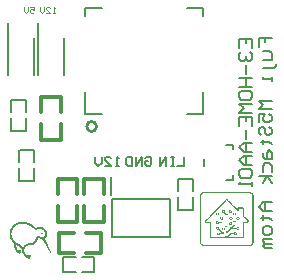
<source format=gbo>
G04*
G04 #@! TF.GenerationSoftware,Altium Limited,Altium Designer,25.8.1 (18)*
G04*
G04 Layer_Color=16776960*
%FSLAX44Y44*%
%MOMM*%
G71*
G04*
G04 #@! TF.SameCoordinates,ACFAF3E9-8082-44EF-AA5D-C20FC646A692*
G04*
G04*
G04 #@! TF.FilePolarity,Positive*
G04*
G01*
G75*
%ADD10C,0.2540*%
%ADD11C,0.2000*%
%ADD13C,0.3048*%
%ADD28C,0.1000*%
%ADD29C,0.1500*%
G36*
X21473Y54220D02*
X21497D01*
Y54196D01*
X21545D01*
Y54172D01*
X21834D01*
Y54148D01*
X21881D01*
Y54124D01*
X22098D01*
Y54100D01*
X22146D01*
Y54076D01*
X22194D01*
Y54052D01*
X22410D01*
Y54028D01*
X22458D01*
Y54004D01*
X22699D01*
Y53980D01*
X22722D01*
Y53956D01*
X22819D01*
Y53931D01*
X22891D01*
Y53907D01*
X22939D01*
Y53884D01*
X23107D01*
Y53859D01*
X23155D01*
Y53835D01*
X23251D01*
Y53811D01*
X23299D01*
Y53787D01*
X23347D01*
Y53763D01*
X23516D01*
Y53739D01*
X23563D01*
Y53715D01*
X23612D01*
Y53691D01*
X23660D01*
Y53667D01*
X23756D01*
Y53643D01*
X23804D01*
Y53619D01*
X23852D01*
Y53595D01*
X23972D01*
Y53571D01*
X24020D01*
Y53547D01*
X24116D01*
Y53523D01*
X24164D01*
Y53499D01*
X24212D01*
Y53475D01*
X24260D01*
Y53451D01*
X24308D01*
Y53427D01*
X24429D01*
Y53403D01*
X24453D01*
Y53379D01*
X24525D01*
Y53355D01*
X24573D01*
Y53331D01*
X24597D01*
Y53307D01*
X24717D01*
Y53283D01*
X24765D01*
Y53259D01*
X24813D01*
Y53235D01*
X24861D01*
Y53211D01*
X24909D01*
Y53187D01*
X24957D01*
Y53163D01*
X25005D01*
Y53139D01*
X25053D01*
Y53115D01*
X25101D01*
Y53091D01*
X25198D01*
Y53067D01*
X25246D01*
Y53042D01*
X25294D01*
Y53018D01*
X25342D01*
Y52994D01*
X25390D01*
Y52970D01*
X25462D01*
Y52946D01*
X25486D01*
Y52922D01*
X25534D01*
Y52898D01*
X25582D01*
Y52874D01*
X25630D01*
Y52850D01*
X25654D01*
Y52826D01*
X25678D01*
Y52802D01*
X25726D01*
Y52778D01*
X25774D01*
Y52754D01*
X25822D01*
Y52730D01*
X25870D01*
Y52706D01*
X25918D01*
Y52682D01*
X25966D01*
Y52658D01*
X26014D01*
Y52634D01*
X26063D01*
Y52610D01*
X26111D01*
Y52586D01*
X26159D01*
Y52562D01*
X26207D01*
Y52538D01*
X26255D01*
Y52514D01*
X26279D01*
Y52490D01*
X26303D01*
Y52466D01*
X26327D01*
Y52442D01*
X26399D01*
Y52418D01*
X26423D01*
Y52394D01*
X26495D01*
Y52370D01*
X26519D01*
Y52346D01*
X26567D01*
Y52322D01*
X26591D01*
Y52298D01*
X26615D01*
Y52274D01*
X26663D01*
Y52249D01*
X26711D01*
Y52225D01*
X26759D01*
Y52201D01*
X26807D01*
Y52177D01*
X26832D01*
Y52153D01*
X26855D01*
Y52129D01*
X26904D01*
Y52105D01*
X26952D01*
Y52081D01*
X27000D01*
Y52057D01*
X27024D01*
Y52033D01*
X27048D01*
Y52009D01*
X27072D01*
Y51985D01*
X27144D01*
Y51961D01*
X27168D01*
Y51937D01*
X27192D01*
Y51913D01*
X27216D01*
Y51889D01*
X27264D01*
Y51865D01*
X27312D01*
Y51841D01*
X27360D01*
Y51817D01*
X27384D01*
Y51793D01*
X27408D01*
Y51769D01*
X27456D01*
Y51745D01*
X27504D01*
Y51721D01*
X27528D01*
Y51697D01*
X27552D01*
Y51673D01*
X27576D01*
Y51649D01*
X27624D01*
Y51625D01*
X27673D01*
Y51601D01*
X27696D01*
Y51577D01*
X27720D01*
Y51553D01*
X27745D01*
Y51529D01*
X27769D01*
Y51505D01*
X27793D01*
Y51481D01*
X27841D01*
Y51456D01*
X27889D01*
Y51432D01*
X27937D01*
Y51409D01*
X27961D01*
Y51385D01*
X27985D01*
Y51360D01*
X28009D01*
Y51336D01*
X28033D01*
Y51312D01*
X28057D01*
Y51288D01*
X28129D01*
Y51264D01*
X28153D01*
Y51240D01*
X28177D01*
Y51216D01*
X28201D01*
Y51192D01*
X28225D01*
Y51168D01*
X28249D01*
Y51144D01*
X28297D01*
Y51120D01*
X28345D01*
Y51096D01*
X28369D01*
Y51072D01*
X28417D01*
Y51048D01*
X28441D01*
Y51024D01*
X28465D01*
Y51000D01*
X28489D01*
Y50976D01*
X28514D01*
Y50952D01*
X28562D01*
Y50928D01*
X28610D01*
Y50904D01*
X28634D01*
Y50880D01*
X28658D01*
Y50856D01*
X28682D01*
Y50832D01*
X28706D01*
Y50808D01*
X28730D01*
Y50784D01*
X28754D01*
Y50760D01*
X28778D01*
Y50736D01*
X28826D01*
Y50712D01*
X28874D01*
Y50688D01*
X28898D01*
Y50664D01*
X28922D01*
Y50640D01*
X28946D01*
Y50616D01*
X28970D01*
Y50592D01*
X28994D01*
Y50567D01*
X29018D01*
Y50543D01*
X29042D01*
Y50519D01*
X29090D01*
Y50495D01*
X29138D01*
Y50471D01*
X29186D01*
Y50447D01*
X29210D01*
Y50423D01*
X29234D01*
Y50399D01*
X29258D01*
Y50375D01*
X29282D01*
Y50351D01*
X29306D01*
Y50327D01*
X29330D01*
Y50303D01*
X29355D01*
Y50279D01*
X29379D01*
Y50255D01*
X29403D01*
Y50231D01*
X29427D01*
Y50207D01*
X29475D01*
Y50183D01*
X29523D01*
Y50159D01*
X29547D01*
Y50135D01*
X29571D01*
Y50111D01*
X29595D01*
Y50087D01*
X29619D01*
Y50063D01*
X29643D01*
Y50039D01*
X29667D01*
Y50015D01*
X29691D01*
Y49991D01*
X29715D01*
Y49967D01*
X29739D01*
Y49943D01*
X29763D01*
Y49919D01*
X29787D01*
Y49895D01*
X29811D01*
Y49871D01*
X29859D01*
Y49847D01*
X29907D01*
Y49823D01*
X29931D01*
Y49798D01*
X29979D01*
Y49774D01*
X30003D01*
Y49750D01*
X30027D01*
Y49726D01*
X30051D01*
Y49702D01*
X30075D01*
Y49678D01*
X30099D01*
Y49654D01*
X30124D01*
Y49630D01*
X30148D01*
Y49606D01*
X30171D01*
Y49582D01*
X30196D01*
Y49558D01*
X30244D01*
Y49534D01*
X30292D01*
Y49510D01*
X30316D01*
Y49486D01*
X30340D01*
Y49462D01*
X30364D01*
Y49438D01*
X30388D01*
Y49414D01*
X30412D01*
Y49390D01*
X30484D01*
Y49366D01*
X30508D01*
Y49342D01*
X30532D01*
Y49318D01*
X30556D01*
Y49294D01*
X30580D01*
Y49270D01*
X30604D01*
Y49246D01*
X30652D01*
Y49222D01*
X30700D01*
Y49198D01*
X30748D01*
Y49174D01*
X30796D01*
Y49150D01*
X30940D01*
Y49174D01*
X30989D01*
Y49198D01*
X31037D01*
Y49222D01*
X31205D01*
Y49246D01*
X31253D01*
Y49270D01*
X31349D01*
Y49294D01*
X31397D01*
Y49318D01*
X31469D01*
Y49342D01*
X31565D01*
Y49366D01*
X31613D01*
Y49390D01*
X31709D01*
Y49414D01*
X31757D01*
Y49438D01*
X31854D01*
Y49462D01*
X31926D01*
Y49486D01*
X31974D01*
Y49510D01*
X32070D01*
Y49534D01*
X32118D01*
Y49558D01*
X32286D01*
Y49582D01*
X32334D01*
Y49606D01*
X32382D01*
Y49630D01*
X32478D01*
Y49654D01*
X32526D01*
Y49678D01*
X32695D01*
Y49702D01*
X32743D01*
Y49726D01*
X33007D01*
Y49750D01*
X33079D01*
Y49774D01*
X33127D01*
Y49798D01*
X33391D01*
Y49823D01*
X33440D01*
Y49847D01*
X34064D01*
Y49871D01*
X34112D01*
Y49895D01*
X34160D01*
Y49919D01*
X34593D01*
Y49895D01*
X34665D01*
Y49871D01*
X34689D01*
Y49847D01*
X35266D01*
Y49823D01*
X35314D01*
Y49798D01*
X35530D01*
Y49774D01*
X35578D01*
Y49750D01*
X35650D01*
Y49726D01*
X35794D01*
Y49702D01*
X35842D01*
Y49678D01*
X36011D01*
Y49654D01*
X36059D01*
Y49630D01*
X36155D01*
Y49606D01*
X36203D01*
Y49582D01*
X36251D01*
Y49558D01*
X36299D01*
Y49534D01*
X36347D01*
Y49510D01*
X36467D01*
Y49486D01*
X36515D01*
Y49462D01*
X36563D01*
Y49438D01*
X36611D01*
Y49414D01*
X36659D01*
Y49390D01*
X36707D01*
Y49366D01*
X36755D01*
Y49342D01*
X36804D01*
Y49318D01*
X36852D01*
Y49294D01*
X36900D01*
Y49270D01*
X36948D01*
Y49246D01*
X36996D01*
Y49222D01*
X37044D01*
Y49198D01*
X37092D01*
Y49174D01*
X37140D01*
Y49150D01*
X37188D01*
Y49126D01*
X37236D01*
Y49102D01*
X37284D01*
Y49078D01*
X37308D01*
Y49054D01*
X37356D01*
Y49030D01*
X37380D01*
Y49006D01*
X37404D01*
Y48981D01*
X37452D01*
Y48958D01*
X37500D01*
Y48934D01*
X37524D01*
Y48910D01*
X37548D01*
Y48885D01*
X37573D01*
Y48861D01*
X37596D01*
Y48837D01*
X37620D01*
Y48813D01*
X37693D01*
Y48789D01*
X37717D01*
Y48765D01*
X37741D01*
Y48741D01*
X37765D01*
Y48717D01*
X37813D01*
Y48693D01*
X37861D01*
Y48669D01*
X37909D01*
Y48645D01*
X37933D01*
Y48621D01*
X37957D01*
Y48597D01*
X37981D01*
Y48573D01*
X38005D01*
Y48549D01*
X38029D01*
Y48525D01*
X38053D01*
Y48501D01*
X38077D01*
Y48477D01*
X38101D01*
Y48453D01*
X38125D01*
Y48429D01*
X38149D01*
Y48405D01*
X38221D01*
Y48381D01*
X38245D01*
Y48357D01*
X38269D01*
Y48333D01*
X38293D01*
Y48309D01*
X38317D01*
Y48285D01*
X38341D01*
Y48261D01*
X38365D01*
Y48237D01*
X38389D01*
Y48213D01*
X38414D01*
Y48189D01*
X38438D01*
Y48165D01*
X38461D01*
Y48141D01*
X38486D01*
Y48116D01*
X38510D01*
Y48092D01*
X38534D01*
Y48068D01*
X38558D01*
Y48044D01*
X38582D01*
Y48020D01*
X38606D01*
Y47996D01*
X38630D01*
Y47972D01*
X38654D01*
Y47948D01*
X38678D01*
Y47924D01*
X38702D01*
Y47900D01*
X38726D01*
Y47876D01*
X38750D01*
Y47852D01*
X38774D01*
Y47828D01*
X38798D01*
Y47804D01*
X38822D01*
Y47780D01*
X38846D01*
Y47732D01*
X38870D01*
Y47684D01*
X38894D01*
Y47660D01*
X38918D01*
Y47636D01*
X38942D01*
Y47612D01*
X38966D01*
Y47588D01*
X38990D01*
Y47564D01*
X39014D01*
Y47540D01*
X39038D01*
Y47516D01*
X39062D01*
Y47468D01*
X39086D01*
Y47444D01*
X39110D01*
Y47396D01*
X39134D01*
Y47348D01*
X39158D01*
Y47324D01*
X39182D01*
Y47299D01*
X39206D01*
Y47276D01*
X39230D01*
Y47251D01*
X39255D01*
Y47203D01*
X39279D01*
Y47155D01*
X39302D01*
Y47131D01*
X39327D01*
Y47107D01*
X39351D01*
Y47083D01*
X39375D01*
Y47059D01*
X39399D01*
Y47035D01*
X39423D01*
Y46987D01*
X39447D01*
Y46939D01*
X39471D01*
Y46915D01*
X39495D01*
Y46891D01*
X39519D01*
Y46843D01*
X39543D01*
Y46819D01*
X39567D01*
Y46747D01*
X39591D01*
Y46723D01*
X39615D01*
Y46651D01*
X39639D01*
Y46627D01*
X39663D01*
Y46603D01*
X39687D01*
Y46579D01*
X39711D01*
Y46531D01*
X39735D01*
Y46483D01*
X39759D01*
Y46434D01*
X39783D01*
Y46386D01*
X39807D01*
Y46338D01*
X39831D01*
Y46290D01*
X39855D01*
Y46242D01*
X39879D01*
Y46194D01*
X39903D01*
Y46146D01*
X39927D01*
Y46098D01*
X39951D01*
Y46050D01*
X39975D01*
Y46002D01*
X39999D01*
Y45954D01*
X40023D01*
Y45906D01*
X40047D01*
Y45858D01*
X40072D01*
Y45762D01*
X40096D01*
Y45690D01*
X40120D01*
Y45665D01*
X40144D01*
Y45594D01*
X40168D01*
Y45569D01*
X40192D01*
Y45449D01*
X40216D01*
Y45401D01*
X40240D01*
Y45353D01*
X40264D01*
Y45257D01*
X40288D01*
Y45209D01*
X40312D01*
Y45041D01*
X40336D01*
Y44993D01*
X40360D01*
Y44777D01*
X40384D01*
Y44728D01*
X40408D01*
Y44680D01*
X40432D01*
Y44392D01*
X40456D01*
Y44344D01*
X40480D01*
Y43335D01*
X40456D01*
Y43287D01*
X40432D01*
Y42998D01*
X40408D01*
Y42950D01*
X40384D01*
Y42902D01*
X40360D01*
Y42686D01*
X40336D01*
Y42638D01*
X40312D01*
Y42470D01*
X40288D01*
Y42422D01*
X40264D01*
Y42326D01*
X40240D01*
Y42277D01*
X40216D01*
Y42229D01*
X40192D01*
Y42181D01*
X40168D01*
Y42133D01*
X40144D01*
Y42013D01*
X40120D01*
Y41965D01*
X40096D01*
Y41917D01*
X40072D01*
Y41869D01*
X40047D01*
Y41845D01*
X40023D01*
Y41773D01*
X39999D01*
Y41725D01*
X39975D01*
Y41677D01*
X39951D01*
Y41629D01*
X39927D01*
Y41581D01*
X39903D01*
Y41533D01*
X39879D01*
Y41508D01*
X39855D01*
Y41436D01*
X39831D01*
Y41412D01*
X39807D01*
Y41364D01*
X39783D01*
Y41340D01*
X39759D01*
Y41316D01*
X39735D01*
Y41268D01*
X39711D01*
Y41220D01*
X39687D01*
Y41196D01*
X39663D01*
Y41172D01*
X39639D01*
Y41124D01*
X39615D01*
Y41076D01*
X39591D01*
Y41052D01*
X39567D01*
Y41028D01*
X39543D01*
Y41004D01*
X39519D01*
Y40980D01*
X39495D01*
Y40956D01*
X39471D01*
Y40908D01*
X39447D01*
Y40860D01*
X39423D01*
Y40812D01*
X39399D01*
Y40788D01*
X39375D01*
Y40764D01*
X39351D01*
Y40740D01*
X39327D01*
Y40716D01*
X39302D01*
Y40691D01*
X39279D01*
Y40668D01*
X39255D01*
Y40644D01*
X39230D01*
Y40620D01*
X39206D01*
Y40595D01*
X39182D01*
Y40571D01*
X39158D01*
Y40547D01*
X39134D01*
Y40523D01*
X39110D01*
Y40499D01*
X39086D01*
Y40475D01*
X39062D01*
Y40451D01*
X39038D01*
Y40427D01*
X39014D01*
Y40403D01*
X38990D01*
Y40379D01*
X38966D01*
Y40355D01*
X38942D01*
Y40331D01*
X38918D01*
Y40307D01*
X38894D01*
Y40283D01*
X38870D01*
Y40259D01*
X38846D01*
Y40235D01*
X38822D01*
Y40211D01*
X38798D01*
Y40187D01*
X38774D01*
Y40163D01*
X38750D01*
Y40139D01*
X38726D01*
Y40115D01*
X38702D01*
Y40091D01*
X38654D01*
Y40067D01*
X38630D01*
Y39947D01*
X38654D01*
Y39874D01*
X38678D01*
Y39827D01*
X38702D01*
Y39778D01*
X38726D01*
Y39730D01*
X38750D01*
Y39634D01*
X38774D01*
Y39586D01*
X38798D01*
Y39538D01*
X38822D01*
Y39490D01*
X38846D01*
Y39442D01*
X38870D01*
Y39322D01*
X38894D01*
Y39274D01*
X38918D01*
Y39226D01*
X38942D01*
Y39178D01*
X38966D01*
Y39130D01*
X38990D01*
Y39034D01*
X39014D01*
Y38986D01*
X39038D01*
Y38937D01*
X39062D01*
Y38889D01*
X39086D01*
Y38841D01*
X39110D01*
Y38721D01*
X39134D01*
Y38697D01*
X39158D01*
Y38625D01*
X39182D01*
Y38601D01*
X39206D01*
Y38505D01*
X39230D01*
Y38433D01*
X39255D01*
Y38385D01*
X39279D01*
Y38337D01*
X39302D01*
Y38289D01*
X39327D01*
Y38193D01*
X39351D01*
Y38144D01*
X39375D01*
Y38096D01*
X39399D01*
Y38048D01*
X39423D01*
Y38000D01*
X39447D01*
Y37952D01*
X39471D01*
Y37904D01*
X39495D01*
Y37808D01*
X39519D01*
Y37736D01*
X39543D01*
Y37712D01*
X39567D01*
Y37640D01*
X39591D01*
Y37616D01*
X39615D01*
Y37544D01*
X39639D01*
Y37496D01*
X39663D01*
Y37448D01*
X39687D01*
Y37352D01*
X39711D01*
Y37303D01*
X39735D01*
Y37255D01*
X39759D01*
Y37207D01*
X39783D01*
Y37111D01*
X39807D01*
Y37039D01*
X39831D01*
Y37015D01*
X39855D01*
Y36943D01*
X39879D01*
Y36919D01*
X39903D01*
Y36871D01*
X39927D01*
Y36823D01*
X39951D01*
Y36751D01*
X39975D01*
Y36655D01*
X39999D01*
Y36607D01*
X40023D01*
Y36559D01*
X40047D01*
Y36511D01*
X40072D01*
Y36462D01*
X40096D01*
Y36414D01*
X40120D01*
Y36366D01*
X40144D01*
Y36270D01*
X40168D01*
Y36222D01*
X40192D01*
Y36174D01*
X40216D01*
Y36126D01*
X40240D01*
Y36078D01*
X40264D01*
Y36030D01*
X40288D01*
Y35982D01*
X40312D01*
Y35934D01*
X40336D01*
Y35886D01*
X40360D01*
Y35790D01*
X40384D01*
Y35717D01*
X40408D01*
Y35694D01*
X40432D01*
Y35621D01*
X40456D01*
Y35597D01*
X40480D01*
Y35525D01*
X40504D01*
Y35477D01*
X40528D01*
Y35429D01*
X40552D01*
Y35333D01*
X40576D01*
Y35285D01*
X40600D01*
Y35237D01*
X40624D01*
Y35189D01*
X40648D01*
Y35141D01*
X40672D01*
Y35093D01*
X40696D01*
Y35045D01*
X40720D01*
Y34997D01*
X40744D01*
Y34949D01*
X40768D01*
Y34852D01*
X40792D01*
Y34804D01*
X40816D01*
Y34756D01*
X40840D01*
Y34684D01*
X40864D01*
Y34660D01*
X40888D01*
Y34588D01*
X40912D01*
Y34564D01*
X40936D01*
Y34516D01*
X40960D01*
Y34468D01*
X40985D01*
Y34420D01*
X41009D01*
Y34300D01*
X41033D01*
Y34252D01*
X41057D01*
Y34204D01*
X41081D01*
Y34156D01*
X41105D01*
Y34108D01*
X41129D01*
Y34060D01*
X41153D01*
Y34011D01*
X41177D01*
Y33915D01*
X41201D01*
Y33867D01*
X41225D01*
Y33819D01*
X41249D01*
Y33771D01*
X41273D01*
Y33723D01*
X41297D01*
Y33675D01*
X41321D01*
Y33627D01*
X41345D01*
Y33579D01*
X41369D01*
Y33531D01*
X41393D01*
Y33459D01*
X41417D01*
Y33363D01*
X41441D01*
Y33339D01*
X41465D01*
Y33267D01*
X41489D01*
Y33219D01*
X41513D01*
Y33170D01*
X41537D01*
Y33122D01*
X41561D01*
Y33074D01*
X41585D01*
Y32978D01*
X41609D01*
Y32930D01*
X41633D01*
Y32882D01*
X41657D01*
Y32834D01*
X41681D01*
Y32786D01*
X41705D01*
Y32738D01*
X41729D01*
Y32690D01*
X41754D01*
Y32570D01*
X41778D01*
Y32546D01*
X41802D01*
Y32498D01*
X41826D01*
Y32450D01*
X41850D01*
Y32401D01*
X41874D01*
Y32329D01*
X41898D01*
Y32305D01*
X41922D01*
Y32185D01*
X41946D01*
Y32137D01*
X41970D01*
Y32089D01*
X41994D01*
Y32041D01*
X42018D01*
Y31993D01*
X42042D01*
Y31945D01*
X42066D01*
Y31897D01*
X42090D01*
Y31801D01*
X42114D01*
Y31753D01*
X42138D01*
Y31705D01*
X42162D01*
Y31657D01*
X42186D01*
Y31609D01*
X42210D01*
Y31488D01*
X42234D01*
Y31440D01*
X42258D01*
Y31416D01*
X42282D01*
Y31344D01*
X42306D01*
Y31320D01*
X42330D01*
Y31248D01*
X42354D01*
Y31200D01*
X42378D01*
Y31104D01*
X42402D01*
Y31056D01*
X42426D01*
Y31008D01*
X42450D01*
Y30960D01*
X42474D01*
Y30912D01*
X42498D01*
Y30816D01*
X42522D01*
Y30768D01*
X42546D01*
Y30719D01*
X42571D01*
Y30671D01*
X42594D01*
Y30623D01*
X42619D01*
Y30503D01*
X42643D01*
Y30455D01*
X42667D01*
Y30407D01*
X42691D01*
Y30359D01*
X42715D01*
Y30311D01*
X42739D01*
Y30215D01*
X42763D01*
Y30167D01*
X42787D01*
Y30119D01*
X42811D01*
Y30071D01*
X42835D01*
Y29999D01*
X42859D01*
Y29903D01*
X42883D01*
Y29854D01*
X42907D01*
Y29758D01*
X42931D01*
Y29710D01*
X42955D01*
Y29614D01*
X42979D01*
Y29566D01*
X43003D01*
Y29494D01*
X43027D01*
Y29398D01*
X43051D01*
Y29350D01*
X43075D01*
Y29254D01*
X43099D01*
Y29206D01*
X43123D01*
Y29182D01*
X43147D01*
Y28196D01*
X43027D01*
Y28221D01*
X42979D01*
Y28245D01*
X42955D01*
Y28268D01*
X42931D01*
Y28293D01*
X42907D01*
Y28317D01*
X42883D01*
Y28341D01*
X42859D01*
Y28365D01*
X42835D01*
Y28389D01*
X42811D01*
Y28413D01*
X42787D01*
Y28437D01*
X42763D01*
Y28461D01*
X42739D01*
Y28485D01*
X42715D01*
Y28533D01*
X42691D01*
Y28581D01*
X42667D01*
Y28605D01*
X42643D01*
Y28629D01*
X42619D01*
Y28677D01*
X42594D01*
Y28701D01*
X42571D01*
Y28773D01*
X42546D01*
Y28797D01*
X42522D01*
Y28869D01*
X42498D01*
Y28893D01*
X42474D01*
Y28917D01*
X42450D01*
Y28941D01*
X42426D01*
Y28989D01*
X42402D01*
Y29037D01*
X42378D01*
Y29086D01*
X42354D01*
Y29134D01*
X42330D01*
Y29182D01*
X42306D01*
Y29206D01*
X42282D01*
Y29230D01*
X42258D01*
Y29278D01*
X42234D01*
Y29326D01*
X42210D01*
Y29374D01*
X42186D01*
Y29422D01*
X42162D01*
Y29470D01*
X42138D01*
Y29494D01*
X42114D01*
Y29518D01*
X42090D01*
Y29542D01*
X42066D01*
Y29614D01*
X42042D01*
Y29638D01*
X42018D01*
Y29686D01*
X41994D01*
Y29758D01*
X41970D01*
Y29782D01*
X41946D01*
Y29854D01*
X41922D01*
Y29878D01*
X41898D01*
Y29927D01*
X41874D01*
Y29975D01*
X41850D01*
Y29999D01*
X41826D01*
Y30023D01*
X41802D01*
Y30071D01*
X41778D01*
Y30119D01*
X41754D01*
Y30167D01*
X41729D01*
Y30215D01*
X41705D01*
Y30263D01*
X41681D01*
Y30311D01*
X41657D01*
Y30359D01*
X41633D01*
Y30407D01*
X41609D01*
Y30455D01*
X41585D01*
Y30503D01*
X41561D01*
Y30551D01*
X41537D01*
Y30599D01*
X41513D01*
Y30623D01*
X41489D01*
Y30647D01*
X41465D01*
Y30696D01*
X41441D01*
Y30719D01*
X41417D01*
Y30792D01*
X41393D01*
Y30816D01*
X41369D01*
Y30888D01*
X41345D01*
Y30936D01*
X41321D01*
Y30984D01*
X41297D01*
Y31032D01*
X41273D01*
Y31056D01*
X41249D01*
Y31128D01*
X41225D01*
Y31176D01*
X41201D01*
Y31224D01*
X41177D01*
Y31248D01*
X41153D01*
Y31272D01*
X41129D01*
Y31296D01*
X41105D01*
Y31344D01*
X41081D01*
Y31392D01*
X41057D01*
Y31440D01*
X41033D01*
Y31488D01*
X41009D01*
Y31537D01*
X40985D01*
Y31584D01*
X40960D01*
Y31633D01*
X40936D01*
Y31681D01*
X40912D01*
Y31729D01*
X40888D01*
Y31777D01*
X40864D01*
Y31825D01*
X40840D01*
Y31873D01*
X40816D01*
Y31921D01*
X40792D01*
Y31969D01*
X40768D01*
Y32017D01*
X40744D01*
Y32041D01*
X40720D01*
Y32065D01*
X40696D01*
Y32113D01*
X40672D01*
Y32161D01*
X40648D01*
Y32209D01*
X40624D01*
Y32257D01*
X40600D01*
Y32305D01*
X40576D01*
Y32353D01*
X40552D01*
Y32401D01*
X40528D01*
Y32450D01*
X40504D01*
Y32498D01*
X40480D01*
Y32522D01*
X40456D01*
Y32546D01*
X40432D01*
Y32594D01*
X40408D01*
Y32618D01*
X40384D01*
Y32690D01*
X40360D01*
Y32714D01*
X40336D01*
Y32786D01*
X40312D01*
Y32810D01*
X40288D01*
Y32858D01*
X40264D01*
Y32930D01*
X40240D01*
Y32954D01*
X40216D01*
Y33026D01*
X40192D01*
Y33050D01*
X40168D01*
Y33098D01*
X40144D01*
Y33146D01*
X40120D01*
Y33194D01*
X40096D01*
Y33242D01*
X40072D01*
Y33291D01*
X40047D01*
Y33315D01*
X40023D01*
Y33339D01*
X39999D01*
Y33387D01*
X39975D01*
Y33435D01*
X39951D01*
Y33483D01*
X39927D01*
Y33531D01*
X39903D01*
Y33579D01*
X39879D01*
Y33627D01*
X39855D01*
Y33675D01*
X39831D01*
Y33723D01*
X39807D01*
Y33771D01*
X39783D01*
Y33795D01*
X39759D01*
Y33819D01*
X39735D01*
Y33867D01*
X39711D01*
Y33915D01*
X39687D01*
Y33963D01*
X39663D01*
Y33987D01*
X39639D01*
Y34060D01*
X39615D01*
Y34108D01*
X39591D01*
Y34156D01*
X39567D01*
Y34180D01*
X39543D01*
Y34228D01*
X39519D01*
Y34252D01*
X39495D01*
Y34276D01*
X39471D01*
Y34324D01*
X39447D01*
Y34372D01*
X39423D01*
Y34420D01*
X39399D01*
Y34468D01*
X39375D01*
Y34516D01*
X39351D01*
Y34564D01*
X39327D01*
Y34612D01*
X39302D01*
Y34636D01*
X39279D01*
Y34660D01*
X39255D01*
Y34708D01*
X39230D01*
Y34756D01*
X39206D01*
Y34804D01*
X39182D01*
Y34852D01*
X39158D01*
Y34901D01*
X39134D01*
Y34949D01*
X39110D01*
Y34997D01*
X39086D01*
Y35021D01*
X39062D01*
Y35045D01*
X39038D01*
Y35069D01*
X39014D01*
Y35117D01*
X38990D01*
Y35165D01*
X38966D01*
Y35189D01*
X38942D01*
Y35213D01*
X38918D01*
Y35261D01*
X38894D01*
Y35309D01*
X38870D01*
Y35357D01*
X38846D01*
Y35381D01*
X38822D01*
Y35405D01*
X38798D01*
Y35429D01*
X38774D01*
Y35501D01*
X38750D01*
Y35549D01*
X38726D01*
Y35597D01*
X38702D01*
Y35621D01*
X38678D01*
Y35670D01*
X38654D01*
Y35694D01*
X38630D01*
Y35717D01*
X38606D01*
Y35766D01*
X38582D01*
Y35814D01*
X38558D01*
Y35838D01*
X38534D01*
Y35862D01*
X38510D01*
Y35910D01*
X38486D01*
Y35958D01*
X38461D01*
Y35982D01*
X38438D01*
Y36006D01*
X38414D01*
Y36054D01*
X38389D01*
Y36078D01*
X38365D01*
Y36126D01*
X38341D01*
Y36174D01*
X38317D01*
Y36198D01*
X38293D01*
Y36222D01*
X38269D01*
Y36270D01*
X38245D01*
Y36318D01*
X38221D01*
Y36342D01*
X38197D01*
Y36366D01*
X38173D01*
Y36414D01*
X38149D01*
Y36462D01*
X38125D01*
Y36486D01*
X38101D01*
Y36535D01*
X38077D01*
Y36559D01*
X38053D01*
Y36583D01*
X38029D01*
Y36631D01*
X38005D01*
Y36679D01*
X37981D01*
Y36703D01*
X37957D01*
Y36727D01*
X37933D01*
Y36751D01*
X37909D01*
Y36775D01*
X37885D01*
Y36799D01*
X37861D01*
Y36847D01*
X37837D01*
Y36895D01*
X37813D01*
Y36919D01*
X37789D01*
Y36943D01*
X37765D01*
Y36991D01*
X37741D01*
Y37039D01*
X37717D01*
Y37087D01*
X37693D01*
Y37111D01*
X37669D01*
Y37135D01*
X37645D01*
Y37159D01*
X37620D01*
Y37231D01*
X37596D01*
Y37255D01*
X37573D01*
Y37279D01*
X37548D01*
Y37303D01*
X37524D01*
Y37352D01*
X37500D01*
Y37400D01*
X37476D01*
Y37424D01*
X37452D01*
Y37472D01*
X37428D01*
Y37496D01*
X37404D01*
Y37544D01*
X37380D01*
Y37592D01*
X37356D01*
Y37616D01*
X37332D01*
Y37640D01*
X37308D01*
Y37664D01*
X37284D01*
Y37688D01*
X37260D01*
Y37712D01*
X37236D01*
Y37760D01*
X37212D01*
Y37808D01*
X37188D01*
Y37832D01*
X37164D01*
Y37856D01*
X37140D01*
Y37904D01*
X37116D01*
Y37952D01*
X37092D01*
Y38000D01*
X37068D01*
Y38024D01*
X37044D01*
Y38048D01*
X37020D01*
Y38072D01*
X36996D01*
Y38120D01*
X36972D01*
Y38168D01*
X36948D01*
Y38193D01*
X36924D01*
Y38217D01*
X36900D01*
Y38241D01*
X36876D01*
Y38265D01*
X36852D01*
Y38289D01*
X36827D01*
Y38337D01*
X36804D01*
Y38385D01*
X36779D01*
Y38433D01*
X36755D01*
Y38457D01*
X36731D01*
Y38481D01*
X36707D01*
Y38529D01*
X36683D01*
Y38577D01*
X36659D01*
Y38601D01*
X36635D01*
Y38625D01*
X36611D01*
Y38673D01*
X36587D01*
Y38721D01*
X36563D01*
Y38745D01*
X36539D01*
Y38769D01*
X36515D01*
Y38793D01*
X36491D01*
Y38817D01*
X36467D01*
Y38841D01*
X36443D01*
Y38889D01*
X36419D01*
Y38937D01*
X36395D01*
Y38986D01*
X36371D01*
Y39009D01*
X36347D01*
Y39034D01*
X36323D01*
Y39058D01*
X36299D01*
Y39082D01*
X36275D01*
Y39106D01*
X36251D01*
Y39154D01*
X36227D01*
Y39202D01*
X36203D01*
Y39226D01*
X36179D01*
Y39250D01*
X36155D01*
Y39274D01*
X36131D01*
Y39298D01*
X36107D01*
Y39322D01*
X36083D01*
Y39370D01*
X36035D01*
Y39394D01*
X35963D01*
Y39370D01*
X35914D01*
Y39394D01*
X35842D01*
Y39418D01*
X35794D01*
Y39442D01*
X35626D01*
Y39466D01*
X35602D01*
Y39490D01*
X35482D01*
Y39514D01*
X35434D01*
Y39538D01*
X35386D01*
Y39562D01*
X35218D01*
Y39586D01*
X35170D01*
Y39610D01*
X35073D01*
Y39634D01*
X35025D01*
Y39658D01*
X34977D01*
Y39682D01*
X34929D01*
Y39706D01*
X34881D01*
Y39730D01*
X34761D01*
Y39754D01*
X34713D01*
Y39778D01*
X34665D01*
Y39802D01*
X34617D01*
Y39827D01*
X34569D01*
Y39850D01*
X34521D01*
Y39874D01*
X34473D01*
Y39899D01*
X34425D01*
Y39923D01*
X34377D01*
Y39947D01*
X34328D01*
Y39971D01*
X34281D01*
Y39995D01*
X34256D01*
Y40019D01*
X34232D01*
Y40043D01*
X34208D01*
Y40067D01*
X34160D01*
Y40091D01*
X34112D01*
Y40115D01*
X34064D01*
Y40139D01*
X34016D01*
Y40163D01*
X33968D01*
Y40187D01*
X33920D01*
Y40211D01*
X33872D01*
Y40235D01*
X33824D01*
Y40259D01*
X33776D01*
Y40283D01*
X33752D01*
Y40307D01*
X33704D01*
Y40331D01*
X33680D01*
Y40355D01*
X33632D01*
Y40379D01*
X33584D01*
Y40403D01*
X33536D01*
Y40427D01*
X33488D01*
Y40451D01*
X33440D01*
Y40475D01*
X33391D01*
Y40499D01*
X33343D01*
Y40523D01*
X33295D01*
Y40547D01*
X33247D01*
Y40571D01*
X33199D01*
Y40595D01*
X33151D01*
Y40620D01*
X33103D01*
Y40644D01*
X33007D01*
Y40668D01*
X32959D01*
Y40691D01*
X32911D01*
Y40716D01*
X32839D01*
Y40691D01*
X32815D01*
Y40668D01*
X32791D01*
Y40644D01*
X32767D01*
Y40620D01*
X32743D01*
Y40595D01*
X32719D01*
Y40547D01*
X32695D01*
Y40499D01*
X32671D01*
Y40451D01*
X32647D01*
Y40403D01*
X32622D01*
Y40355D01*
X32598D01*
Y40307D01*
X32574D01*
Y40259D01*
X32550D01*
Y40211D01*
X32526D01*
Y40163D01*
X32502D01*
Y40115D01*
X32478D01*
Y40067D01*
X32454D01*
Y40019D01*
X32430D01*
Y39971D01*
X32406D01*
Y39874D01*
X32382D01*
Y39827D01*
X32358D01*
Y39754D01*
X32334D01*
Y39730D01*
X32310D01*
Y39658D01*
X32286D01*
Y39634D01*
X32262D01*
Y39586D01*
X32238D01*
Y39514D01*
X32214D01*
Y39490D01*
X32190D01*
Y39370D01*
X32166D01*
Y39322D01*
X32142D01*
Y39274D01*
X32118D01*
Y39226D01*
X32094D01*
Y39178D01*
X32070D01*
Y39082D01*
X32046D01*
Y39034D01*
X32022D01*
Y38986D01*
X31998D01*
Y38937D01*
X31974D01*
Y38889D01*
X31950D01*
Y38841D01*
X31926D01*
Y38793D01*
X31902D01*
Y38745D01*
X31878D01*
Y38697D01*
X31854D01*
Y38649D01*
X31830D01*
Y38601D01*
X31806D01*
Y38553D01*
X31781D01*
Y38505D01*
X31757D01*
Y38457D01*
X31733D01*
Y38385D01*
X31709D01*
Y38289D01*
X31685D01*
Y38265D01*
X31661D01*
Y38193D01*
X31637D01*
Y38168D01*
X31613D01*
Y38096D01*
X31589D01*
Y38048D01*
X31565D01*
Y38000D01*
X31541D01*
Y37952D01*
X31517D01*
Y37928D01*
X31493D01*
Y37856D01*
X31469D01*
Y37832D01*
X31445D01*
Y37760D01*
X31421D01*
Y37712D01*
X31397D01*
Y37688D01*
X31373D01*
Y37616D01*
X31349D01*
Y37592D01*
X31325D01*
Y37568D01*
X31301D01*
Y37544D01*
X31277D01*
Y37496D01*
X31253D01*
Y37448D01*
X31229D01*
Y37400D01*
X31205D01*
Y37352D01*
X31181D01*
Y37303D01*
X31157D01*
Y37255D01*
X31133D01*
Y37207D01*
X31109D01*
Y37183D01*
X31085D01*
Y37135D01*
X31061D01*
Y37111D01*
X31037D01*
Y37063D01*
X31012D01*
Y37015D01*
X30989D01*
Y36967D01*
X30965D01*
Y36919D01*
X30940D01*
Y36895D01*
X30916D01*
Y36871D01*
X30892D01*
Y36847D01*
X30868D01*
Y36823D01*
X30844D01*
Y36799D01*
X30820D01*
Y36751D01*
X30796D01*
Y36703D01*
X30772D01*
Y36655D01*
X30748D01*
Y36631D01*
X30724D01*
Y36607D01*
X30700D01*
Y36559D01*
X30676D01*
Y36511D01*
X30652D01*
Y36486D01*
X30628D01*
Y36462D01*
X30604D01*
Y36438D01*
X30580D01*
Y36414D01*
X30556D01*
Y36390D01*
X30532D01*
Y36366D01*
X30508D01*
Y36342D01*
X30484D01*
Y36318D01*
X30460D01*
Y36246D01*
X30436D01*
Y36222D01*
X30412D01*
Y36198D01*
X30388D01*
Y36150D01*
X30364D01*
Y36126D01*
X30316D01*
Y36078D01*
X30292D01*
Y36054D01*
X30244D01*
Y36006D01*
X30220D01*
Y35982D01*
X30196D01*
Y35958D01*
X30148D01*
Y35910D01*
X30124D01*
Y35886D01*
X30099D01*
Y35862D01*
X30075D01*
Y35838D01*
X30027D01*
Y35790D01*
X29979D01*
Y35766D01*
X29955D01*
Y35717D01*
X29931D01*
Y35694D01*
X29883D01*
Y35670D01*
X29859D01*
Y35645D01*
X29811D01*
Y35621D01*
X29763D01*
Y35597D01*
X29739D01*
Y35573D01*
X29715D01*
Y35549D01*
X29691D01*
Y35525D01*
X29667D01*
Y35501D01*
X29643D01*
Y35477D01*
X29595D01*
Y35453D01*
X29547D01*
Y35429D01*
X29523D01*
Y35405D01*
X29499D01*
Y35381D01*
X29451D01*
Y35357D01*
X29403D01*
Y35333D01*
X29355D01*
Y35309D01*
X29330D01*
Y35285D01*
X29306D01*
Y35261D01*
X29282D01*
Y35237D01*
X29234D01*
Y35213D01*
X29186D01*
Y35189D01*
X29138D01*
Y35165D01*
X29090D01*
Y35141D01*
X29042D01*
Y35117D01*
X28994D01*
Y35093D01*
X28946D01*
Y35069D01*
X28874D01*
Y35045D01*
X28778D01*
Y35021D01*
X28730D01*
Y34997D01*
X28634D01*
Y34973D01*
X28586D01*
Y34949D01*
X28369D01*
Y34925D01*
X28321D01*
Y34901D01*
X28273D01*
Y34876D01*
X27240D01*
Y34852D01*
X27192D01*
Y34829D01*
X26495D01*
Y34804D01*
X26471D01*
Y34780D01*
X26087D01*
Y34756D01*
X26014D01*
Y34732D01*
X25966D01*
Y34708D01*
X25678D01*
Y34684D01*
X25654D01*
Y34660D01*
X25438D01*
Y34636D01*
X25366D01*
Y34612D01*
X25318D01*
Y34588D01*
X25101D01*
Y34564D01*
X25053D01*
Y34540D01*
X24885D01*
Y34516D01*
X24837D01*
Y34492D01*
X24765D01*
Y34468D01*
X24693D01*
Y34444D01*
X24645D01*
Y34420D01*
X24525D01*
Y34396D01*
X24501D01*
Y34372D01*
X24381D01*
Y34348D01*
X24332D01*
Y34324D01*
X24284D01*
Y34300D01*
X24188D01*
Y34276D01*
X24140D01*
Y34252D01*
X24020D01*
Y34228D01*
X23972D01*
Y34204D01*
X23948D01*
Y34180D01*
X23876D01*
Y34156D01*
X23828D01*
Y34132D01*
X23732D01*
Y34108D01*
X23684D01*
Y34083D01*
X23636D01*
Y34060D01*
X23588D01*
Y34035D01*
X23540D01*
Y34011D01*
X23491D01*
Y33987D01*
X23443D01*
Y33963D01*
X23395D01*
Y33939D01*
X23347D01*
Y33915D01*
X23299D01*
Y33891D01*
X23251D01*
Y33867D01*
X23203D01*
Y33843D01*
X23155D01*
Y33819D01*
X23131D01*
Y33795D01*
X23107D01*
Y33771D01*
X23059D01*
Y33747D01*
X23035D01*
Y33723D01*
X22963D01*
Y33699D01*
X22939D01*
Y33675D01*
X22915D01*
Y33651D01*
X22891D01*
Y33627D01*
X22843D01*
Y33603D01*
X22795D01*
Y33579D01*
X22771D01*
Y33555D01*
X22747D01*
Y33531D01*
X22699D01*
Y33507D01*
X22650D01*
Y33483D01*
X22602D01*
Y33459D01*
X22578D01*
Y33435D01*
X22554D01*
Y33411D01*
X22530D01*
Y33387D01*
X22506D01*
Y33363D01*
X22482D01*
Y33339D01*
X22434D01*
Y33315D01*
X22386D01*
Y33291D01*
X22362D01*
Y33267D01*
X22338D01*
Y33242D01*
X22314D01*
Y33219D01*
X22290D01*
Y33194D01*
X22266D01*
Y33170D01*
X22242D01*
Y33146D01*
X22218D01*
Y33122D01*
X22194D01*
Y33098D01*
X22170D01*
Y33074D01*
X22146D01*
Y33050D01*
X22122D01*
Y33026D01*
X22098D01*
Y33002D01*
X22074D01*
Y32978D01*
X22050D01*
Y32954D01*
X22026D01*
Y32930D01*
X22002D01*
Y32906D01*
X21978D01*
Y32882D01*
X21954D01*
Y32858D01*
X21930D01*
Y32834D01*
X21906D01*
Y32810D01*
X21881D01*
Y32786D01*
X21858D01*
Y32762D01*
X21834D01*
Y32738D01*
X21809D01*
Y32714D01*
X21785D01*
Y32690D01*
X21761D01*
Y32666D01*
X21737D01*
Y32642D01*
X21713D01*
Y32618D01*
X21689D01*
Y32546D01*
X21665D01*
Y32522D01*
X21641D01*
Y32498D01*
X21617D01*
Y32474D01*
X21593D01*
Y32426D01*
X21569D01*
Y32378D01*
X21545D01*
Y32329D01*
X21521D01*
Y32305D01*
X21497D01*
Y32281D01*
X21473D01*
Y32233D01*
X21449D01*
Y32137D01*
X21425D01*
Y32089D01*
X21401D01*
Y31969D01*
X21377D01*
Y31945D01*
X21353D01*
Y31849D01*
X21329D01*
Y31777D01*
X21305D01*
Y31729D01*
X21281D01*
Y31633D01*
X21257D01*
Y31584D01*
X21233D01*
Y31464D01*
X21209D01*
Y31416D01*
X21185D01*
Y31368D01*
X21161D01*
Y31272D01*
X21137D01*
Y31224D01*
X21113D01*
Y31104D01*
X21089D01*
Y31080D01*
X21065D01*
Y31008D01*
X21040D01*
Y30984D01*
X21016D01*
Y30912D01*
X20992D01*
Y30816D01*
X20968D01*
Y30768D01*
X20944D01*
Y30671D01*
X20920D01*
Y30623D01*
X20896D01*
Y30551D01*
X20872D01*
Y30455D01*
X20848D01*
Y30407D01*
X20824D01*
Y30311D01*
X20800D01*
Y30263D01*
X20776D01*
Y30167D01*
X20752D01*
Y30095D01*
X20728D01*
Y30071D01*
X20704D01*
Y29951D01*
X20680D01*
Y29903D01*
X20656D01*
Y29806D01*
X20632D01*
Y29758D01*
X20608D01*
Y29686D01*
X20584D01*
Y29590D01*
X20560D01*
Y29494D01*
X20584D01*
Y29470D01*
X20608D01*
Y29446D01*
X20632D01*
Y29398D01*
X20656D01*
Y29350D01*
X20680D01*
Y29326D01*
X20704D01*
Y29302D01*
X20728D01*
Y29254D01*
X20752D01*
Y29206D01*
X20776D01*
Y29158D01*
X20800D01*
Y29110D01*
X20824D01*
Y29062D01*
X20848D01*
Y29037D01*
X20872D01*
Y29013D01*
X20896D01*
Y28989D01*
X20920D01*
Y28941D01*
X20944D01*
Y28893D01*
X20968D01*
Y28845D01*
X20992D01*
Y28797D01*
X21016D01*
Y28749D01*
X21040D01*
Y28725D01*
X21065D01*
Y28701D01*
X21089D01*
Y28653D01*
X21113D01*
Y28605D01*
X21137D01*
Y28557D01*
X21161D01*
Y28509D01*
X21185D01*
Y28461D01*
X21209D01*
Y28437D01*
X21233D01*
Y28413D01*
X21257D01*
Y28389D01*
X21281D01*
Y28317D01*
X21305D01*
Y28293D01*
X21329D01*
Y28268D01*
X21353D01*
Y28245D01*
X21377D01*
Y28196D01*
X21401D01*
Y28148D01*
X21425D01*
Y28100D01*
X21449D01*
Y28052D01*
X21473D01*
Y28004D01*
X21497D01*
Y27980D01*
X21521D01*
Y27956D01*
X21545D01*
Y27908D01*
X21569D01*
Y27860D01*
X21593D01*
Y27812D01*
X21617D01*
Y27764D01*
X21641D01*
Y27716D01*
X21665D01*
Y27692D01*
X21689D01*
Y27668D01*
X21713D01*
Y27644D01*
X21737D01*
Y27596D01*
X21761D01*
Y27548D01*
X21785D01*
Y27500D01*
X21809D01*
Y27452D01*
X21834D01*
Y27404D01*
X21858D01*
Y27380D01*
X21881D01*
Y27355D01*
X21906D01*
Y27307D01*
X21930D01*
Y27259D01*
X21954D01*
Y27235D01*
X21978D01*
Y27211D01*
X22002D01*
Y27187D01*
X22026D01*
Y27139D01*
X22050D01*
Y27067D01*
X22074D01*
Y27043D01*
X22098D01*
Y26971D01*
X22122D01*
Y26947D01*
X22146D01*
Y26923D01*
X22170D01*
Y26899D01*
X22194D01*
Y26851D01*
X22218D01*
Y26803D01*
X22242D01*
Y26755D01*
X22266D01*
Y26707D01*
X22290D01*
Y26659D01*
X22314D01*
Y26635D01*
X22338D01*
Y26611D01*
X22362D01*
Y26586D01*
X22386D01*
Y26514D01*
X22410D01*
Y26466D01*
X22434D01*
Y26418D01*
X22458D01*
Y26394D01*
X22482D01*
Y26370D01*
X22506D01*
Y26322D01*
X22530D01*
Y26298D01*
X22554D01*
Y26250D01*
X22578D01*
Y26202D01*
X22602D01*
Y26178D01*
X22626D01*
Y26154D01*
X26279D01*
Y26130D01*
X26303D01*
Y26106D01*
X26327D01*
Y26082D01*
X26351D01*
Y26058D01*
X26375D01*
Y26034D01*
X26399D01*
Y25986D01*
X26423D01*
Y24616D01*
X26399D01*
Y24568D01*
X26375D01*
Y24544D01*
X26351D01*
Y24520D01*
X26327D01*
Y24496D01*
X26303D01*
Y24472D01*
X26255D01*
Y24448D01*
X25798D01*
Y24472D01*
X25678D01*
Y24448D01*
X25606D01*
Y24472D01*
X25558D01*
Y24496D01*
X25029D01*
Y24472D01*
X25005D01*
Y24400D01*
X25029D01*
Y24376D01*
X25077D01*
Y24352D01*
X25101D01*
Y24328D01*
X25149D01*
Y24304D01*
X25198D01*
Y24280D01*
X25222D01*
Y24256D01*
X25294D01*
Y24232D01*
X25318D01*
Y24208D01*
X25342D01*
Y24184D01*
X25366D01*
Y24160D01*
X25414D01*
Y24135D01*
X25462D01*
Y24111D01*
X25510D01*
Y24088D01*
X25534D01*
Y24063D01*
X25558D01*
Y24039D01*
X25606D01*
Y24015D01*
X25654D01*
Y23991D01*
X25702D01*
Y23967D01*
X25750D01*
Y23943D01*
X25774D01*
Y23919D01*
X25822D01*
Y23895D01*
X25846D01*
Y23871D01*
X25870D01*
Y23847D01*
X25918D01*
Y23823D01*
X25966D01*
Y23799D01*
X25990D01*
Y23751D01*
X26014D01*
Y23631D01*
X25990D01*
Y23583D01*
X25966D01*
Y23535D01*
X25942D01*
Y23487D01*
X25918D01*
Y23439D01*
X25894D01*
Y23415D01*
X25870D01*
Y23391D01*
X25846D01*
Y23343D01*
X25822D01*
Y23294D01*
X25798D01*
Y23247D01*
X25774D01*
Y23198D01*
X25750D01*
Y23174D01*
X25726D01*
Y23150D01*
X25702D01*
Y23102D01*
X25678D01*
Y23054D01*
X25654D01*
Y23006D01*
X25630D01*
Y22982D01*
X25606D01*
Y22910D01*
X25582D01*
Y22886D01*
X25558D01*
Y22862D01*
X25534D01*
Y22838D01*
X25510D01*
Y22790D01*
X25486D01*
Y22742D01*
X25462D01*
Y22694D01*
X25438D01*
Y22670D01*
X25414D01*
Y22646D01*
X25390D01*
Y22598D01*
X25366D01*
Y22550D01*
X25342D01*
Y22526D01*
X25318D01*
Y22502D01*
X25294D01*
Y22478D01*
X24909D01*
Y22502D01*
X24885D01*
Y22526D01*
X24837D01*
Y22550D01*
X24789D01*
Y22574D01*
X24765D01*
Y22598D01*
X24741D01*
Y22622D01*
X24717D01*
Y22646D01*
X24669D01*
Y22670D01*
X24621D01*
Y22694D01*
X24573D01*
Y22718D01*
X24525D01*
Y22742D01*
X24477D01*
Y22766D01*
X24453D01*
Y22790D01*
X24429D01*
Y22814D01*
X24381D01*
Y22838D01*
X24332D01*
Y22862D01*
X24284D01*
Y22886D01*
X24236D01*
Y22910D01*
X24188D01*
Y22934D01*
X24164D01*
Y22958D01*
X24140D01*
Y22982D01*
X24116D01*
Y23006D01*
X24044D01*
Y23030D01*
X24020D01*
Y23054D01*
X23996D01*
Y23078D01*
X23972D01*
Y23102D01*
X23924D01*
Y23126D01*
X23876D01*
Y23150D01*
X23828D01*
Y23174D01*
X23780D01*
Y23198D01*
X23732D01*
Y23222D01*
X23708D01*
Y23247D01*
X23684D01*
Y23270D01*
X23636D01*
Y23294D01*
X23588D01*
Y23319D01*
X23563D01*
Y23343D01*
X23516D01*
Y23367D01*
X23491D01*
Y23391D01*
X23467D01*
Y23415D01*
X23419D01*
Y23439D01*
X23371D01*
Y23463D01*
X23323D01*
Y23487D01*
X23275D01*
Y23511D01*
X23251D01*
Y23535D01*
X23227D01*
Y23559D01*
X23179D01*
Y23583D01*
X23131D01*
Y23607D01*
X23083D01*
Y23631D01*
X23059D01*
Y23655D01*
X23035D01*
Y23679D01*
X23011D01*
Y23703D01*
X22939D01*
Y23727D01*
X22915D01*
Y23751D01*
X22843D01*
Y23775D01*
X22819D01*
Y23799D01*
X22771D01*
Y23823D01*
X22747D01*
Y23847D01*
X22722D01*
Y23871D01*
X22675D01*
Y23895D01*
X22626D01*
Y23919D01*
X22578D01*
Y23943D01*
X22530D01*
Y23967D01*
X22506D01*
Y23991D01*
X22482D01*
Y24015D01*
X22434D01*
Y24039D01*
X22386D01*
Y24063D01*
X22338D01*
Y24088D01*
X22314D01*
Y24111D01*
X22290D01*
Y24135D01*
X22266D01*
Y24160D01*
X22218D01*
Y24184D01*
X22170D01*
Y24208D01*
X22122D01*
Y24232D01*
X22074D01*
Y24256D01*
X22026D01*
Y24280D01*
X22002D01*
Y24304D01*
X21978D01*
Y24328D01*
X21930D01*
Y24352D01*
X21881D01*
Y24376D01*
X21834D01*
Y24400D01*
X21785D01*
Y24424D01*
X21761D01*
Y24448D01*
X21737D01*
Y24472D01*
X21713D01*
Y24496D01*
X21689D01*
Y24520D01*
X21665D01*
Y24544D01*
X21641D01*
Y24568D01*
X21617D01*
Y24592D01*
X21593D01*
Y24664D01*
X21569D01*
Y24688D01*
X21545D01*
Y24760D01*
X21521D01*
Y24784D01*
X21497D01*
Y24808D01*
X21473D01*
Y24856D01*
X21449D01*
Y24880D01*
X21425D01*
Y24929D01*
X21401D01*
Y24977D01*
X21377D01*
Y25001D01*
X21353D01*
Y25025D01*
X21329D01*
Y25073D01*
X21305D01*
Y25121D01*
X21281D01*
Y25169D01*
X21257D01*
Y25217D01*
X21233D01*
Y25265D01*
X21209D01*
Y25289D01*
X21185D01*
Y25313D01*
X21161D01*
Y25337D01*
X21137D01*
Y25385D01*
X21113D01*
Y25433D01*
X21089D01*
Y25481D01*
X21065D01*
Y25529D01*
X21040D01*
Y25553D01*
X21016D01*
Y25577D01*
X20992D01*
Y25625D01*
X20968D01*
Y25673D01*
X20944D01*
Y25721D01*
X20920D01*
Y25770D01*
X20896D01*
Y25818D01*
X20872D01*
Y25842D01*
X20848D01*
Y25866D01*
X20824D01*
Y25914D01*
X20800D01*
Y25938D01*
X20776D01*
Y26010D01*
X20752D01*
Y26034D01*
X20728D01*
Y26058D01*
X20704D01*
Y26082D01*
X20680D01*
Y26130D01*
X20656D01*
Y26178D01*
X20632D01*
Y26226D01*
X20608D01*
Y26274D01*
X20584D01*
Y26298D01*
X20560D01*
Y26322D01*
X20536D01*
Y26370D01*
X20512D01*
Y26418D01*
X20488D01*
Y26466D01*
X20464D01*
Y26514D01*
X20440D01*
Y26562D01*
X20416D01*
Y26586D01*
X20392D01*
Y26611D01*
X20368D01*
Y26635D01*
X20344D01*
Y26683D01*
X20320D01*
Y26731D01*
X20296D01*
Y26779D01*
X20272D01*
Y26803D01*
X20247D01*
Y26827D01*
X20224D01*
Y26875D01*
X20199D01*
Y26923D01*
X20175D01*
Y26971D01*
X20151D01*
Y27019D01*
X20127D01*
Y27043D01*
X20103D01*
Y27067D01*
X20079D01*
Y27115D01*
X20055D01*
Y27139D01*
X20031D01*
Y27211D01*
X20007D01*
Y27235D01*
X19983D01*
Y27307D01*
X19959D01*
Y27331D01*
X19935D01*
Y27355D01*
X19911D01*
Y27380D01*
X19887D01*
Y27427D01*
X19863D01*
Y27476D01*
X19839D01*
Y27524D01*
X19815D01*
Y27572D01*
X19791D01*
Y27620D01*
X19767D01*
Y27644D01*
X19743D01*
Y27668D01*
X19719D01*
Y27716D01*
X19695D01*
Y27764D01*
X19671D01*
Y27812D01*
X19647D01*
Y27860D01*
X19623D01*
Y27908D01*
X19599D01*
Y27932D01*
X19575D01*
Y27956D01*
X19551D01*
Y27980D01*
X19527D01*
Y28028D01*
X19503D01*
Y28076D01*
X19479D01*
Y28124D01*
X19455D01*
Y28172D01*
X19431D01*
Y28221D01*
X19406D01*
Y28245D01*
X19382D01*
Y28268D01*
X19359D01*
Y28317D01*
X19334D01*
Y28365D01*
X19310D01*
Y28389D01*
X19286D01*
Y28413D01*
X19262D01*
Y28437D01*
X19238D01*
Y28509D01*
X19214D01*
Y28557D01*
X19190D01*
Y28581D01*
X19166D01*
Y28653D01*
X19142D01*
Y28677D01*
X19118D01*
Y28701D01*
X19094D01*
Y28725D01*
X19070D01*
Y28773D01*
X19046D01*
Y28821D01*
X19022D01*
Y28869D01*
X18998D01*
Y28917D01*
X18974D01*
Y28965D01*
X18950D01*
Y28989D01*
X18926D01*
Y29013D01*
X18902D01*
Y29062D01*
X18878D01*
Y29110D01*
X18854D01*
Y29158D01*
X18830D01*
Y29206D01*
X18806D01*
Y29254D01*
X18782D01*
Y29590D01*
X18806D01*
Y29638D01*
X18830D01*
Y29758D01*
X18854D01*
Y29806D01*
X18878D01*
Y29903D01*
X18902D01*
Y29951D01*
X18926D01*
Y29999D01*
X18950D01*
Y30119D01*
X18974D01*
Y30167D01*
X18998D01*
Y30215D01*
X19022D01*
Y30263D01*
X19046D01*
Y30335D01*
X19070D01*
Y30407D01*
X19094D01*
Y30455D01*
X19118D01*
Y30575D01*
X19142D01*
Y30599D01*
X19166D01*
Y30719D01*
X19190D01*
Y30768D01*
X19214D01*
Y30816D01*
X19238D01*
Y30912D01*
X19262D01*
Y30960D01*
X19286D01*
Y31080D01*
X19310D01*
Y31128D01*
X19334D01*
Y31200D01*
X19359D01*
Y31272D01*
X19334D01*
Y31296D01*
X19286D01*
Y31320D01*
X19142D01*
Y31344D01*
X19094D01*
Y31368D01*
X18974D01*
Y31392D01*
X18926D01*
Y31416D01*
X18878D01*
Y31440D01*
X18830D01*
Y31464D01*
X18782D01*
Y31488D01*
X18686D01*
Y31512D01*
X18638D01*
Y31537D01*
X18590D01*
Y31560D01*
X18542D01*
Y31584D01*
X18517D01*
Y31609D01*
X18493D01*
Y31633D01*
X18445D01*
Y31657D01*
X18397D01*
Y31681D01*
X18349D01*
Y31705D01*
X18301D01*
Y31729D01*
X18253D01*
Y31753D01*
X18205D01*
Y31777D01*
X18157D01*
Y31801D01*
X18133D01*
Y31825D01*
X18109D01*
Y31849D01*
X18061D01*
Y31873D01*
X18013D01*
Y31897D01*
X17989D01*
Y31921D01*
X17941D01*
Y31945D01*
X17917D01*
Y31969D01*
X17893D01*
Y31993D01*
X17869D01*
Y32017D01*
X17845D01*
Y32041D01*
X17821D01*
Y32065D01*
X17797D01*
Y32089D01*
X17773D01*
Y32113D01*
X17724D01*
Y32137D01*
X17676D01*
Y32161D01*
X17652D01*
Y32185D01*
X17628D01*
Y32209D01*
X17604D01*
Y32233D01*
X17580D01*
Y32257D01*
X17556D01*
Y32281D01*
X17532D01*
Y32305D01*
X17508D01*
Y32329D01*
X17484D01*
Y32353D01*
X17460D01*
Y32378D01*
X17436D01*
Y32401D01*
X17412D01*
Y32426D01*
X17388D01*
Y32450D01*
X17364D01*
Y32474D01*
X17340D01*
Y32498D01*
X17316D01*
Y32522D01*
X17292D01*
Y32546D01*
X17268D01*
Y32570D01*
X17244D01*
Y32594D01*
X17220D01*
Y32618D01*
X17196D01*
Y32642D01*
X17172D01*
Y32666D01*
X17148D01*
Y32690D01*
X17124D01*
Y32714D01*
X17100D01*
Y32786D01*
X17076D01*
Y32810D01*
X17052D01*
Y32834D01*
X17028D01*
Y32858D01*
X17004D01*
Y32882D01*
X16980D01*
Y32906D01*
X16956D01*
Y32954D01*
X16932D01*
Y33002D01*
X16908D01*
Y33050D01*
X16883D01*
Y33074D01*
X16859D01*
Y33098D01*
X16835D01*
Y33122D01*
X16811D01*
Y33146D01*
X16787D01*
Y33170D01*
X16763D01*
Y33219D01*
X16739D01*
Y33267D01*
X16715D01*
Y33291D01*
X16691D01*
Y33315D01*
X16667D01*
Y33339D01*
X16643D01*
Y33411D01*
X16619D01*
Y33435D01*
X16595D01*
Y33459D01*
X16571D01*
Y33483D01*
X16523D01*
Y33507D01*
X16475D01*
Y33531D01*
X16451D01*
Y33555D01*
X16331D01*
Y33579D01*
X16283D01*
Y33603D01*
X16235D01*
Y33627D01*
X16187D01*
Y33651D01*
X16139D01*
Y33675D01*
X16091D01*
Y33699D01*
X16042D01*
Y33723D01*
X15994D01*
Y33747D01*
X15946D01*
Y33771D01*
X15898D01*
Y33795D01*
X15850D01*
Y33819D01*
X15802D01*
Y33843D01*
X15754D01*
Y33867D01*
X15706D01*
Y33891D01*
X15658D01*
Y33915D01*
X15610D01*
Y33939D01*
X15562D01*
Y33963D01*
X15514D01*
Y33987D01*
X15466D01*
Y34011D01*
X15418D01*
Y34035D01*
X15370D01*
Y34060D01*
X15322D01*
Y34083D01*
X15273D01*
Y34108D01*
X15225D01*
Y34132D01*
X15177D01*
Y34156D01*
X15129D01*
Y34180D01*
X15081D01*
Y34204D01*
X15033D01*
Y34228D01*
X15009D01*
Y34252D01*
X14985D01*
Y34276D01*
X14961D01*
Y34300D01*
X14889D01*
Y34324D01*
X14865D01*
Y34348D01*
X14793D01*
Y34372D01*
X14745D01*
Y34396D01*
X14721D01*
Y34420D01*
X14697D01*
Y34444D01*
X14673D01*
Y34468D01*
X14625D01*
Y34492D01*
X14577D01*
Y34516D01*
X14529D01*
Y34540D01*
X14481D01*
Y34564D01*
X14432D01*
Y34588D01*
X14409D01*
Y34612D01*
X14384D01*
Y34636D01*
X14336D01*
Y34660D01*
X14288D01*
Y34684D01*
X14240D01*
Y34708D01*
X14192D01*
Y34732D01*
X14168D01*
Y34756D01*
X14120D01*
Y34780D01*
X14096D01*
Y34804D01*
X14072D01*
Y34780D01*
X14048D01*
Y34756D01*
X14024D01*
Y34588D01*
X14000D01*
Y34540D01*
X13976D01*
Y34444D01*
X13952D01*
Y34372D01*
X13928D01*
Y34324D01*
X13904D01*
Y34156D01*
X13880D01*
Y34132D01*
X13856D01*
Y33891D01*
X13880D01*
Y33843D01*
X13904D01*
Y33747D01*
X13928D01*
Y33699D01*
X13952D01*
Y33651D01*
X13976D01*
Y33603D01*
X14000D01*
Y33555D01*
X14024D01*
Y33507D01*
X14048D01*
Y33459D01*
X14072D01*
Y33411D01*
X14096D01*
Y33363D01*
X14120D01*
Y33315D01*
X14144D01*
Y33267D01*
X14168D01*
Y33219D01*
X14192D01*
Y33098D01*
X14216D01*
Y33050D01*
X14240D01*
Y33026D01*
X14264D01*
Y32954D01*
X14288D01*
Y32906D01*
X14312D01*
Y32810D01*
X14336D01*
Y32762D01*
X14360D01*
Y32714D01*
X14384D01*
Y32666D01*
X14409D01*
Y32618D01*
X14432D01*
Y32570D01*
X14456D01*
Y32522D01*
X14481D01*
Y32474D01*
X14505D01*
Y32426D01*
X14529D01*
Y32353D01*
X14553D01*
Y32281D01*
X14577D01*
Y32233D01*
X14601D01*
Y32161D01*
X14625D01*
Y32137D01*
X14649D01*
Y32089D01*
X14673D01*
Y32041D01*
X14697D01*
Y31969D01*
X14721D01*
Y31873D01*
X14745D01*
Y31825D01*
X14769D01*
Y31777D01*
X14793D01*
Y31729D01*
X14817D01*
Y31681D01*
X14841D01*
Y31633D01*
X14865D01*
Y31584D01*
X14889D01*
Y31488D01*
X14913D01*
Y31440D01*
X14937D01*
Y31392D01*
X14961D01*
Y31344D01*
X14985D01*
Y31296D01*
X15009D01*
Y31248D01*
X15033D01*
Y31200D01*
X15057D01*
Y31080D01*
X15081D01*
Y31032D01*
X15105D01*
Y31008D01*
X15129D01*
Y30936D01*
X15153D01*
Y30912D01*
X15177D01*
Y30840D01*
X15201D01*
Y30816D01*
X15225D01*
Y30696D01*
X15250D01*
Y30647D01*
X15273D01*
Y30623D01*
X15298D01*
Y30599D01*
X18133D01*
Y30575D01*
X18181D01*
Y30551D01*
X18205D01*
Y30503D01*
X18229D01*
Y29037D01*
X18205D01*
Y28989D01*
X18181D01*
Y28965D01*
X18133D01*
Y28941D01*
X17004D01*
Y28893D01*
X17028D01*
Y28869D01*
X17052D01*
Y28845D01*
X17076D01*
Y28821D01*
X17124D01*
Y28797D01*
X17172D01*
Y28773D01*
X17220D01*
Y28749D01*
X17244D01*
Y28725D01*
X17268D01*
Y28701D01*
X17292D01*
Y28677D01*
X17316D01*
Y28653D01*
X17340D01*
Y28629D01*
X17364D01*
Y28605D01*
X17388D01*
Y28581D01*
X17436D01*
Y28557D01*
X17484D01*
Y28533D01*
X17508D01*
Y28509D01*
X17532D01*
Y28485D01*
X17556D01*
Y28461D01*
X17580D01*
Y28437D01*
X17604D01*
Y28413D01*
X17628D01*
Y28389D01*
X17652D01*
Y28365D01*
X17700D01*
Y28341D01*
X17749D01*
Y28317D01*
X17773D01*
Y28293D01*
X17797D01*
Y28268D01*
X17821D01*
Y28245D01*
X17845D01*
Y28221D01*
X17869D01*
Y28196D01*
X17893D01*
Y28172D01*
X17917D01*
Y28148D01*
X17941D01*
Y28052D01*
X17917D01*
Y28028D01*
X17893D01*
Y27980D01*
X17869D01*
Y27956D01*
X17845D01*
Y27932D01*
X17821D01*
Y27884D01*
X17797D01*
Y27836D01*
X17773D01*
Y27812D01*
X17749D01*
Y27788D01*
X17724D01*
Y27764D01*
X17700D01*
Y27740D01*
X17676D01*
Y27716D01*
X17652D01*
Y27692D01*
X17628D01*
Y27668D01*
X17604D01*
Y27620D01*
X17580D01*
Y27572D01*
X17556D01*
Y27548D01*
X17532D01*
Y27524D01*
X17508D01*
Y27500D01*
X17484D01*
Y27476D01*
X17460D01*
Y27452D01*
X17436D01*
Y27427D01*
X17412D01*
Y27404D01*
X17388D01*
Y27355D01*
X17364D01*
Y27307D01*
X17340D01*
Y27259D01*
X17316D01*
Y27235D01*
X17292D01*
Y27211D01*
X17268D01*
Y27187D01*
X17244D01*
Y27163D01*
X17220D01*
Y27139D01*
X17196D01*
Y27115D01*
X17172D01*
Y27091D01*
X17148D01*
Y27043D01*
X17124D01*
Y26995D01*
X17100D01*
Y26971D01*
X17076D01*
Y26947D01*
X17052D01*
Y26923D01*
X17028D01*
Y26899D01*
X17004D01*
Y26875D01*
X16883D01*
Y26899D01*
X16859D01*
Y26923D01*
X16835D01*
Y26947D01*
X16811D01*
Y26971D01*
X16763D01*
Y26995D01*
X16715D01*
Y27019D01*
X16691D01*
Y27043D01*
X16643D01*
Y27067D01*
X16619D01*
Y27091D01*
X16595D01*
Y27115D01*
X16571D01*
Y27139D01*
X16547D01*
Y27163D01*
X16499D01*
Y27187D01*
X16451D01*
Y27211D01*
X16427D01*
Y27235D01*
X16403D01*
Y27259D01*
X16379D01*
Y27283D01*
X16355D01*
Y27307D01*
X16331D01*
Y27331D01*
X16307D01*
Y27355D01*
X16283D01*
Y27380D01*
X16235D01*
Y27404D01*
X16187D01*
Y27427D01*
X16163D01*
Y27452D01*
X16139D01*
Y27476D01*
X16114D01*
Y27500D01*
X16091D01*
Y27524D01*
X16066D01*
Y27548D01*
X16042D01*
Y27572D01*
X16018D01*
Y27596D01*
X15970D01*
Y27620D01*
X15922D01*
Y27644D01*
X15874D01*
Y27668D01*
X15850D01*
Y27692D01*
X15826D01*
Y27716D01*
X15802D01*
Y27740D01*
X15778D01*
Y27764D01*
X15754D01*
Y27788D01*
X15706D01*
Y27812D01*
X15658D01*
Y27836D01*
X15634D01*
Y27860D01*
X15610D01*
Y27884D01*
X15586D01*
Y27908D01*
X15562D01*
Y27932D01*
X15538D01*
Y27956D01*
X15514D01*
Y27980D01*
X15490D01*
Y28004D01*
X15442D01*
Y28028D01*
X15394D01*
Y28052D01*
X15370D01*
Y28076D01*
X15322D01*
Y28100D01*
X15298D01*
Y28124D01*
X15273D01*
Y28148D01*
X15250D01*
Y28172D01*
X15225D01*
Y28196D01*
X15201D01*
Y28221D01*
X15177D01*
Y28245D01*
X15129D01*
Y28268D01*
X15081D01*
Y28293D01*
X15057D01*
Y28317D01*
X15033D01*
Y28341D01*
X15009D01*
Y28365D01*
X14985D01*
Y28389D01*
X14961D01*
Y28413D01*
X14937D01*
Y28437D01*
X14913D01*
Y28461D01*
X14889D01*
Y28485D01*
X14817D01*
Y28509D01*
X14793D01*
Y28533D01*
X14769D01*
Y28557D01*
X14745D01*
Y28581D01*
X14721D01*
Y28605D01*
X14697D01*
Y28629D01*
X14649D01*
Y28653D01*
X14601D01*
Y28677D01*
X14553D01*
Y28701D01*
X14529D01*
Y28725D01*
X14505D01*
Y28749D01*
X14481D01*
Y28773D01*
X14456D01*
Y28797D01*
X14432D01*
Y28821D01*
X14409D01*
Y28845D01*
X14384D01*
Y28869D01*
X14336D01*
Y28893D01*
X14288D01*
Y28917D01*
X14264D01*
Y28941D01*
X14240D01*
Y28965D01*
X14216D01*
Y28989D01*
X14192D01*
Y29013D01*
X14168D01*
Y29037D01*
X14144D01*
Y29062D01*
X14120D01*
Y29110D01*
X14096D01*
Y29158D01*
X14072D01*
Y29206D01*
X14048D01*
Y29302D01*
X14024D01*
Y29350D01*
X14000D01*
Y29398D01*
X13976D01*
Y29446D01*
X13952D01*
Y29494D01*
X13928D01*
Y29542D01*
X13904D01*
Y29590D01*
X13880D01*
Y29638D01*
X13856D01*
Y29686D01*
X13832D01*
Y29734D01*
X13808D01*
Y29854D01*
X13784D01*
Y29903D01*
X13760D01*
Y29999D01*
X13736D01*
Y30047D01*
X13712D01*
Y30095D01*
X13688D01*
Y30143D01*
X13664D01*
Y30191D01*
X13640D01*
Y30239D01*
X13615D01*
Y30287D01*
X13592D01*
Y30335D01*
X13568D01*
Y30383D01*
X13543D01*
Y30431D01*
X13519D01*
Y30479D01*
X13495D01*
Y30527D01*
X13471D01*
Y30647D01*
X13447D01*
Y30696D01*
X13423D01*
Y30719D01*
X13399D01*
Y30792D01*
X13375D01*
Y30816D01*
X13351D01*
Y30936D01*
X13327D01*
Y30984D01*
X13303D01*
Y31032D01*
X13279D01*
Y31080D01*
X13255D01*
Y31128D01*
X13231D01*
Y31176D01*
X13207D01*
Y31224D01*
X13183D01*
Y31272D01*
X13159D01*
Y31320D01*
X13135D01*
Y31368D01*
X13111D01*
Y31464D01*
X13087D01*
Y31512D01*
X13063D01*
Y31560D01*
X13039D01*
Y31609D01*
X13015D01*
Y31705D01*
X12991D01*
Y31777D01*
X12967D01*
Y31801D01*
X12943D01*
Y31873D01*
X12919D01*
Y31921D01*
X12895D01*
Y31969D01*
X12871D01*
Y32017D01*
X12847D01*
Y32065D01*
X12823D01*
Y32113D01*
X12799D01*
Y32161D01*
X12774D01*
Y32257D01*
X12751D01*
Y32305D01*
X12726D01*
Y32353D01*
X12702D01*
Y32401D01*
X12678D01*
Y32450D01*
X12654D01*
Y32570D01*
X12630D01*
Y32594D01*
X12606D01*
Y32666D01*
X12582D01*
Y32690D01*
X12558D01*
Y32738D01*
X12534D01*
Y32810D01*
X12510D01*
Y32834D01*
X12486D01*
Y32906D01*
X12462D01*
Y32930D01*
X12438D01*
Y33026D01*
X12414D01*
Y33098D01*
X12390D01*
Y33146D01*
X12366D01*
Y33194D01*
X12342D01*
Y33242D01*
X12318D01*
Y33291D01*
X12294D01*
Y33339D01*
X12270D01*
Y33387D01*
X12246D01*
Y33483D01*
X12222D01*
Y33531D01*
X12198D01*
Y33579D01*
X12174D01*
Y33627D01*
X12150D01*
Y33675D01*
X12126D01*
Y33723D01*
X12102D01*
Y33771D01*
X12078D01*
Y33939D01*
X12102D01*
Y33987D01*
X12126D01*
Y34060D01*
X12150D01*
Y34156D01*
X12174D01*
Y34204D01*
X12198D01*
Y34372D01*
X12222D01*
Y34396D01*
X12246D01*
Y34564D01*
X12270D01*
Y34612D01*
X12294D01*
Y34660D01*
X12318D01*
Y34829D01*
X12342D01*
Y34876D01*
X12366D01*
Y35045D01*
X12390D01*
Y35093D01*
X12414D01*
Y35141D01*
X12438D01*
Y35309D01*
X12462D01*
Y35357D01*
X12486D01*
Y35453D01*
X12510D01*
Y35501D01*
X12534D01*
Y35670D01*
X12558D01*
Y35717D01*
X12582D01*
Y35766D01*
X12606D01*
Y35886D01*
X12582D01*
Y35934D01*
X12558D01*
Y35958D01*
X12534D01*
Y35982D01*
X12510D01*
Y36006D01*
X12486D01*
Y36030D01*
X12462D01*
Y36054D01*
X12438D01*
Y36078D01*
X12390D01*
Y36102D01*
X12342D01*
Y36126D01*
X12294D01*
Y36150D01*
X12270D01*
Y36174D01*
X12246D01*
Y36198D01*
X12222D01*
Y36222D01*
X12198D01*
Y36246D01*
X12174D01*
Y36270D01*
X12150D01*
Y36294D01*
X12126D01*
Y36318D01*
X12102D01*
Y36342D01*
X12078D01*
Y36366D01*
X12054D01*
Y36390D01*
X12030D01*
Y36414D01*
X12006D01*
Y36438D01*
X11982D01*
Y36462D01*
X11957D01*
Y36486D01*
X11933D01*
Y36511D01*
X11910D01*
Y36535D01*
X11885D01*
Y36559D01*
X11861D01*
Y36583D01*
X11837D01*
Y36607D01*
X11813D01*
Y36631D01*
X11789D01*
Y36655D01*
X11765D01*
Y36679D01*
X11741D01*
Y36703D01*
X11717D01*
Y36727D01*
X11693D01*
Y36751D01*
X11669D01*
Y36775D01*
X11645D01*
Y36799D01*
X11621D01*
Y36823D01*
X11597D01*
Y36847D01*
X11573D01*
Y36871D01*
X11549D01*
Y36895D01*
X11525D01*
Y36919D01*
X11501D01*
Y36943D01*
X11477D01*
Y36967D01*
X11453D01*
Y36991D01*
X11429D01*
Y37015D01*
X11405D01*
Y37039D01*
X11381D01*
Y37063D01*
X11357D01*
Y37087D01*
X11333D01*
Y37111D01*
X11309D01*
Y37135D01*
X11285D01*
Y37159D01*
X11261D01*
Y37183D01*
X11237D01*
Y37207D01*
X11213D01*
Y37231D01*
X11189D01*
Y37255D01*
X11165D01*
Y37279D01*
X11141D01*
Y37303D01*
X11116D01*
Y37327D01*
X11092D01*
Y37352D01*
X11069D01*
Y37376D01*
X11044D01*
Y37400D01*
X11020D01*
Y37424D01*
X10996D01*
Y37448D01*
X10972D01*
Y37472D01*
X10948D01*
Y37520D01*
X10924D01*
Y37568D01*
X10900D01*
Y37616D01*
X10876D01*
Y37640D01*
X10852D01*
Y37664D01*
X10828D01*
Y37688D01*
X10804D01*
Y37712D01*
X10780D01*
Y37736D01*
X10756D01*
Y37760D01*
X10732D01*
Y37784D01*
X10708D01*
Y37808D01*
X10684D01*
Y37832D01*
X10660D01*
Y37856D01*
X10636D01*
Y37928D01*
X10612D01*
Y37952D01*
X10588D01*
Y37976D01*
X10564D01*
Y38000D01*
X10540D01*
Y38024D01*
X10516D01*
Y38048D01*
X10492D01*
Y38096D01*
X10468D01*
Y38144D01*
X10444D01*
Y38168D01*
X10420D01*
Y38193D01*
X10396D01*
Y38217D01*
X10372D01*
Y38241D01*
X10348D01*
Y38289D01*
X10324D01*
Y38313D01*
X10300D01*
Y38361D01*
X10275D01*
Y38409D01*
X10251D01*
Y38433D01*
X10227D01*
Y38457D01*
X10203D01*
Y38505D01*
X10179D01*
Y38553D01*
X10155D01*
Y38577D01*
X10131D01*
Y38601D01*
X10107D01*
Y38625D01*
X10083D01*
Y38649D01*
X10059D01*
Y38673D01*
X10035D01*
Y38721D01*
X10011D01*
Y38769D01*
X9987D01*
Y38817D01*
X9963D01*
Y38865D01*
X9939D01*
Y38913D01*
X9915D01*
Y38937D01*
X9891D01*
Y38961D01*
X9867D01*
Y38986D01*
X9843D01*
Y39034D01*
X9819D01*
Y39106D01*
X9795D01*
Y39130D01*
X9771D01*
Y39202D01*
X9747D01*
Y39226D01*
X9723D01*
Y39250D01*
X9699D01*
Y39274D01*
X9675D01*
Y39322D01*
X9651D01*
Y39370D01*
X9627D01*
Y39418D01*
X9603D01*
Y39466D01*
X9579D01*
Y39514D01*
X9555D01*
Y39562D01*
X9531D01*
Y39610D01*
X9507D01*
Y39658D01*
X9482D01*
Y39706D01*
X9459D01*
Y39754D01*
X9434D01*
Y39802D01*
X9410D01*
Y39850D01*
X9386D01*
Y39899D01*
X9362D01*
Y39947D01*
X9338D01*
Y39995D01*
X9314D01*
Y40043D01*
X9290D01*
Y40091D01*
X9266D01*
Y40139D01*
X9242D01*
Y40187D01*
X9218D01*
Y40235D01*
X9194D01*
Y40355D01*
X9170D01*
Y40379D01*
X9146D01*
Y40451D01*
X9122D01*
Y40475D01*
X9098D01*
Y40547D01*
X9074D01*
Y40644D01*
X9050D01*
Y40691D01*
X9026D01*
Y40740D01*
X9002D01*
Y40788D01*
X8978D01*
Y40884D01*
X8954D01*
Y40932D01*
X8930D01*
Y40980D01*
X8906D01*
Y41100D01*
X8882D01*
Y41148D01*
X8858D01*
Y41244D01*
X8834D01*
Y41292D01*
X8810D01*
Y41364D01*
X8786D01*
Y41412D01*
X8810D01*
Y41436D01*
X8786D01*
Y41508D01*
X8762D01*
Y41557D01*
X8738D01*
Y41725D01*
X8714D01*
Y41773D01*
X8690D01*
Y41917D01*
X8666D01*
Y41989D01*
X8641D01*
Y42013D01*
X8618D01*
Y42181D01*
X8594D01*
Y42229D01*
X8569D01*
Y42518D01*
X8545D01*
Y42566D01*
X8521D01*
Y42590D01*
X8497D01*
Y45449D01*
X8545D01*
Y45497D01*
X8569D01*
Y45738D01*
X8594D01*
Y45762D01*
X8618D01*
Y45930D01*
X8641D01*
Y45978D01*
X8666D01*
Y46050D01*
X8690D01*
Y46194D01*
X8714D01*
Y46242D01*
X8738D01*
Y46362D01*
X8762D01*
Y46386D01*
X8786D01*
Y46555D01*
X8810D01*
Y46603D01*
X8834D01*
Y46651D01*
X8858D01*
Y46771D01*
X8882D01*
Y46819D01*
X8906D01*
Y46915D01*
X8930D01*
Y46963D01*
X8954D01*
Y47011D01*
X8978D01*
Y47059D01*
X9002D01*
Y47107D01*
X9026D01*
Y47227D01*
X9050D01*
Y47251D01*
X9074D01*
Y47324D01*
X9098D01*
Y47372D01*
X9122D01*
Y47396D01*
X9146D01*
Y47516D01*
X9170D01*
Y47564D01*
X9194D01*
Y47612D01*
X9218D01*
Y47660D01*
X9242D01*
Y47708D01*
X9266D01*
Y47756D01*
X9290D01*
Y47804D01*
X9314D01*
Y47900D01*
X9338D01*
Y47948D01*
X9362D01*
Y47972D01*
X9386D01*
Y47996D01*
X9410D01*
Y48044D01*
X9434D01*
Y48141D01*
X9459D01*
Y48189D01*
X9482D01*
Y48261D01*
X9507D01*
Y48285D01*
X9531D01*
Y48333D01*
X9555D01*
Y48381D01*
X9579D01*
Y48429D01*
X9603D01*
Y48453D01*
X9627D01*
Y48477D01*
X9651D01*
Y48525D01*
X9675D01*
Y48573D01*
X9699D01*
Y48621D01*
X9723D01*
Y48669D01*
X9747D01*
Y48717D01*
X9771D01*
Y48741D01*
X9795D01*
Y48765D01*
X9819D01*
Y48813D01*
X9843D01*
Y48861D01*
X9867D01*
Y48885D01*
X9891D01*
Y48958D01*
X9915D01*
Y48981D01*
X9939D01*
Y49054D01*
X9963D01*
Y49102D01*
X9987D01*
Y49126D01*
X10011D01*
Y49150D01*
X10035D01*
Y49174D01*
X10059D01*
Y49222D01*
X10083D01*
Y49270D01*
X10107D01*
Y49294D01*
X10131D01*
Y49318D01*
X10155D01*
Y49366D01*
X10179D01*
Y49414D01*
X10203D01*
Y49462D01*
X10227D01*
Y49486D01*
X10251D01*
Y49510D01*
X10275D01*
Y49534D01*
X10300D01*
Y49606D01*
X10324D01*
Y49630D01*
X10348D01*
Y49654D01*
X10372D01*
Y49678D01*
X10396D01*
Y49702D01*
X10420D01*
Y49726D01*
X10444D01*
Y49774D01*
X10468D01*
Y49823D01*
X10492D01*
Y49847D01*
X10516D01*
Y49871D01*
X10540D01*
Y49895D01*
X10564D01*
Y49919D01*
X10588D01*
Y49943D01*
X10612D01*
Y49991D01*
X10636D01*
Y50039D01*
X10660D01*
Y50087D01*
X10684D01*
Y50111D01*
X10708D01*
Y50135D01*
X10732D01*
Y50159D01*
X10756D01*
Y50183D01*
X10780D01*
Y50207D01*
X10804D01*
Y50231D01*
X10828D01*
Y50255D01*
X10852D01*
Y50303D01*
X10876D01*
Y50351D01*
X10900D01*
Y50375D01*
X10924D01*
Y50399D01*
X10948D01*
Y50423D01*
X10972D01*
Y50447D01*
X10996D01*
Y50471D01*
X11020D01*
Y50495D01*
X11044D01*
Y50519D01*
X11069D01*
Y50543D01*
X11092D01*
Y50567D01*
X11116D01*
Y50592D01*
X11141D01*
Y50616D01*
X11165D01*
Y50640D01*
X11189D01*
Y50664D01*
X11213D01*
Y50688D01*
X11237D01*
Y50712D01*
X11261D01*
Y50736D01*
X11285D01*
Y50760D01*
X11309D01*
Y50808D01*
X11333D01*
Y50856D01*
X11357D01*
Y50904D01*
X11381D01*
Y50928D01*
X11405D01*
Y50952D01*
X11429D01*
Y50976D01*
X11453D01*
Y51000D01*
X11477D01*
Y51024D01*
X11501D01*
Y51048D01*
X11525D01*
Y51072D01*
X11549D01*
Y51096D01*
X11573D01*
Y51120D01*
X11597D01*
Y51144D01*
X11621D01*
Y51168D01*
X11645D01*
Y51192D01*
X11669D01*
Y51216D01*
X11693D01*
Y51240D01*
X11717D01*
Y51264D01*
X11741D01*
Y51288D01*
X11765D01*
Y51312D01*
X11789D01*
Y51336D01*
X11813D01*
Y51360D01*
X11837D01*
Y51385D01*
X11885D01*
Y51409D01*
X11933D01*
Y51432D01*
X11982D01*
Y51456D01*
X12006D01*
Y51481D01*
X12030D01*
Y51505D01*
X12054D01*
Y51529D01*
X12078D01*
Y51553D01*
X12102D01*
Y51577D01*
X12126D01*
Y51601D01*
X12150D01*
Y51625D01*
X12174D01*
Y51649D01*
X12198D01*
Y51673D01*
X12222D01*
Y51697D01*
X12246D01*
Y51721D01*
X12270D01*
Y51745D01*
X12294D01*
Y51769D01*
X12318D01*
Y51793D01*
X12366D01*
Y51817D01*
X12414D01*
Y51841D01*
X12438D01*
Y51865D01*
X12462D01*
Y51889D01*
X12486D01*
Y51913D01*
X12510D01*
Y51937D01*
X12534D01*
Y51961D01*
X12558D01*
Y51985D01*
X12582D01*
Y52009D01*
X12630D01*
Y52033D01*
X12678D01*
Y52057D01*
X12702D01*
Y52081D01*
X12751D01*
Y52105D01*
X12774D01*
Y52129D01*
X12799D01*
Y52153D01*
X12823D01*
Y52177D01*
X12847D01*
Y52201D01*
X12895D01*
Y52225D01*
X12943D01*
Y52249D01*
X12967D01*
Y52274D01*
X12991D01*
Y52298D01*
X13015D01*
Y52322D01*
X13039D01*
Y52346D01*
X13063D01*
Y52370D01*
X13111D01*
Y52394D01*
X13159D01*
Y52418D01*
X13183D01*
Y52442D01*
X13207D01*
Y52466D01*
X13255D01*
Y52490D01*
X13303D01*
Y52514D01*
X13351D01*
Y52538D01*
X13375D01*
Y52562D01*
X13399D01*
Y52586D01*
X13423D01*
Y52610D01*
X13471D01*
Y52634D01*
X13519D01*
Y52658D01*
X13543D01*
Y52682D01*
X13568D01*
Y52706D01*
X13615D01*
Y52730D01*
X13664D01*
Y52754D01*
X13712D01*
Y52778D01*
X13760D01*
Y52802D01*
X13808D01*
Y52826D01*
X13856D01*
Y52850D01*
X13904D01*
Y52874D01*
X13928D01*
Y52898D01*
X13952D01*
Y52922D01*
X14000D01*
Y52946D01*
X14024D01*
Y52970D01*
X14096D01*
Y52994D01*
X14120D01*
Y53018D01*
X14168D01*
Y53042D01*
X14216D01*
Y53067D01*
X14264D01*
Y53091D01*
X14336D01*
Y53115D01*
X14360D01*
Y53139D01*
X14432D01*
Y53163D01*
X14456D01*
Y53187D01*
X14505D01*
Y53211D01*
X14553D01*
Y53235D01*
X14601D01*
Y53259D01*
X14673D01*
Y53283D01*
X14697D01*
Y53307D01*
X14745D01*
Y53331D01*
X14793D01*
Y53355D01*
X14841D01*
Y53379D01*
X14889D01*
Y53403D01*
X14937D01*
Y53427D01*
X15057D01*
Y53451D01*
X15105D01*
Y53475D01*
X15153D01*
Y53499D01*
X15201D01*
Y53523D01*
X15250D01*
Y53547D01*
X15346D01*
Y53571D01*
X15394D01*
Y53595D01*
X15442D01*
Y53619D01*
X15490D01*
Y53643D01*
X15562D01*
Y53667D01*
X15658D01*
Y53691D01*
X15706D01*
Y53715D01*
X15802D01*
Y53739D01*
X15850D01*
Y53763D01*
X15946D01*
Y53787D01*
X15994D01*
Y53811D01*
X16066D01*
Y53835D01*
X16163D01*
Y53859D01*
X16211D01*
Y53884D01*
X16379D01*
Y53907D01*
X16427D01*
Y53931D01*
X16475D01*
Y53956D01*
X16643D01*
Y53980D01*
X16667D01*
Y54004D01*
X16787D01*
Y54028D01*
X16835D01*
Y54052D01*
X17052D01*
Y54076D01*
X17100D01*
Y54100D01*
X17148D01*
Y54124D01*
X17364D01*
Y54148D01*
X17412D01*
Y54172D01*
X17700D01*
Y54196D01*
X17749D01*
Y54220D01*
X17773D01*
Y54244D01*
X21473D01*
Y54220D01*
D02*
G37*
G36*
X212027Y79348D02*
X212207Y79338D01*
X212236Y79329D01*
X212345Y79315D01*
X212459Y79296D01*
X212497Y79286D01*
X212544Y79277D01*
X212696Y79239D01*
X212748Y79225D01*
X212980Y79144D01*
X213028Y79125D01*
X213104Y79096D01*
X213156Y79073D01*
X213488Y78902D01*
X213682Y78774D01*
X213739Y78736D01*
X213753Y78722D01*
X213772Y78712D01*
X213791Y78693D01*
X213810Y78684D01*
X213829Y78665D01*
X213848Y78655D01*
X213877Y78627D01*
X213896Y78618D01*
X213934Y78580D01*
X213953Y78570D01*
X214000Y78523D01*
X214019Y78513D01*
X214261Y78271D01*
X214270Y78252D01*
X214327Y78195D01*
X214337Y78176D01*
X214365Y78148D01*
X214375Y78129D01*
X214403Y78101D01*
X214413Y78082D01*
X214441Y78053D01*
X214450Y78034D01*
X214583Y77845D01*
X214593Y77825D01*
X214631Y77769D01*
X214640Y77750D01*
X214678Y77683D01*
X214849Y77332D01*
X214906Y77190D01*
X214953Y77038D01*
X214972Y76972D01*
X214982Y76934D01*
X215001Y76868D01*
X215015Y76806D01*
X215024Y76768D01*
X215043Y76673D01*
X215053Y76616D01*
X215077Y76422D01*
X215086Y76327D01*
X215096Y76175D01*
X215086Y36796D01*
X215077Y36768D01*
X215062Y36640D01*
X215043Y36516D01*
X215024Y36421D01*
X215015Y36384D01*
X215005Y36336D01*
X214986Y36260D01*
X214972Y36208D01*
X214953Y36142D01*
X214891Y35966D01*
X214835Y35824D01*
X214787Y35720D01*
X214768Y35672D01*
X214726Y35601D01*
X214640Y35440D01*
X214574Y35336D01*
X214564Y35317D01*
X214517Y35250D01*
X214507Y35231D01*
X214488Y35212D01*
X214479Y35193D01*
X214389Y35075D01*
X214375Y35061D01*
X214365Y35041D01*
X214327Y35003D01*
X214318Y34985D01*
X214270Y34937D01*
X214261Y34918D01*
X214000Y34657D01*
X213981Y34648D01*
X213934Y34601D01*
X213915Y34591D01*
X213877Y34553D01*
X213858Y34543D01*
X213829Y34515D01*
X213810Y34506D01*
X213782Y34477D01*
X213763Y34468D01*
X213630Y34373D01*
X213611Y34363D01*
X213507Y34297D01*
X213488Y34288D01*
X213412Y34240D01*
X213137Y34107D01*
X213071Y34079D01*
X212928Y34022D01*
X212777Y33974D01*
X212644Y33937D01*
X212568Y33918D01*
X212506Y33903D01*
X212411Y33884D01*
X212355Y33875D01*
X212226Y33861D01*
X212188Y33851D01*
X212037Y33842D01*
X211970Y33832D01*
X178870D01*
X172544Y33842D01*
X172515Y33851D01*
X172383Y33861D01*
X172354Y33870D01*
X172264Y33884D01*
X172207Y33894D01*
X172160Y33903D01*
X172084Y33922D01*
X172036Y33932D01*
X171984Y33946D01*
X171946Y33956D01*
X171880Y33974D01*
X171704Y34036D01*
X171562Y34093D01*
X171458Y34141D01*
X171244Y34249D01*
X171178Y34288D01*
X171074Y34354D01*
X171055Y34363D01*
X170803Y34548D01*
X170789Y34562D01*
X170770Y34572D01*
X170732Y34610D01*
X170713Y34619D01*
X170666Y34667D01*
X170647Y34676D01*
X170405Y34918D01*
X170396Y34937D01*
X170348Y34985D01*
X170339Y35003D01*
X170301Y35041D01*
X170291Y35061D01*
X170263Y35089D01*
X170253Y35108D01*
X170225Y35136D01*
X170215Y35155D01*
X170102Y35317D01*
X170092Y35336D01*
X170045Y35402D01*
X169978Y35525D01*
X169817Y35857D01*
X169798Y35905D01*
X169774Y35966D01*
X169703Y36189D01*
X169684Y36256D01*
X169646Y36407D01*
X169632Y36469D01*
X169613Y36583D01*
X169589Y36777D01*
X169580Y36872D01*
X169570Y37024D01*
X169580Y76384D01*
X169589Y76412D01*
X169604Y76550D01*
X169623Y76664D01*
X169651Y76806D01*
X169689Y76958D01*
X169703Y77010D01*
X169784Y77242D01*
X169841Y77385D01*
X169888Y77489D01*
X170016Y77731D01*
X170064Y77807D01*
X170073Y77825D01*
X170121Y77892D01*
X170130Y77911D01*
X170268Y78096D01*
X170291Y78129D01*
X170334Y78181D01*
X170358Y78205D01*
X170367Y78224D01*
X170424Y78281D01*
X170434Y78300D01*
X170637Y78504D01*
X170656Y78513D01*
X170713Y78570D01*
X170732Y78580D01*
X170780Y78627D01*
X170799Y78636D01*
X170818Y78655D01*
X170837Y78665D01*
X170865Y78693D01*
X170884Y78703D01*
X170903Y78722D01*
X170922Y78731D01*
X171055Y78826D01*
X171074Y78836D01*
X171131Y78874D01*
X171150Y78883D01*
X171225Y78930D01*
X171576Y79101D01*
X171719Y79158D01*
X171927Y79225D01*
X171994Y79243D01*
X172145Y79281D01*
X172307Y79310D01*
X172345Y79319D01*
X172454Y79334D01*
X172549Y79343D01*
X172672Y79352D01*
X211999Y79357D01*
X212027Y79348D01*
D02*
G37*
%LPC*%
G36*
X19983Y52706D02*
X19262D01*
Y52682D01*
X19214D01*
Y52658D01*
X19166D01*
Y52634D01*
X18421D01*
Y52610D01*
X18373D01*
Y52586D01*
X17965D01*
Y52562D01*
X17941D01*
Y52538D01*
X17869D01*
Y52514D01*
X17821D01*
Y52538D01*
X17724D01*
Y52514D01*
X17652D01*
Y52490D01*
X17604D01*
Y52466D01*
X17388D01*
Y52442D01*
X17340D01*
Y52418D01*
X17196D01*
Y52394D01*
X17124D01*
Y52370D01*
X17076D01*
Y52346D01*
X16908D01*
Y52322D01*
X16883D01*
Y52298D01*
X16715D01*
Y52274D01*
X16667D01*
Y52249D01*
X16595D01*
Y52225D01*
X16499D01*
Y52201D01*
X16451D01*
Y52177D01*
X16355D01*
Y52153D01*
X16307D01*
Y52129D01*
X16211D01*
Y52105D01*
X16139D01*
Y52081D01*
X16114D01*
Y52057D01*
X16042D01*
Y52033D01*
X16018D01*
Y52009D01*
X15898D01*
Y51985D01*
X15850D01*
Y51961D01*
X15778D01*
Y51937D01*
X15706D01*
Y51913D01*
X15658D01*
Y51889D01*
X15610D01*
Y51865D01*
X15562D01*
Y51841D01*
X15514D01*
Y51817D01*
X15466D01*
Y51793D01*
X15418D01*
Y51769D01*
X15370D01*
Y51745D01*
X15322D01*
Y51721D01*
X15273D01*
Y51697D01*
X15225D01*
Y51673D01*
X15177D01*
Y51649D01*
X15129D01*
Y51625D01*
X15081D01*
Y51601D01*
X15033D01*
Y51577D01*
X14985D01*
Y51553D01*
X14937D01*
Y51529D01*
X14889D01*
Y51505D01*
X14841D01*
Y51481D01*
X14793D01*
Y51456D01*
X14745D01*
Y51432D01*
X14697D01*
Y51409D01*
X14649D01*
Y51385D01*
X14625D01*
Y51360D01*
X14601D01*
Y51336D01*
X14553D01*
Y51312D01*
X14505D01*
Y51288D01*
X14456D01*
Y51264D01*
X14409D01*
Y51240D01*
X14360D01*
Y51216D01*
X14336D01*
Y51192D01*
X14312D01*
Y51168D01*
X14288D01*
Y51144D01*
X14216D01*
Y51120D01*
X14192D01*
Y51096D01*
X14168D01*
Y51072D01*
X14144D01*
Y51048D01*
X14096D01*
Y51024D01*
X14048D01*
Y51000D01*
X14000D01*
Y50952D01*
X13952D01*
Y50928D01*
X13928D01*
Y50904D01*
X13904D01*
Y50880D01*
X13880D01*
Y50856D01*
X13832D01*
Y50832D01*
X13784D01*
Y50808D01*
X13760D01*
Y50784D01*
X13736D01*
Y50760D01*
X13688D01*
Y50736D01*
X13640D01*
Y50712D01*
X13615D01*
Y50688D01*
X13592D01*
Y50664D01*
X13568D01*
Y50640D01*
X13543D01*
Y50616D01*
X13519D01*
Y50592D01*
X13495D01*
Y50567D01*
X13471D01*
Y50543D01*
X13447D01*
Y50519D01*
X13423D01*
Y50495D01*
X13399D01*
Y50471D01*
X13351D01*
Y50447D01*
X13303D01*
Y50423D01*
X13255D01*
Y50399D01*
X13231D01*
Y50375D01*
X13207D01*
Y50351D01*
X13183D01*
Y50327D01*
X13159D01*
Y50303D01*
X13135D01*
Y50279D01*
X13111D01*
Y50255D01*
X13087D01*
Y50231D01*
X13063D01*
Y50207D01*
X13039D01*
Y50183D01*
X13015D01*
Y50159D01*
X12991D01*
Y50135D01*
X12967D01*
Y50111D01*
X12943D01*
Y50087D01*
X12919D01*
Y50063D01*
X12895D01*
Y50039D01*
X12871D01*
Y50015D01*
X12847D01*
Y49991D01*
X12823D01*
Y49967D01*
X12799D01*
Y49943D01*
X12774D01*
Y49919D01*
X12751D01*
Y49895D01*
X12726D01*
Y49871D01*
X12702D01*
Y49847D01*
X12678D01*
Y49823D01*
X12654D01*
Y49798D01*
X12630D01*
Y49774D01*
X12606D01*
Y49750D01*
X12582D01*
Y49726D01*
X12558D01*
Y49702D01*
X12534D01*
Y49678D01*
X12510D01*
Y49654D01*
X12486D01*
Y49630D01*
X12462D01*
Y49606D01*
X12438D01*
Y49582D01*
X12414D01*
Y49558D01*
X12390D01*
Y49534D01*
X12366D01*
Y49510D01*
X12342D01*
Y49486D01*
X12318D01*
Y49438D01*
X12294D01*
Y49390D01*
X12270D01*
Y49342D01*
X12246D01*
Y49318D01*
X12222D01*
Y49294D01*
X12198D01*
Y49270D01*
X12174D01*
Y49246D01*
X12150D01*
Y49222D01*
X12126D01*
Y49198D01*
X12102D01*
Y49174D01*
X12078D01*
Y49126D01*
X12054D01*
Y49078D01*
X12030D01*
Y49054D01*
X12006D01*
Y49030D01*
X11982D01*
Y49006D01*
X11957D01*
Y48981D01*
X11933D01*
Y48958D01*
X11910D01*
Y48910D01*
X11885D01*
Y48861D01*
X11861D01*
Y48837D01*
X11837D01*
Y48813D01*
X11813D01*
Y48789D01*
X11789D01*
Y48765D01*
X11765D01*
Y48741D01*
X11741D01*
Y48693D01*
X11717D01*
Y48645D01*
X11693D01*
Y48597D01*
X11669D01*
Y48573D01*
X11645D01*
Y48549D01*
X11621D01*
Y48525D01*
X11597D01*
Y48453D01*
X11573D01*
Y48429D01*
X11549D01*
Y48405D01*
X11525D01*
Y48381D01*
X11501D01*
Y48333D01*
X11477D01*
Y48285D01*
X11453D01*
Y48237D01*
X11429D01*
Y48189D01*
X11405D01*
Y48141D01*
X11381D01*
Y48116D01*
X11357D01*
Y48092D01*
X11333D01*
Y48044D01*
X11309D01*
Y47996D01*
X11285D01*
Y47948D01*
X11261D01*
Y47900D01*
X11237D01*
Y47852D01*
X11213D01*
Y47828D01*
X11189D01*
Y47804D01*
X11165D01*
Y47780D01*
X11141D01*
Y47708D01*
X11116D01*
Y47684D01*
X11092D01*
Y47612D01*
X11069D01*
Y47588D01*
X11044D01*
Y47540D01*
X11020D01*
Y47468D01*
X10996D01*
Y47444D01*
X10972D01*
Y47372D01*
X10948D01*
Y47348D01*
X10924D01*
Y47299D01*
X10900D01*
Y47251D01*
X10876D01*
Y47203D01*
X10852D01*
Y47131D01*
X10828D01*
Y47107D01*
X10804D01*
Y47035D01*
X10780D01*
Y47011D01*
X10756D01*
Y46963D01*
X10732D01*
Y46843D01*
X10708D01*
Y46795D01*
X10684D01*
Y46699D01*
X10660D01*
Y46651D01*
X10636D01*
Y46603D01*
X10612D01*
Y46555D01*
X10588D01*
Y46507D01*
X10564D01*
Y46386D01*
X10540D01*
Y46362D01*
X10516D01*
Y46290D01*
X10492D01*
Y46242D01*
X10468D01*
Y46218D01*
X10444D01*
Y46098D01*
X10420D01*
Y46050D01*
X10396D01*
Y45882D01*
X10372D01*
Y45834D01*
X10348D01*
Y45786D01*
X10324D01*
Y45690D01*
X10300D01*
Y45641D01*
X10275D01*
Y45473D01*
X10251D01*
Y45425D01*
X10227D01*
Y45353D01*
X10203D01*
Y45281D01*
X10227D01*
Y45233D01*
X10203D01*
Y45161D01*
X10179D01*
Y45113D01*
X10155D01*
Y44825D01*
X10131D01*
Y44777D01*
X10107D01*
Y44224D01*
X10083D01*
Y44152D01*
X10107D01*
Y43287D01*
X10131D01*
Y43263D01*
X10155D01*
Y42902D01*
X10179D01*
Y42854D01*
X10203D01*
Y42782D01*
X10227D01*
Y42758D01*
X10203D01*
Y42614D01*
X10227D01*
Y42542D01*
X10251D01*
Y42494D01*
X10275D01*
Y42326D01*
X10300D01*
Y42277D01*
X10324D01*
Y42109D01*
X10348D01*
Y42061D01*
X10372D01*
Y42013D01*
X10396D01*
Y41845D01*
X10420D01*
Y41797D01*
X10444D01*
Y41701D01*
X10468D01*
Y41653D01*
X10492D01*
Y41605D01*
X10516D01*
Y41557D01*
X10540D01*
Y41508D01*
X10564D01*
Y41388D01*
X10588D01*
Y41364D01*
X10612D01*
Y41244D01*
X10636D01*
Y41196D01*
X10660D01*
Y41148D01*
X10684D01*
Y41100D01*
X10708D01*
Y41052D01*
X10732D01*
Y40956D01*
X10756D01*
Y40908D01*
X10780D01*
Y40860D01*
X10804D01*
Y40812D01*
X10828D01*
Y40764D01*
X10852D01*
Y40716D01*
X10876D01*
Y40668D01*
X10900D01*
Y40620D01*
X10924D01*
Y40571D01*
X10948D01*
Y40523D01*
X10972D01*
Y40475D01*
X10996D01*
Y40427D01*
X11020D01*
Y40379D01*
X11044D01*
Y40331D01*
X11069D01*
Y40283D01*
X11092D01*
Y40235D01*
X11116D01*
Y40187D01*
X11141D01*
Y40139D01*
X11165D01*
Y40091D01*
X11189D01*
Y40067D01*
X11213D01*
Y40043D01*
X11237D01*
Y39995D01*
X11261D01*
Y39947D01*
X11285D01*
Y39899D01*
X11309D01*
Y39850D01*
X11333D01*
Y39827D01*
X11357D01*
Y39802D01*
X11381D01*
Y39754D01*
X11405D01*
Y39730D01*
X11429D01*
Y39682D01*
X11453D01*
Y39634D01*
X11477D01*
Y39610D01*
X11501D01*
Y39586D01*
X11525D01*
Y39538D01*
X11549D01*
Y39490D01*
X11573D01*
Y39466D01*
X11597D01*
Y39442D01*
X11621D01*
Y39418D01*
X11645D01*
Y39394D01*
X11669D01*
Y39370D01*
X11693D01*
Y39322D01*
X11717D01*
Y39274D01*
X11741D01*
Y39226D01*
X11765D01*
Y39202D01*
X11789D01*
Y39178D01*
X11813D01*
Y39130D01*
X11837D01*
Y39082D01*
X11861D01*
Y39058D01*
X11885D01*
Y39034D01*
X11910D01*
Y39009D01*
X11933D01*
Y38986D01*
X11957D01*
Y38961D01*
X11982D01*
Y38937D01*
X12006D01*
Y38913D01*
X12030D01*
Y38865D01*
X12054D01*
Y38817D01*
X12078D01*
Y38793D01*
X12102D01*
Y38769D01*
X12126D01*
Y38745D01*
X12150D01*
Y38721D01*
X12174D01*
Y38697D01*
X12198D01*
Y38673D01*
X12222D01*
Y38649D01*
X12246D01*
Y38625D01*
X12270D01*
Y38601D01*
X12294D01*
Y38577D01*
X12318D01*
Y38553D01*
X12342D01*
Y38529D01*
X12366D01*
Y38481D01*
X12390D01*
Y38457D01*
X12414D01*
Y38385D01*
X12438D01*
Y38361D01*
X12462D01*
Y38337D01*
X12486D01*
Y38313D01*
X12510D01*
Y38289D01*
X12534D01*
Y38265D01*
X12558D01*
Y38241D01*
X12582D01*
Y38217D01*
X12606D01*
Y38193D01*
X12630D01*
Y38168D01*
X12654D01*
Y38144D01*
X12678D01*
Y38120D01*
X12702D01*
Y38096D01*
X12726D01*
Y38072D01*
X12751D01*
Y38048D01*
X12774D01*
Y38024D01*
X12799D01*
Y38000D01*
X12823D01*
Y37976D01*
X12847D01*
Y37952D01*
X12871D01*
Y37928D01*
X12895D01*
Y37904D01*
X12919D01*
Y37880D01*
X12943D01*
Y37856D01*
X12967D01*
Y37832D01*
X12991D01*
Y37808D01*
X13015D01*
Y37784D01*
X13039D01*
Y37760D01*
X13063D01*
Y37736D01*
X13087D01*
Y37712D01*
X13111D01*
Y37688D01*
X13135D01*
Y37664D01*
X13159D01*
Y37640D01*
X13183D01*
Y37616D01*
X13207D01*
Y37592D01*
X13255D01*
Y37568D01*
X13303D01*
Y37544D01*
X13327D01*
Y37520D01*
X13375D01*
Y37496D01*
X13399D01*
Y37472D01*
X13423D01*
Y37448D01*
X13447D01*
Y37424D01*
X13471D01*
Y37400D01*
X13495D01*
Y37376D01*
X13519D01*
Y37352D01*
X13543D01*
Y37327D01*
X13568D01*
Y37303D01*
X13592D01*
Y37279D01*
X13615D01*
Y37255D01*
X13640D01*
Y37231D01*
X13664D01*
Y37207D01*
X13688D01*
Y37183D01*
X13712D01*
Y37159D01*
X13784D01*
Y37135D01*
X13808D01*
Y37111D01*
X13832D01*
Y37087D01*
X13856D01*
Y37063D01*
X13880D01*
Y37039D01*
X13904D01*
Y37015D01*
X13928D01*
Y36991D01*
X13952D01*
Y36967D01*
X13976D01*
Y36943D01*
X14024D01*
Y36919D01*
X14072D01*
Y36895D01*
X14096D01*
Y36871D01*
X14120D01*
Y36847D01*
X14144D01*
Y36823D01*
X14168D01*
Y36799D01*
X14192D01*
Y36775D01*
X14264D01*
Y36751D01*
X14288D01*
Y36727D01*
X14336D01*
Y36703D01*
X14360D01*
Y36679D01*
X14384D01*
Y36655D01*
X14409D01*
Y36631D01*
X14432D01*
Y36607D01*
X14481D01*
Y36583D01*
X14529D01*
Y36559D01*
X14553D01*
Y36535D01*
X14577D01*
Y36511D01*
X14601D01*
Y36486D01*
X14649D01*
Y36462D01*
X14697D01*
Y36438D01*
X14721D01*
Y36414D01*
X14769D01*
Y36390D01*
X14793D01*
Y36366D01*
X14817D01*
Y36342D01*
X14841D01*
Y36318D01*
X14889D01*
Y36294D01*
X14937D01*
Y36270D01*
X14961D01*
Y36246D01*
X14985D01*
Y36222D01*
X15009D01*
Y36198D01*
X15057D01*
Y36174D01*
X15105D01*
Y36150D01*
X15153D01*
Y36126D01*
X15201D01*
Y36102D01*
X15250D01*
Y36078D01*
X15273D01*
Y36054D01*
X15298D01*
Y36030D01*
X15346D01*
Y36006D01*
X15394D01*
Y35982D01*
X15418D01*
Y35958D01*
X15442D01*
Y35934D01*
X15466D01*
Y35910D01*
X15514D01*
Y35886D01*
X15562D01*
Y35862D01*
X15610D01*
Y35838D01*
X15658D01*
Y35814D01*
X15706D01*
Y35790D01*
X15730D01*
Y35766D01*
X15754D01*
Y35742D01*
X15802D01*
Y35717D01*
X15850D01*
Y35694D01*
X15898D01*
Y35670D01*
X15946D01*
Y35645D01*
X15994D01*
Y35621D01*
X16042D01*
Y35597D01*
X16091D01*
Y35573D01*
X16114D01*
Y35549D01*
X16139D01*
Y35525D01*
X16163D01*
Y35501D01*
X16235D01*
Y35477D01*
X16259D01*
Y35453D01*
X16331D01*
Y35429D01*
X16379D01*
Y35405D01*
X16403D01*
Y35381D01*
X16475D01*
Y35357D01*
X16499D01*
Y35333D01*
X16571D01*
Y35309D01*
X16595D01*
Y35285D01*
X16643D01*
Y35261D01*
X16715D01*
Y35237D01*
X16739D01*
Y35213D01*
X16811D01*
Y35189D01*
X16835D01*
Y35165D01*
X16908D01*
Y35141D01*
X16956D01*
Y35117D01*
X16980D01*
Y35093D01*
X17100D01*
Y35069D01*
X17148D01*
Y35045D01*
X17196D01*
Y35021D01*
X17244D01*
Y34997D01*
X17292D01*
Y34973D01*
X17340D01*
Y34949D01*
X17388D01*
Y34925D01*
X17484D01*
Y34901D01*
X17532D01*
Y34876D01*
X17580D01*
Y34852D01*
X17628D01*
Y34829D01*
X17676D01*
Y34804D01*
X17700D01*
Y34780D01*
X17724D01*
Y34756D01*
X17749D01*
Y34708D01*
X17773D01*
Y34660D01*
X17797D01*
Y34612D01*
X17821D01*
Y34588D01*
X17845D01*
Y34564D01*
X17869D01*
Y34516D01*
X17893D01*
Y34468D01*
X17917D01*
Y34444D01*
X17941D01*
Y34420D01*
X17965D01*
Y34396D01*
X17989D01*
Y34348D01*
X18013D01*
Y34300D01*
X18037D01*
Y34276D01*
X18061D01*
Y34252D01*
X18085D01*
Y34228D01*
X18109D01*
Y34204D01*
X18133D01*
Y34180D01*
X18157D01*
Y34156D01*
X18181D01*
Y34108D01*
X18205D01*
Y34083D01*
X18229D01*
Y34035D01*
X18253D01*
Y33987D01*
X18277D01*
Y33963D01*
X18301D01*
Y33939D01*
X18325D01*
Y33915D01*
X18349D01*
Y33891D01*
X18373D01*
Y33867D01*
X18397D01*
Y33843D01*
X18421D01*
Y33819D01*
X18445D01*
Y33795D01*
X18469D01*
Y33771D01*
X18493D01*
Y33747D01*
X18517D01*
Y33723D01*
X18542D01*
Y33699D01*
X18565D01*
Y33675D01*
X18614D01*
Y33651D01*
X18662D01*
Y33627D01*
X18686D01*
Y33603D01*
X18734D01*
Y33579D01*
X18758D01*
Y33555D01*
X18782D01*
Y33531D01*
X18806D01*
Y33507D01*
X18830D01*
Y33483D01*
X18854D01*
Y33459D01*
X18878D01*
Y33435D01*
X18926D01*
Y33411D01*
X18974D01*
Y33387D01*
X18998D01*
Y33363D01*
X19022D01*
Y33339D01*
X19046D01*
Y33315D01*
X19094D01*
Y33291D01*
X19142D01*
Y33267D01*
X19166D01*
Y33242D01*
X19190D01*
Y33219D01*
X19238D01*
Y33194D01*
X19286D01*
Y33170D01*
X19334D01*
Y33146D01*
X19382D01*
Y33122D01*
X19431D01*
Y33098D01*
X19455D01*
Y33074D01*
X19575D01*
Y33050D01*
X19623D01*
Y33026D01*
X19671D01*
Y33002D01*
X19719D01*
Y32978D01*
X19767D01*
Y32954D01*
X19959D01*
Y32978D01*
X19983D01*
Y33002D01*
X20031D01*
Y33026D01*
X20079D01*
Y33050D01*
X20103D01*
Y33074D01*
X20127D01*
Y33098D01*
X20151D01*
Y33146D01*
X20175D01*
Y33194D01*
X20199D01*
Y33242D01*
X20224D01*
Y33291D01*
X20247D01*
Y33315D01*
X20272D01*
Y33339D01*
X20296D01*
Y33363D01*
X20320D01*
Y33387D01*
X20344D01*
Y33411D01*
X20368D01*
Y33459D01*
X20392D01*
Y33507D01*
X20416D01*
Y33555D01*
X20440D01*
Y33579D01*
X20464D01*
Y33603D01*
X20488D01*
Y33627D01*
X20512D01*
Y33651D01*
X20536D01*
Y33675D01*
X20560D01*
Y33699D01*
X20584D01*
Y33723D01*
X20608D01*
Y33771D01*
X20632D01*
Y33819D01*
X20656D01*
Y33843D01*
X20680D01*
Y33867D01*
X20704D01*
Y33891D01*
X20728D01*
Y33915D01*
X20752D01*
Y33939D01*
X20776D01*
Y33963D01*
X20800D01*
Y33987D01*
X20824D01*
Y34011D01*
X20848D01*
Y34035D01*
X20872D01*
Y34060D01*
X20896D01*
Y34083D01*
X20920D01*
Y34108D01*
X20944D01*
Y34132D01*
X20968D01*
Y34156D01*
X20992D01*
Y34180D01*
X21016D01*
Y34204D01*
X21040D01*
Y34228D01*
X21065D01*
Y34252D01*
X21089D01*
Y34276D01*
X21113D01*
Y34300D01*
X21137D01*
Y34324D01*
X21161D01*
Y34348D01*
X21185D01*
Y34372D01*
X21209D01*
Y34396D01*
X21233D01*
Y34420D01*
X21257D01*
Y34444D01*
X21281D01*
Y34468D01*
X21305D01*
Y34492D01*
X21353D01*
Y34516D01*
X21401D01*
Y34540D01*
X21425D01*
Y34564D01*
X21449D01*
Y34588D01*
X21473D01*
Y34612D01*
X21497D01*
Y34636D01*
X21521D01*
Y34660D01*
X21545D01*
Y34684D01*
X21569D01*
Y34708D01*
X21593D01*
Y34732D01*
X21641D01*
Y34756D01*
X21689D01*
Y34780D01*
X21737D01*
Y34804D01*
X21761D01*
Y34829D01*
X21785D01*
Y34852D01*
X21809D01*
Y34876D01*
X21834D01*
Y34901D01*
X21858D01*
Y34925D01*
X21930D01*
Y34949D01*
X21954D01*
Y34973D01*
X21978D01*
Y34997D01*
X22002D01*
Y35021D01*
X22050D01*
Y35045D01*
X22098D01*
Y35069D01*
X22122D01*
Y35093D01*
X22146D01*
Y35117D01*
X22194D01*
Y35141D01*
X22242D01*
Y35165D01*
X22290D01*
Y35189D01*
X22338D01*
Y35213D01*
X22386D01*
Y35237D01*
X22410D01*
Y35261D01*
X22434D01*
Y35285D01*
X22458D01*
Y35309D01*
X22506D01*
Y35333D01*
X22578D01*
Y35357D01*
X22602D01*
Y35381D01*
X22675D01*
Y35405D01*
X22699D01*
Y35429D01*
X22747D01*
Y35453D01*
X22819D01*
Y35477D01*
X22843D01*
Y35501D01*
X22915D01*
Y35525D01*
X22939D01*
Y35549D01*
X23011D01*
Y35573D01*
X23035D01*
Y35597D01*
X23083D01*
Y35621D01*
X23155D01*
Y35645D01*
X23179D01*
Y35670D01*
X23251D01*
Y35694D01*
X23275D01*
Y35717D01*
X23371D01*
Y35742D01*
X23443D01*
Y35766D01*
X23491D01*
Y35790D01*
X23540D01*
Y35814D01*
X23588D01*
Y35838D01*
X23684D01*
Y35862D01*
X23732D01*
Y35886D01*
X23804D01*
Y35910D01*
X23900D01*
Y35934D01*
X23948D01*
Y35958D01*
X24044D01*
Y35982D01*
X24092D01*
Y36006D01*
X24188D01*
Y36030D01*
X24260D01*
Y36054D01*
X24284D01*
Y36078D01*
X24453D01*
Y36102D01*
X24501D01*
Y36126D01*
X24621D01*
Y36150D01*
X24669D01*
Y36174D01*
X24717D01*
Y36198D01*
X24885D01*
Y36222D01*
X24909D01*
Y36246D01*
X25149D01*
Y36270D01*
X25198D01*
Y36294D01*
X25414D01*
Y36318D01*
X25462D01*
Y36342D01*
X25510D01*
Y36366D01*
X25798D01*
Y36390D01*
X25822D01*
Y36414D01*
X26183D01*
Y36438D01*
X26207D01*
Y36462D01*
X26279D01*
Y36486D01*
X26351D01*
Y36462D01*
X26375D01*
Y36486D01*
X27000D01*
Y36511D01*
X27048D01*
Y36535D01*
X28081D01*
Y36559D01*
X28129D01*
Y36583D01*
X28225D01*
Y36607D01*
X28297D01*
Y36631D01*
X28321D01*
Y36655D01*
X28393D01*
Y36679D01*
X28417D01*
Y36703D01*
X28489D01*
Y36727D01*
X28514D01*
Y36751D01*
X28537D01*
Y36775D01*
X28562D01*
Y36799D01*
X28610D01*
Y36823D01*
X28658D01*
Y36847D01*
X28706D01*
Y36871D01*
X28730D01*
Y36895D01*
X28754D01*
Y36919D01*
X28778D01*
Y36943D01*
X28802D01*
Y36967D01*
X28826D01*
Y36991D01*
X28850D01*
Y37015D01*
X28874D01*
Y37039D01*
X28898D01*
Y37063D01*
X28922D01*
Y37087D01*
X28946D01*
Y37111D01*
X28970D01*
Y37135D01*
X28994D01*
Y37159D01*
X29018D01*
Y37183D01*
X29042D01*
Y37207D01*
X29066D01*
Y37231D01*
X29090D01*
Y37255D01*
X29114D01*
Y37279D01*
X29138D01*
Y37303D01*
X29162D01*
Y37327D01*
X29186D01*
Y37352D01*
X29210D01*
Y37376D01*
X29234D01*
Y37424D01*
X29258D01*
Y37472D01*
X29282D01*
Y37520D01*
X29306D01*
Y37544D01*
X29330D01*
Y37568D01*
X29355D01*
Y37592D01*
X29379D01*
Y37616D01*
X29403D01*
Y37640D01*
X29427D01*
Y37688D01*
X29451D01*
Y37736D01*
X29475D01*
Y37760D01*
X29499D01*
Y37784D01*
X29523D01*
Y37808D01*
X29547D01*
Y37880D01*
X29571D01*
Y37928D01*
X29595D01*
Y37976D01*
X29619D01*
Y38024D01*
X29643D01*
Y38048D01*
X29667D01*
Y38072D01*
X29691D01*
Y38096D01*
X29715D01*
Y38144D01*
X29739D01*
Y38193D01*
X29763D01*
Y38241D01*
X29787D01*
Y38289D01*
X29811D01*
Y38337D01*
X29835D01*
Y38385D01*
X29859D01*
Y38433D01*
X29883D01*
Y38481D01*
X29907D01*
Y38529D01*
X29931D01*
Y38577D01*
X29955D01*
Y38625D01*
X29979D01*
Y38673D01*
X30003D01*
Y38697D01*
X30027D01*
Y38721D01*
X30051D01*
Y38769D01*
X30075D01*
Y38865D01*
X30099D01*
Y38913D01*
X30124D01*
Y38937D01*
X30148D01*
Y38961D01*
X30171D01*
Y39009D01*
X30196D01*
Y39106D01*
X30220D01*
Y39154D01*
X30244D01*
Y39202D01*
X30268D01*
Y39250D01*
X30292D01*
Y39298D01*
X30316D01*
Y39346D01*
X30340D01*
Y39394D01*
X30364D01*
Y39442D01*
X30388D01*
Y39490D01*
X30412D01*
Y39610D01*
X30436D01*
Y39658D01*
X30460D01*
Y39706D01*
X30484D01*
Y39754D01*
X30508D01*
Y39778D01*
X30532D01*
Y39850D01*
X30556D01*
Y39874D01*
X30580D01*
Y39947D01*
X30604D01*
Y39995D01*
X30628D01*
Y40043D01*
X30652D01*
Y40139D01*
X30676D01*
Y40187D01*
X30700D01*
Y40235D01*
X30724D01*
Y40283D01*
X30748D01*
Y40331D01*
X30772D01*
Y40379D01*
X30796D01*
Y40427D01*
X30820D01*
Y40523D01*
X30844D01*
Y40571D01*
X30868D01*
Y40644D01*
X30892D01*
Y40668D01*
X30916D01*
Y40716D01*
X30940D01*
Y40764D01*
X30965D01*
Y40812D01*
X30989D01*
Y40884D01*
X31012D01*
Y40908D01*
X31037D01*
Y40956D01*
X31061D01*
Y41004D01*
X31085D01*
Y41052D01*
X31109D01*
Y41124D01*
X31133D01*
Y41148D01*
X31157D01*
Y41220D01*
X31181D01*
Y41244D01*
X31205D01*
Y41292D01*
X31229D01*
Y41364D01*
X31253D01*
Y41388D01*
X31277D01*
Y41460D01*
X31301D01*
Y41484D01*
X31325D01*
Y41533D01*
X31349D01*
Y41581D01*
X31373D01*
Y41629D01*
X31397D01*
Y41653D01*
X31421D01*
Y41677D01*
X31445D01*
Y41725D01*
X31469D01*
Y41773D01*
X31493D01*
Y41797D01*
X31517D01*
Y41821D01*
X31541D01*
Y41845D01*
X31565D01*
Y41869D01*
X31589D01*
Y41893D01*
X31613D01*
Y41941D01*
X31637D01*
Y41989D01*
X31661D01*
Y42037D01*
X31685D01*
Y42061D01*
X31709D01*
Y42085D01*
X31757D01*
Y42109D01*
X31781D01*
Y42133D01*
X31854D01*
Y42157D01*
X31878D01*
Y42181D01*
X31902D01*
Y42205D01*
X31926D01*
Y42229D01*
X31950D01*
Y42253D01*
X31974D01*
Y42277D01*
X32022D01*
Y42302D01*
X32070D01*
Y42326D01*
X32118D01*
Y42350D01*
X32166D01*
Y42374D01*
X32214D01*
Y42398D01*
X32262D01*
Y42422D01*
X32358D01*
Y42446D01*
X32406D01*
Y42470D01*
X32911D01*
Y42446D01*
X32935D01*
Y42422D01*
X33223D01*
Y42398D01*
X33271D01*
Y42374D01*
X33319D01*
Y42350D01*
X33440D01*
Y42326D01*
X33463D01*
Y42302D01*
X33584D01*
Y42277D01*
X33632D01*
Y42253D01*
X33680D01*
Y42229D01*
X33728D01*
Y42205D01*
X33776D01*
Y42181D01*
X33872D01*
Y42157D01*
X33920D01*
Y42133D01*
X33968D01*
Y42109D01*
X34016D01*
Y42085D01*
X34040D01*
Y42061D01*
X34064D01*
Y42037D01*
X34112D01*
Y42013D01*
X34160D01*
Y41989D01*
X34208D01*
Y41965D01*
X34256D01*
Y41941D01*
X34304D01*
Y41917D01*
X34328D01*
Y41893D01*
X34353D01*
Y41869D01*
X34377D01*
Y41845D01*
X34449D01*
Y41821D01*
X34473D01*
Y41797D01*
X34545D01*
Y41773D01*
X34593D01*
Y41749D01*
X34617D01*
Y41725D01*
X34641D01*
Y41701D01*
X34665D01*
Y41677D01*
X34713D01*
Y41653D01*
X34761D01*
Y41629D01*
X34809D01*
Y41605D01*
X34857D01*
Y41581D01*
X34905D01*
Y41557D01*
X34953D01*
Y41533D01*
X35001D01*
Y41508D01*
X35049D01*
Y41484D01*
X35097D01*
Y41460D01*
X35145D01*
Y41436D01*
X35170D01*
Y41412D01*
X35194D01*
Y41388D01*
X35242D01*
Y41364D01*
X35290D01*
Y41340D01*
X35338D01*
Y41316D01*
X35386D01*
Y41292D01*
X35434D01*
Y41268D01*
X35530D01*
Y41244D01*
X35578D01*
Y41220D01*
X35626D01*
Y41196D01*
X35674D01*
Y41172D01*
X35722D01*
Y41148D01*
X35890D01*
Y41124D01*
X35938D01*
Y41100D01*
X36011D01*
Y41076D01*
X36083D01*
Y41052D01*
X36131D01*
Y41028D01*
X36371D01*
Y41004D01*
X36395D01*
Y40980D01*
X36852D01*
Y41004D01*
X36900D01*
Y41028D01*
X36948D01*
Y41052D01*
X36996D01*
Y41076D01*
X37044D01*
Y41100D01*
X37092D01*
Y41124D01*
X37140D01*
Y41148D01*
X37188D01*
Y41172D01*
X37236D01*
Y41196D01*
X37284D01*
Y41220D01*
X37332D01*
Y41244D01*
X37380D01*
Y41268D01*
X37428D01*
Y41292D01*
X37476D01*
Y41316D01*
X37500D01*
Y41340D01*
X37524D01*
Y41364D01*
X37573D01*
Y41388D01*
X37620D01*
Y41412D01*
X37645D01*
Y41436D01*
X37669D01*
Y41460D01*
X37693D01*
Y41484D01*
X37717D01*
Y41508D01*
X37741D01*
Y41533D01*
X37789D01*
Y41557D01*
X37837D01*
Y41581D01*
X37861D01*
Y41605D01*
X37885D01*
Y41629D01*
X37909D01*
Y41653D01*
X37933D01*
Y41677D01*
X37957D01*
Y41701D01*
X37981D01*
Y41725D01*
X38005D01*
Y41749D01*
X38029D01*
Y41797D01*
X38053D01*
Y41845D01*
X38077D01*
Y41869D01*
X38101D01*
Y41893D01*
X38125D01*
Y41917D01*
X38149D01*
Y41941D01*
X38173D01*
Y41965D01*
X38197D01*
Y42037D01*
X38221D01*
Y42061D01*
X38245D01*
Y42085D01*
X38269D01*
Y42109D01*
X38293D01*
Y42157D01*
X38317D01*
Y42205D01*
X38341D01*
Y42253D01*
X38365D01*
Y42277D01*
X38389D01*
Y42302D01*
X38414D01*
Y42350D01*
X38438D01*
Y42398D01*
X38461D01*
Y42446D01*
X38486D01*
Y42494D01*
X38510D01*
Y42542D01*
X38534D01*
Y42590D01*
X38558D01*
Y42638D01*
X38582D01*
Y42686D01*
X38606D01*
Y42782D01*
X38630D01*
Y42830D01*
X38654D01*
Y42878D01*
X38678D01*
Y42926D01*
X38702D01*
Y42974D01*
X38726D01*
Y43142D01*
X38750D01*
Y43190D01*
X38774D01*
Y43479D01*
X38798D01*
Y43503D01*
X38822D01*
Y43575D01*
X38846D01*
Y44032D01*
X38822D01*
Y44104D01*
X38798D01*
Y44152D01*
X38774D01*
Y44440D01*
X38750D01*
Y44464D01*
X38726D01*
Y44632D01*
X38702D01*
Y44680D01*
X38678D01*
Y44752D01*
X38654D01*
Y44849D01*
X38630D01*
Y44897D01*
X38606D01*
Y44945D01*
X38582D01*
Y44993D01*
X38558D01*
Y45065D01*
X38534D01*
Y45137D01*
X38510D01*
Y45185D01*
X38486D01*
Y45233D01*
X38461D01*
Y45281D01*
X38438D01*
Y45377D01*
X38414D01*
Y45425D01*
X38389D01*
Y45449D01*
X38365D01*
Y45473D01*
X38341D01*
Y45521D01*
X38317D01*
Y45569D01*
X38293D01*
Y45617D01*
X38269D01*
Y45665D01*
X38245D01*
Y45714D01*
X38221D01*
Y45762D01*
X38197D01*
Y45810D01*
X38173D01*
Y45858D01*
X38149D01*
Y45906D01*
X38125D01*
Y45954D01*
X38101D01*
Y45978D01*
X38077D01*
Y46002D01*
X38053D01*
Y46050D01*
X38029D01*
Y46098D01*
X38005D01*
Y46122D01*
X37981D01*
Y46146D01*
X37957D01*
Y46194D01*
X37933D01*
Y46218D01*
X37909D01*
Y46266D01*
X37885D01*
Y46314D01*
X37861D01*
Y46338D01*
X37837D01*
Y46362D01*
X37813D01*
Y46386D01*
X37789D01*
Y46410D01*
X37765D01*
Y46434D01*
X37741D01*
Y46507D01*
X37717D01*
Y46531D01*
X37693D01*
Y46555D01*
X37669D01*
Y46579D01*
X37645D01*
Y46603D01*
X37620D01*
Y46627D01*
X37596D01*
Y46651D01*
X37573D01*
Y46675D01*
X37548D01*
Y46699D01*
X37524D01*
Y46723D01*
X37500D01*
Y46747D01*
X37476D01*
Y46771D01*
X37452D01*
Y46795D01*
X37428D01*
Y46819D01*
X37404D01*
Y46843D01*
X37380D01*
Y46867D01*
X37356D01*
Y46891D01*
X37332D01*
Y46915D01*
X37308D01*
Y46939D01*
X37284D01*
Y46963D01*
X37260D01*
Y46987D01*
X37236D01*
Y47011D01*
X37212D01*
Y47035D01*
X37188D01*
Y47059D01*
X37164D01*
Y47083D01*
X37140D01*
Y47107D01*
X37116D01*
Y47131D01*
X37092D01*
Y47155D01*
X37068D01*
Y47179D01*
X37044D01*
Y47203D01*
X37020D01*
Y47227D01*
X36996D01*
Y47251D01*
X36972D01*
Y47276D01*
X36924D01*
Y47299D01*
X36876D01*
Y47324D01*
X36852D01*
Y47348D01*
X36827D01*
Y47372D01*
X36804D01*
Y47396D01*
X36779D01*
Y47420D01*
X36755D01*
Y47444D01*
X36683D01*
Y47468D01*
X36659D01*
Y47492D01*
X36611D01*
Y47516D01*
X36587D01*
Y47540D01*
X36563D01*
Y47564D01*
X36515D01*
Y47588D01*
X36467D01*
Y47612D01*
X36443D01*
Y47636D01*
X36419D01*
Y47660D01*
X36371D01*
Y47684D01*
X36323D01*
Y47708D01*
X36275D01*
Y47732D01*
X36227D01*
Y47756D01*
X36179D01*
Y47780D01*
X36131D01*
Y47804D01*
X36083D01*
Y47828D01*
X36035D01*
Y47852D01*
X35986D01*
Y47876D01*
X35938D01*
Y47900D01*
X35890D01*
Y47924D01*
X35842D01*
Y47948D01*
X35818D01*
Y47972D01*
X35698D01*
Y47996D01*
X35650D01*
Y48020D01*
X35554D01*
Y48044D01*
X35506D01*
Y48068D01*
X35434D01*
Y48092D01*
X35338D01*
Y48116D01*
X35290D01*
Y48141D01*
X35073D01*
Y48165D01*
X35025D01*
Y48189D01*
X34953D01*
Y48213D01*
X34473D01*
Y48237D01*
X34425D01*
Y48261D01*
X34353D01*
Y48237D01*
X34304D01*
Y48213D01*
X33704D01*
Y48189D01*
X33632D01*
Y48165D01*
X33584D01*
Y48141D01*
X33295D01*
Y48116D01*
X33247D01*
Y48092D01*
X33103D01*
Y48068D01*
X33031D01*
Y48044D01*
X32983D01*
Y48020D01*
X32815D01*
Y47996D01*
X32791D01*
Y47972D01*
X32671D01*
Y47948D01*
X32622D01*
Y47924D01*
X32550D01*
Y47900D01*
X32478D01*
Y47876D01*
X32430D01*
Y47852D01*
X32310D01*
Y47828D01*
X32286D01*
Y47804D01*
X32166D01*
Y47780D01*
X32118D01*
Y47756D01*
X32070D01*
Y47732D01*
X31974D01*
Y47708D01*
X31926D01*
Y47684D01*
X31806D01*
Y47660D01*
X31757D01*
Y47636D01*
X31613D01*
Y47612D01*
X31541D01*
Y47588D01*
X31517D01*
Y47564D01*
X31277D01*
Y47540D01*
X31229D01*
Y47516D01*
X30316D01*
Y47540D01*
X30292D01*
Y47564D01*
X30171D01*
Y47588D01*
X30124D01*
Y47612D01*
X30075D01*
Y47636D01*
X30027D01*
Y47660D01*
X29979D01*
Y47684D01*
X29931D01*
Y47708D01*
X29883D01*
Y47732D01*
X29859D01*
Y47756D01*
X29835D01*
Y47780D01*
X29787D01*
Y47804D01*
X29739D01*
Y47828D01*
X29715D01*
Y47852D01*
X29691D01*
Y47876D01*
X29667D01*
Y47900D01*
X29643D01*
Y47924D01*
X29619D01*
Y47948D01*
X29571D01*
Y47972D01*
X29523D01*
Y47996D01*
X29499D01*
Y48020D01*
X29451D01*
Y48044D01*
X29427D01*
Y48068D01*
X29403D01*
Y48092D01*
X29379D01*
Y48116D01*
X29355D01*
Y48141D01*
X29330D01*
Y48165D01*
X29306D01*
Y48189D01*
X29258D01*
Y48213D01*
X29210D01*
Y48237D01*
X29186D01*
Y48261D01*
X29162D01*
Y48285D01*
X29138D01*
Y48309D01*
X29114D01*
Y48333D01*
X29090D01*
Y48357D01*
X29066D01*
Y48381D01*
X29042D01*
Y48405D01*
X29018D01*
Y48429D01*
X28946D01*
Y48453D01*
X28922D01*
Y48477D01*
X28898D01*
Y48501D01*
X28874D01*
Y48525D01*
X28850D01*
Y48549D01*
X28826D01*
Y48573D01*
X28802D01*
Y48597D01*
X28778D01*
Y48621D01*
X28754D01*
Y48645D01*
X28730D01*
Y48669D01*
X28706D01*
Y48693D01*
X28658D01*
Y48717D01*
X28610D01*
Y48741D01*
X28562D01*
Y48765D01*
X28537D01*
Y48789D01*
X28514D01*
Y48813D01*
X28489D01*
Y48837D01*
X28465D01*
Y48861D01*
X28441D01*
Y48885D01*
X28417D01*
Y48910D01*
X28393D01*
Y48934D01*
X28369D01*
Y48958D01*
X28345D01*
Y48981D01*
X28321D01*
Y49006D01*
X28273D01*
Y49030D01*
X28225D01*
Y49054D01*
X28201D01*
Y49078D01*
X28177D01*
Y49102D01*
X28153D01*
Y49126D01*
X28129D01*
Y49150D01*
X28105D01*
Y49174D01*
X28081D01*
Y49198D01*
X28057D01*
Y49222D01*
X28033D01*
Y49246D01*
X28009D01*
Y49270D01*
X27961D01*
Y49294D01*
X27913D01*
Y49318D01*
X27889D01*
Y49342D01*
X27841D01*
Y49366D01*
X27817D01*
Y49390D01*
X27793D01*
Y49414D01*
X27769D01*
Y49438D01*
X27745D01*
Y49462D01*
X27720D01*
Y49486D01*
X27696D01*
Y49510D01*
X27673D01*
Y49534D01*
X27624D01*
Y49558D01*
X27576D01*
Y49582D01*
X27552D01*
Y49606D01*
X27528D01*
Y49630D01*
X27504D01*
Y49654D01*
X27480D01*
Y49678D01*
X27456D01*
Y49702D01*
X27432D01*
Y49726D01*
X27408D01*
Y49750D01*
X27360D01*
Y49774D01*
X27312D01*
Y49798D01*
X27288D01*
Y49823D01*
X27264D01*
Y49847D01*
X27240D01*
Y49871D01*
X27216D01*
Y49895D01*
X27192D01*
Y49919D01*
X27120D01*
Y49943D01*
X27096D01*
Y49967D01*
X27048D01*
Y49991D01*
X27024D01*
Y50015D01*
X27000D01*
Y50039D01*
X26976D01*
Y50063D01*
X26952D01*
Y50087D01*
X26904D01*
Y50111D01*
X26855D01*
Y50135D01*
X26832D01*
Y50159D01*
X26807D01*
Y50183D01*
X26783D01*
Y50207D01*
X26735D01*
Y50231D01*
X26687D01*
Y50255D01*
X26639D01*
Y50279D01*
X26615D01*
Y50303D01*
X26591D01*
Y50327D01*
X26543D01*
Y50351D01*
X26495D01*
Y50375D01*
X26471D01*
Y50399D01*
X26447D01*
Y50423D01*
X26423D01*
Y50447D01*
X26399D01*
Y50471D01*
X26375D01*
Y50495D01*
X26327D01*
Y50519D01*
X26279D01*
Y50543D01*
X26231D01*
Y50567D01*
X26183D01*
Y50592D01*
X26135D01*
Y50616D01*
X26111D01*
Y50640D01*
X26087D01*
Y50664D01*
X26038D01*
Y50688D01*
X25990D01*
Y50712D01*
X25966D01*
Y50736D01*
X25942D01*
Y50760D01*
X25918D01*
Y50784D01*
X25870D01*
Y50808D01*
X25822D01*
Y50832D01*
X25774D01*
Y50856D01*
X25750D01*
Y50880D01*
X25726D01*
Y50904D01*
X25678D01*
Y50928D01*
X25630D01*
Y50952D01*
X25582D01*
Y50976D01*
X25534D01*
Y51000D01*
X25486D01*
Y51024D01*
X25438D01*
Y51048D01*
X25390D01*
Y51072D01*
X25366D01*
Y51096D01*
X25342D01*
Y51120D01*
X25318D01*
Y51144D01*
X25246D01*
Y51168D01*
X25222D01*
Y51192D01*
X25149D01*
Y51216D01*
X25125D01*
Y51240D01*
X25077D01*
Y51264D01*
X25005D01*
Y51288D01*
X24981D01*
Y51312D01*
X24909D01*
Y51336D01*
X24885D01*
Y51360D01*
X24861D01*
Y51385D01*
X24837D01*
Y51409D01*
X24789D01*
Y51432D01*
X24741D01*
Y51456D01*
X24693D01*
Y51481D01*
X24645D01*
Y51505D01*
X24597D01*
Y51529D01*
X24549D01*
Y51553D01*
X24453D01*
Y51577D01*
X24404D01*
Y51601D01*
X24332D01*
Y51625D01*
X24308D01*
Y51649D01*
X24236D01*
Y51673D01*
X24212D01*
Y51697D01*
X24164D01*
Y51721D01*
X24092D01*
Y51745D01*
X24068D01*
Y51769D01*
X23948D01*
Y51793D01*
X23900D01*
Y51817D01*
X23852D01*
Y51841D01*
X23804D01*
Y51865D01*
X23756D01*
Y51889D01*
X23660D01*
Y51913D01*
X23612D01*
Y51937D01*
X23563D01*
Y51961D01*
X23516D01*
Y51985D01*
X23467D01*
Y52009D01*
X23347D01*
Y52033D01*
X23323D01*
Y52057D01*
X23203D01*
Y52081D01*
X23155D01*
Y52105D01*
X23107D01*
Y52129D01*
X23011D01*
Y52153D01*
X22963D01*
Y52177D01*
X22843D01*
Y52201D01*
X22795D01*
Y52225D01*
X22722D01*
Y52249D01*
X22578D01*
Y52274D01*
X22530D01*
Y52298D01*
X22362D01*
Y52322D01*
X22338D01*
Y52346D01*
X22218D01*
Y52370D01*
X22170D01*
Y52394D01*
X22122D01*
Y52418D01*
X21906D01*
Y52442D01*
X21858D01*
Y52466D01*
X21689D01*
Y52490D01*
X21641D01*
Y52514D01*
X21569D01*
Y52538D01*
X21425D01*
Y52514D01*
X21401D01*
Y52538D01*
X21329D01*
Y52562D01*
X21281D01*
Y52586D01*
X20872D01*
Y52610D01*
X20824D01*
Y52634D01*
X20079D01*
Y52658D01*
X20031D01*
Y52682D01*
X19983D01*
Y52706D01*
D02*
G37*
%LPD*%
G36*
X36042Y45150D02*
X36066D01*
Y45126D01*
X36258D01*
Y45102D01*
X36282D01*
Y45078D01*
X36306D01*
Y45054D01*
X36402D01*
Y45030D01*
X36426D01*
Y45006D01*
X36450D01*
Y44982D01*
X36474D01*
Y44958D01*
X36498D01*
Y44934D01*
X36523D01*
Y44910D01*
X36546D01*
Y44886D01*
X36570D01*
Y44862D01*
X36595D01*
Y44838D01*
X36619D01*
Y44814D01*
X36643D01*
Y44718D01*
X36667D01*
Y44694D01*
X36691D01*
Y44670D01*
X36715D01*
Y44598D01*
X36691D01*
Y44574D01*
X36715D01*
Y44526D01*
X36763D01*
Y44237D01*
X36739D01*
Y44213D01*
X36715D01*
Y44189D01*
X36691D01*
Y44141D01*
X36715D01*
Y44093D01*
X36691D01*
Y44045D01*
X36643D01*
Y43997D01*
X36595D01*
Y43973D01*
X36570D01*
Y43949D01*
X36546D01*
Y43925D01*
X36523D01*
Y43901D01*
X36498D01*
Y43877D01*
X36474D01*
Y43853D01*
X36450D01*
Y43829D01*
X36426D01*
Y43805D01*
X36402D01*
Y43757D01*
X36306D01*
Y43733D01*
X36282D01*
Y43709D01*
X36138D01*
Y43685D01*
X36114D01*
Y43661D01*
X36090D01*
Y43637D01*
X35898D01*
Y43661D01*
X35874D01*
Y43685D01*
X35850D01*
Y43709D01*
X35705D01*
Y43733D01*
X35682D01*
Y43757D01*
X35609D01*
Y43781D01*
X35585D01*
Y43805D01*
X35561D01*
Y43829D01*
X35537D01*
Y43853D01*
X35513D01*
Y43877D01*
X35489D01*
Y43901D01*
X35465D01*
Y43925D01*
X35441D01*
Y43949D01*
X35417D01*
Y43973D01*
X35393D01*
Y43997D01*
X35369D01*
Y44021D01*
X35345D01*
Y44093D01*
X35321D01*
Y44117D01*
X35297D01*
Y44646D01*
X35321D01*
Y44670D01*
X35345D01*
Y44742D01*
X35369D01*
Y44766D01*
X35393D01*
Y44838D01*
X35417D01*
Y44886D01*
X35465D01*
Y44934D01*
X35513D01*
Y44982D01*
X35537D01*
Y45006D01*
X35585D01*
Y45054D01*
X35682D01*
Y45078D01*
X35705D01*
Y45102D01*
X35729D01*
Y45126D01*
X35922D01*
Y45150D01*
X35946D01*
Y45174D01*
X36042D01*
Y45150D01*
D02*
G37*
%LPC*%
G36*
X175816Y78267D02*
X175806D01*
X172639Y78257D01*
X172610Y78248D01*
X172492Y78233D01*
X172435Y78224D01*
X172397Y78214D01*
X172349Y78205D01*
X172274Y78186D01*
X172221Y78172D01*
X172046Y78110D01*
X171998Y78091D01*
X171946Y78067D01*
X171709Y77944D01*
X171643Y77897D01*
X171624Y77887D01*
X171472Y77773D01*
X171420Y77731D01*
X171396Y77707D01*
X171377Y77698D01*
X171221Y77541D01*
X171211Y77522D01*
X171164Y77475D01*
X171154Y77456D01*
X171126Y77427D01*
X171116Y77408D01*
X171097Y77389D01*
X171088Y77370D01*
X171069Y77351D01*
X171059Y77332D01*
X171012Y77266D01*
X171003Y77247D01*
X170965Y77190D01*
X170822Y76896D01*
X170803Y76849D01*
X170756Y76697D01*
X170737Y76631D01*
X170718Y76555D01*
X170704Y76493D01*
X170694Y76436D01*
X170680Y76308D01*
X170671Y76270D01*
X170661Y75862D01*
X170671Y36900D01*
X170680Y36872D01*
X170694Y36753D01*
X170704Y36697D01*
X170713Y36649D01*
X170751Y36497D01*
X170818Y36308D01*
X170837Y36260D01*
X170884Y36156D01*
X170988Y35966D01*
X171102Y35796D01*
X171126Y35772D01*
X171135Y35753D01*
X171154Y35734D01*
X171164Y35715D01*
X171211Y35668D01*
X171221Y35649D01*
X171396Y35473D01*
X171415Y35464D01*
X171462Y35416D01*
X171481Y35407D01*
X171510Y35378D01*
X171529Y35369D01*
X171548Y35350D01*
X171567Y35340D01*
X171662Y35274D01*
X171681Y35264D01*
X171738Y35226D01*
X171757Y35217D01*
X172051Y35075D01*
X172098Y35056D01*
X172193Y35027D01*
X172326Y34989D01*
X172364Y34980D01*
X172525Y34951D01*
X172591Y34942D01*
X172686Y34932D01*
X172838Y34923D01*
X212046Y34932D01*
X212075Y34942D01*
X212184Y34956D01*
X212241Y34966D01*
X212279Y34975D01*
X212326Y34985D01*
X212402Y35003D01*
X212454Y35018D01*
X212601Y35070D01*
X212696Y35108D01*
X212829Y35174D01*
X212909Y35217D01*
X212976Y35255D01*
X213042Y35302D01*
X213061Y35312D01*
X213180Y35402D01*
X213194Y35416D01*
X213213Y35426D01*
X213251Y35464D01*
X213270Y35473D01*
X213464Y35668D01*
X213474Y35686D01*
X213512Y35724D01*
X213521Y35743D01*
X213549Y35772D01*
X213559Y35791D01*
X213578Y35810D01*
X213587Y35829D01*
X213606Y35848D01*
X213616Y35867D01*
X213663Y35933D01*
X213673Y35952D01*
X213711Y36018D01*
X213758Y36104D01*
X213834Y36265D01*
X213872Y36360D01*
X213910Y36483D01*
X213929Y36549D01*
X213948Y36625D01*
X213962Y36687D01*
X213981Y36801D01*
X213990Y36877D01*
X214000Y37000D01*
X214005Y76185D01*
X213995Y76213D01*
X213986Y76374D01*
X213976Y76403D01*
X213962Y76502D01*
X213953Y76540D01*
X213943Y76588D01*
X213924Y76664D01*
X213910Y76716D01*
X213858Y76863D01*
X213839Y76910D01*
X213791Y77015D01*
X213682Y77218D01*
X213644Y77275D01*
X213635Y77294D01*
X213521Y77446D01*
X213478Y77498D01*
X213455Y77522D01*
X213445Y77541D01*
X213270Y77716D01*
X213251Y77726D01*
X213203Y77773D01*
X213184Y77783D01*
X213165Y77802D01*
X213146Y77811D01*
X213118Y77840D01*
X213099Y77849D01*
X213033Y77897D01*
X213014Y77906D01*
X212947Y77954D01*
X212634Y78105D01*
X212587Y78124D01*
X212407Y78181D01*
X212255Y78219D01*
X212188Y78229D01*
X212151Y78238D01*
X212032Y78252D01*
X211871Y78262D01*
X175816Y78267D01*
D02*
G37*
%LPD*%
G36*
X192603Y73524D02*
X192632Y73515D01*
X192712Y73501D01*
X192826Y73472D01*
X192878Y73458D01*
X192926Y73439D01*
X193016Y73406D01*
X193068Y73382D01*
X193210Y73306D01*
X193329Y73226D01*
X193362Y73202D01*
X193414Y73159D01*
X193428Y73145D01*
X193447Y73135D01*
X194457Y72125D01*
X194467Y72106D01*
X195814Y70760D01*
X195823Y70741D01*
X197170Y69394D01*
X197179Y69375D01*
X198536Y68019D01*
X198545Y68000D01*
X199883Y66662D01*
X199892Y66643D01*
X201248Y65287D01*
X201258Y65268D01*
X201490Y65036D01*
X201500Y65368D01*
X201509Y65519D01*
X201528Y65633D01*
X201542Y65686D01*
X201552Y65723D01*
X201576Y65785D01*
X201604Y65861D01*
X201661Y65975D01*
X201703Y66046D01*
X201713Y66065D01*
X201732Y66084D01*
X201741Y66103D01*
X201760Y66122D01*
X201770Y66141D01*
X201789Y66160D01*
X201798Y66179D01*
X201936Y66316D01*
X201955Y66326D01*
X201983Y66354D01*
X202002Y66364D01*
X202021Y66383D01*
X202040Y66392D01*
X202059Y66411D01*
X202145Y66459D01*
X202287Y66525D01*
X202334Y66544D01*
X202467Y66582D01*
X202505Y66591D01*
X202638Y66610D01*
X202875Y66620D01*
X205872Y66610D01*
X205900Y66601D01*
X205990Y66586D01*
X206095Y66558D01*
X206171Y66530D01*
X206218Y66511D01*
X206313Y66463D01*
X206408Y66406D01*
X206465Y66368D01*
X206479Y66354D01*
X206498Y66345D01*
X206536Y66307D01*
X206555Y66297D01*
X206673Y66179D01*
X206683Y66160D01*
X206711Y66131D01*
X206721Y66112D01*
X206740Y66093D01*
X206749Y66074D01*
X206787Y66017D01*
X206797Y65999D01*
X206891Y65799D01*
X206910Y65752D01*
X206948Y65600D01*
X206967Y65467D01*
X206977Y59483D01*
X207328Y59132D01*
X207337Y59113D01*
X207802Y58648D01*
X207811Y58629D01*
X208267Y58174D01*
X208276Y58155D01*
X208750Y57681D01*
X208760Y57662D01*
X209215Y57207D01*
X209225Y57188D01*
X209689Y56723D01*
X209699Y56704D01*
X210164Y56239D01*
X210173Y56220D01*
X210609Y55784D01*
X210619Y55765D01*
X210685Y55698D01*
X210695Y55679D01*
X210723Y55651D01*
X210733Y55632D01*
X210752Y55613D01*
X210761Y55594D01*
X210799Y55537D01*
X210809Y55518D01*
X210856Y55442D01*
X210913Y55310D01*
X210960Y55158D01*
X210979Y55082D01*
X211008Y54883D01*
X210998Y54617D01*
X210989Y54589D01*
X210975Y54499D01*
X210960Y54447D01*
X210951Y54409D01*
X210918Y54318D01*
X210889Y54243D01*
X210818Y54105D01*
X210737Y53987D01*
X210714Y53953D01*
X210671Y53901D01*
X210638Y53868D01*
X210628Y53849D01*
X210548Y53768D01*
X210529Y53759D01*
X210481Y53712D01*
X210462Y53702D01*
X210443Y53683D01*
X210424Y53674D01*
X210358Y53626D01*
X210339Y53617D01*
X210273Y53579D01*
X210111Y53503D01*
X209988Y53465D01*
X209874Y53436D01*
X209741Y53418D01*
X209504Y53408D01*
X206967Y53403D01*
X206958Y41614D01*
X206948Y41586D01*
X206934Y41524D01*
X206915Y41448D01*
X206896Y41401D01*
X206868Y41325D01*
X206768Y41140D01*
X206678Y41021D01*
X206654Y40988D01*
X206536Y40870D01*
X206517Y40860D01*
X206488Y40832D01*
X206469Y40822D01*
X206450Y40803D01*
X206432Y40794D01*
X206365Y40746D01*
X206185Y40661D01*
X206138Y40642D01*
X206043Y40614D01*
X205967Y40595D01*
X205900Y40585D01*
X205862Y40576D01*
X205568Y40566D01*
X178879Y40576D01*
X178851Y40585D01*
X178775Y40595D01*
X178747Y40604D01*
X178671Y40623D01*
X178609Y40647D01*
X178533Y40675D01*
X178396Y40746D01*
X178305Y40808D01*
X178272Y40832D01*
X178220Y40874D01*
X178197Y40898D01*
X178178Y40908D01*
X178116Y40969D01*
X178106Y40988D01*
X178059Y41036D01*
X178050Y41055D01*
X178030Y41074D01*
X178021Y41093D01*
X178002Y41111D01*
X177993Y41130D01*
X177926Y41235D01*
X177879Y41339D01*
X177845Y41429D01*
X177831Y41481D01*
X177803Y41595D01*
X177789Y41714D01*
X177779Y53408D01*
X174981Y53418D01*
X174953Y53427D01*
X174863Y53441D01*
X174825Y53451D01*
X174773Y53465D01*
X174735Y53474D01*
X174687Y53493D01*
X174597Y53527D01*
X174460Y53598D01*
X174317Y53692D01*
X174265Y53735D01*
X174232Y53759D01*
X174085Y53906D01*
X174076Y53925D01*
X174047Y53953D01*
X174038Y53972D01*
X174019Y53991D01*
X174009Y54010D01*
X173971Y54067D01*
X173962Y54086D01*
X173924Y54143D01*
X173867Y54266D01*
X173843Y54328D01*
X173810Y54437D01*
X173782Y54551D01*
X173767Y54650D01*
X173762Y54655D01*
Y54665D01*
X173772Y55016D01*
X173782Y55044D01*
X173796Y55115D01*
X173824Y55229D01*
X173872Y55352D01*
X173929Y55466D01*
X173985Y55561D01*
X174023Y55618D01*
X174038Y55632D01*
X174047Y55651D01*
X174066Y55670D01*
X174076Y55689D01*
X174132Y55746D01*
X174142Y55765D01*
X174607Y56230D01*
X174616Y56249D01*
X175413Y57045D01*
X175422Y57064D01*
X176210Y57851D01*
X176219Y57870D01*
X177006Y58658D01*
X177016Y58677D01*
X177803Y59464D01*
X177812Y59483D01*
X178600Y60270D01*
X178609Y60289D01*
X179406Y61086D01*
X179415Y61105D01*
X180202Y61892D01*
X180212Y61911D01*
X180999Y62698D01*
X181009Y62717D01*
X181796Y63504D01*
X181805Y63523D01*
X182593Y64310D01*
X182602Y64329D01*
X183399Y65126D01*
X183408Y65145D01*
X184195Y65932D01*
X184205Y65951D01*
X184992Y66738D01*
X185002Y66757D01*
X185789Y67544D01*
X185798Y67563D01*
X186585Y68351D01*
X186595Y68370D01*
X187392Y69166D01*
X187401Y69185D01*
X188188Y69973D01*
X188198Y69991D01*
X188985Y70779D01*
X188994Y70798D01*
X189782Y71585D01*
X189791Y71604D01*
X190578Y72391D01*
X190588Y72410D01*
X191323Y73145D01*
X191342Y73155D01*
X191380Y73192D01*
X191399Y73202D01*
X191418Y73221D01*
X191437Y73230D01*
X191456Y73249D01*
X191475Y73259D01*
X191532Y73297D01*
X191551Y73306D01*
X191626Y73354D01*
X191712Y73392D01*
X191778Y73420D01*
X191826Y73439D01*
X191920Y73467D01*
X191987Y73486D01*
X192025Y73496D01*
X192139Y73515D01*
X192176Y73524D01*
X192357Y73534D01*
X192603Y73524D01*
D02*
G37*
%LPC*%
G36*
X195411Y63499D02*
X195193Y63490D01*
X195145Y63471D01*
X195022Y63404D01*
X194970Y63362D01*
X194894Y63286D01*
X194884Y63267D01*
X194846Y63210D01*
X194827Y63163D01*
X194799Y63068D01*
X194789Y62973D01*
X194799Y62831D01*
X194818Y62783D01*
X194841Y62722D01*
X194889Y62646D01*
X194936Y62589D01*
X195003Y62523D01*
X195022Y62513D01*
X195041Y62494D01*
X195145Y62447D01*
X195211Y62428D01*
X195278Y62418D01*
X195449Y62428D01*
X195458D01*
X195577Y62470D01*
X195657Y62523D01*
X195709Y62565D01*
X195766Y62622D01*
X195776Y62641D01*
X195814Y62698D01*
X195842Y62764D01*
X195861Y62831D01*
X195871Y62869D01*
X195880Y62992D01*
X195871Y63030D01*
X195861Y63106D01*
X195842Y63153D01*
X195776Y63277D01*
X195733Y63329D01*
X195676Y63386D01*
X195657Y63395D01*
X195638Y63414D01*
X195515Y63471D01*
X195449Y63490D01*
X195411Y63499D01*
D02*
G37*
G36*
X189559D02*
X189369Y63490D01*
X189322Y63471D01*
X189179Y63395D01*
X189132Y63348D01*
X189118Y63343D01*
X189108Y63324D01*
X189061Y63277D01*
X189051Y63257D01*
X188985Y63115D01*
X188966Y63001D01*
X188976Y62831D01*
X188985Y62802D01*
X189004Y62755D01*
X189070Y62632D01*
X189118Y62584D01*
X189123Y62570D01*
X189142Y62560D01*
X189189Y62513D01*
X189208Y62503D01*
X189350Y62437D01*
X189388Y62428D01*
X189454Y62418D01*
X189644Y62428D01*
X189692Y62447D01*
X189753Y62470D01*
X189834Y62523D01*
X189886Y62565D01*
X189933Y62613D01*
X189943Y62632D01*
X189962Y62650D01*
X190028Y62793D01*
X190038Y62831D01*
X190047Y62897D01*
X190057Y62983D01*
X190047Y63011D01*
Y63049D01*
Y63058D01*
X190038Y63087D01*
X190023Y63139D01*
X190005Y63186D01*
X189948Y63281D01*
X189933Y63295D01*
X189924Y63314D01*
X189853Y63386D01*
X189834Y63395D01*
X189815Y63414D01*
X189692Y63471D01*
X189625Y63490D01*
X189559Y63499D01*
D02*
G37*
G36*
X184769Y61413D02*
X184660Y61399D01*
X184622Y61389D01*
X184546Y61361D01*
X184451Y61304D01*
X184437Y61290D01*
X184418Y61280D01*
X184357Y61218D01*
X184347Y61199D01*
X184328Y61180D01*
X184319Y61161D01*
X184252Y61019D01*
X184233Y60905D01*
X184243Y60735D01*
X184262Y60687D01*
X184285Y60626D01*
X184352Y60521D01*
X184437Y60436D01*
X184456Y60426D01*
X184475Y60407D01*
X184598Y60351D01*
X184665Y60332D01*
X184760Y60322D01*
X184902Y60332D01*
X184930Y60341D01*
X184992Y60365D01*
X185073Y60407D01*
X185111Y60436D01*
X185115Y60441D01*
X185139Y60464D01*
X185158Y60474D01*
X185182Y60498D01*
X185191Y60517D01*
X185220Y60545D01*
X185229Y60564D01*
X185267Y60621D01*
X185277Y60659D01*
X185296Y60706D01*
X185315Y60782D01*
X185324Y60886D01*
X185315Y60915D01*
X185305Y61010D01*
X185286Y61057D01*
X185220Y61180D01*
X185177Y61233D01*
X185111Y61299D01*
X185092Y61308D01*
X185073Y61327D01*
X184968Y61375D01*
X184902Y61394D01*
X184864Y61403D01*
X184769Y61413D01*
D02*
G37*
G36*
X199024Y61318D02*
X198853Y61308D01*
X198825Y61299D01*
X198735Y61266D01*
X198659Y61218D01*
X198626Y61195D01*
X198536Y61105D01*
X198526Y61086D01*
X198488Y61029D01*
X198450Y60934D01*
X198431Y60820D01*
X198441Y60640D01*
X198460Y60592D01*
X198488Y60526D01*
X198498Y60507D01*
X198545Y60441D01*
X198555Y60422D01*
X198626Y60351D01*
X198645Y60341D01*
X198664Y60322D01*
X198806Y60256D01*
X198882Y60237D01*
X198977Y60227D01*
X199086Y60241D01*
X199124Y60251D01*
X199200Y60279D01*
X199294Y60336D01*
X199328Y60360D01*
X199337Y60370D01*
X199342Y60374D01*
X199408Y60441D01*
X199418Y60460D01*
X199456Y60517D01*
X199484Y60583D01*
X199503Y60649D01*
X199513Y60716D01*
X199517Y60796D01*
X199508Y60882D01*
X199498Y60920D01*
X199470Y60995D01*
X199427Y61076D01*
X199385Y61128D01*
X199361Y61152D01*
X199356Y61166D01*
X199337Y61176D01*
X199299Y61214D01*
X199280Y61223D01*
X199223Y61261D01*
X199128Y61299D01*
X199062Y61308D01*
X199024Y61318D01*
D02*
G37*
G36*
X188231Y58046D02*
X188136Y58036D01*
X188098Y58027D01*
X188008Y57994D01*
X187913Y57937D01*
X187880Y57913D01*
X187809Y57842D01*
X187799Y57823D01*
X187780Y57804D01*
X187771Y57785D01*
X187714Y57662D01*
X187705Y57624D01*
X187686Y57491D01*
X187695Y57425D01*
X187709Y57354D01*
X187719Y57316D01*
X187761Y57225D01*
X187852Y57107D01*
X187871Y57088D01*
X187889Y57078D01*
X187918Y57050D01*
X187937Y57041D01*
X188079Y56974D01*
X188193Y56955D01*
X188364Y56965D01*
X188411Y56984D01*
X188454Y56998D01*
X188459Y57003D01*
X188544Y57050D01*
X188596Y57093D01*
X188672Y57168D01*
X188681Y57188D01*
X188719Y57244D01*
X188757Y57339D01*
X188776Y57453D01*
X188767Y57633D01*
X188748Y57681D01*
X188672Y57823D01*
X188653Y57842D01*
X188643Y57861D01*
X188582Y57923D01*
X188563Y57932D01*
X188544Y57951D01*
X188402Y58017D01*
X188364Y58027D01*
X188231Y58046D01*
D02*
G37*
G36*
X201974Y57771D02*
X201860Y57761D01*
X201831Y57752D01*
X201770Y57728D01*
X201713Y57700D01*
X201637Y57652D01*
X201542Y57557D01*
X201533Y57538D01*
X201514Y57519D01*
X201466Y57415D01*
X201447Y57349D01*
X201438Y57311D01*
X201429Y57188D01*
X201438Y57159D01*
X201447Y57083D01*
X201457Y57055D01*
X201485Y56988D01*
X201495Y56969D01*
X201556Y56879D01*
X201590Y56846D01*
X201594Y56832D01*
X201613Y56822D01*
X201651Y56784D01*
X201670Y56775D01*
X201727Y56737D01*
X201775Y56718D01*
X201841Y56699D01*
X201879Y56690D01*
X201945Y56680D01*
X202097Y56690D01*
X202126Y56699D01*
X202187Y56723D01*
X202268Y56765D01*
X202353Y56832D01*
X202405Y56884D01*
X202415Y56903D01*
X202434Y56922D01*
X202462Y56979D01*
X202467Y56984D01*
X202491Y57045D01*
X202510Y57112D01*
X202519Y57178D01*
X202510Y57349D01*
X202500Y57377D01*
X202477Y57439D01*
X202458Y57486D01*
X202443Y57501D01*
X202415Y57548D01*
X202372Y57600D01*
X202325Y57648D01*
X202306Y57657D01*
X202287Y57676D01*
X202268Y57685D01*
X202145Y57742D01*
X202069Y57761D01*
X201974Y57771D01*
D02*
G37*
G36*
X195970D02*
X195913D01*
X195885Y57761D01*
X195814Y57747D01*
X195738Y57719D01*
X195643Y57662D01*
X195619Y57638D01*
X195600Y57628D01*
X195567Y57595D01*
X195558Y57576D01*
X195520Y57538D01*
X195453Y57396D01*
X195434Y57320D01*
X195425Y57225D01*
X195434Y57112D01*
X195444Y57083D01*
X195477Y56993D01*
X195534Y56898D01*
X195548Y56884D01*
X195558Y56865D01*
X195619Y56803D01*
X195638Y56794D01*
X195657Y56775D01*
X195676Y56765D01*
X195819Y56699D01*
X195885Y56690D01*
X195923Y56680D01*
X196094Y56690D01*
X196122Y56699D01*
X196169Y56718D01*
X196293Y56784D01*
X196312Y56803D01*
X196331Y56813D01*
X196383Y56865D01*
X196392Y56884D01*
X196421Y56912D01*
X196487Y57055D01*
X196506Y57131D01*
X196516Y57225D01*
X196506Y57339D01*
X196497Y57368D01*
X196463Y57458D01*
X196406Y57553D01*
X196373Y57586D01*
X196364Y57605D01*
X196331Y57638D01*
X196312Y57648D01*
X196283Y57676D01*
X196141Y57742D01*
X196065Y57761D01*
X195970Y57771D01*
D02*
G37*
G36*
X192347Y72443D02*
X192281Y72434D01*
X192243Y72424D01*
X192181Y72400D01*
X192134Y72382D01*
X192120Y72367D01*
X192072Y72339D01*
X192020Y72296D01*
X191460Y71737D01*
X191451Y71718D01*
X190664Y70930D01*
X190654Y70911D01*
X189867Y70124D01*
X189858Y70105D01*
X189070Y69318D01*
X189061Y69299D01*
X188274Y68512D01*
X188264Y68493D01*
X187477Y67706D01*
X187467Y67687D01*
X186680Y66899D01*
X186671Y66880D01*
X185884Y66093D01*
X185874Y66074D01*
X185096Y65297D01*
X185087Y65278D01*
X184300Y64490D01*
X184290Y64472D01*
X183503Y63684D01*
X183493Y63665D01*
X182697Y62869D01*
X182687Y62850D01*
X181900Y62063D01*
X181891Y62043D01*
X181113Y61266D01*
X181103Y61247D01*
X180316Y60460D01*
X180307Y60441D01*
X179520Y59653D01*
X179510Y59634D01*
X178723Y58847D01*
X178713Y58828D01*
X177926Y58041D01*
X177917Y58022D01*
X177129Y57235D01*
X177120Y57216D01*
X176333Y56429D01*
X176323Y56410D01*
X175536Y55623D01*
X175527Y55604D01*
X174929Y55006D01*
X174920Y54987D01*
X174901Y54968D01*
X174872Y54902D01*
X174853Y54826D01*
X174863Y54722D01*
X174920Y54617D01*
X174972Y54565D01*
X174991Y54556D01*
X175076Y54518D01*
X175114Y54508D01*
X178875Y54503D01*
X178884Y41766D01*
X178936Y41695D01*
X179003Y41666D01*
X191223Y41671D01*
X189236Y43658D01*
X189198Y43667D01*
X186704Y43658D01*
X186690Y43644D01*
X186680Y43606D01*
X186566Y43388D01*
X186519Y43321D01*
X186509Y43302D01*
X186481Y43274D01*
X186472Y43255D01*
X186443Y43226D01*
X186434Y43208D01*
X186334Y43108D01*
X186315Y43099D01*
X186268Y43051D01*
X186249Y43042D01*
X186220Y43013D01*
X186201Y43004D01*
X186135Y42956D01*
X185898Y42842D01*
X185850Y42823D01*
X185812Y42814D01*
X185746Y42795D01*
X185708Y42786D01*
X185594Y42766D01*
X185528Y42757D01*
X185205Y42766D01*
X185177Y42776D01*
X185101Y42786D01*
X185054Y42804D01*
X184992Y42819D01*
X184945Y42838D01*
X184869Y42866D01*
X184684Y42966D01*
X184594Y43027D01*
X184580Y43042D01*
X184561Y43051D01*
X184522Y43089D01*
X184504Y43099D01*
X184376Y43226D01*
X184366Y43246D01*
X184338Y43274D01*
X184328Y43293D01*
X184309Y43312D01*
X184300Y43331D01*
X184281Y43350D01*
X184271Y43369D01*
X184224Y43445D01*
X184214Y43464D01*
X184148Y43606D01*
X184129Y43653D01*
X184100Y43748D01*
X184072Y43862D01*
X184053Y43995D01*
X184044Y44166D01*
X184053Y44194D01*
X184062Y44336D01*
X184072Y44365D01*
X184086Y44436D01*
X184105Y44512D01*
X184143Y44616D01*
X184162Y44663D01*
X184210Y44768D01*
X184247Y44825D01*
X184295Y44900D01*
X184309Y44915D01*
X184319Y44934D01*
X184338Y44953D01*
X184347Y44972D01*
X184366Y44991D01*
X184376Y45010D01*
X184532Y45166D01*
X184551Y45176D01*
X184570Y45195D01*
X184589Y45204D01*
X184608Y45223D01*
X184627Y45232D01*
X184646Y45251D01*
X184665Y45261D01*
X184741Y45308D01*
X184760Y45318D01*
X184902Y45384D01*
X184949Y45403D01*
X185044Y45432D01*
X185158Y45460D01*
X185248Y45474D01*
X185381Y45484D01*
X185424Y45489D01*
X185452Y45479D01*
X185642Y45470D01*
X185670Y45460D01*
X185770Y45436D01*
X185808Y45427D01*
X185912Y45389D01*
X185959Y45370D01*
X186012Y45346D01*
X186116Y45289D01*
X186234Y45209D01*
X186249Y45195D01*
X186268Y45185D01*
X186306Y45147D01*
X186325Y45138D01*
X186453Y45010D01*
X186462Y44991D01*
X186491Y44962D01*
X186500Y44943D01*
X186519Y44924D01*
X186528Y44905D01*
X186576Y44839D01*
X186585Y44820D01*
X186690Y44602D01*
X186699Y44583D01*
X188307Y44578D01*
X188312Y44583D01*
X185281Y47613D01*
X185234Y47604D01*
X185149Y47566D01*
X185016Y47528D01*
X184940Y47509D01*
X184874Y47499D01*
X184779Y47490D01*
X184475Y47499D01*
X184447Y47509D01*
X184376Y47523D01*
X184262Y47551D01*
X184138Y47599D01*
X184001Y47670D01*
X183882Y47751D01*
X183849Y47774D01*
X183797Y47817D01*
X183773Y47841D01*
X183754Y47850D01*
X183674Y47931D01*
X183664Y47950D01*
X183617Y47997D01*
X183607Y48016D01*
X183588Y48035D01*
X183579Y48054D01*
X183560Y48073D01*
X183550Y48092D01*
X183512Y48149D01*
X183503Y48168D01*
X183408Y48367D01*
X183370Y48490D01*
X183342Y48604D01*
X183323Y48765D01*
X183332Y49059D01*
X183342Y49088D01*
X183356Y49159D01*
X183375Y49235D01*
X183422Y49368D01*
X183441Y49415D01*
X183531Y49581D01*
X183645Y49733D01*
X183688Y49785D01*
X183783Y49880D01*
X183802Y49889D01*
X183840Y49927D01*
X183859Y49937D01*
X183878Y49956D01*
X183897Y49965D01*
X183916Y49984D01*
X183934Y49994D01*
X184010Y50041D01*
X184029Y50051D01*
X184172Y50117D01*
X184219Y50136D01*
X184314Y50164D01*
X184428Y50193D01*
X184518Y50207D01*
X184632Y50216D01*
X184731Y50221D01*
X184760Y50212D01*
X184902Y50202D01*
X184930Y50193D01*
X185002Y50179D01*
X185077Y50160D01*
X185210Y50112D01*
X185262Y50088D01*
X185386Y50022D01*
X185476Y49960D01*
X185533Y49922D01*
X185556Y49899D01*
X185575Y49889D01*
X185732Y49733D01*
X185741Y49714D01*
X185760Y49695D01*
X185770Y49676D01*
X185789Y49657D01*
X185798Y49638D01*
X185817Y49619D01*
X185827Y49600D01*
X185893Y49496D01*
X185921Y49429D01*
X185959Y49344D01*
X185997Y49221D01*
X186026Y49107D01*
X186040Y49017D01*
X186049Y48903D01*
X186054Y48813D01*
X186045Y48784D01*
X186035Y48614D01*
X186026Y48585D01*
X186012Y48524D01*
X186002Y48486D01*
X185955Y48353D01*
X185936Y48305D01*
X185921Y48263D01*
X188961Y45223D01*
X188966Y46916D01*
X188952Y46930D01*
X188904Y46949D01*
X188667Y47072D01*
X188648Y47091D01*
X188629Y47101D01*
X188544Y47167D01*
X188492Y47210D01*
X188387Y47314D01*
X188378Y47333D01*
X188340Y47371D01*
X188330Y47390D01*
X188312Y47409D01*
X188302Y47428D01*
X188255Y47495D01*
X188245Y47513D01*
X188207Y47580D01*
X188150Y47703D01*
X188127Y47765D01*
X188112Y47817D01*
X188093Y47883D01*
X188084Y47921D01*
X188065Y48035D01*
X188055Y48102D01*
X188065Y48424D01*
X188074Y48452D01*
X188084Y48528D01*
X188103Y48576D01*
X188117Y48637D01*
X188141Y48699D01*
X188160Y48746D01*
X188264Y48946D01*
X188378Y49097D01*
X188397Y49116D01*
X188406Y49135D01*
X188506Y49235D01*
X188525Y49244D01*
X188563Y49282D01*
X188582Y49292D01*
X188601Y49311D01*
X188620Y49320D01*
X188639Y49339D01*
X188658Y49349D01*
X188715Y49387D01*
X188734Y49396D01*
X188933Y49491D01*
X188994Y49515D01*
X189070Y49534D01*
X189123Y49548D01*
X189160Y49557D01*
X189260Y49572D01*
X189568Y49576D01*
X189597Y49567D01*
X189734Y49543D01*
X189772Y49534D01*
X189824Y49519D01*
X189872Y49500D01*
X189962Y49467D01*
X190147Y49368D01*
X190237Y49306D01*
X190251Y49292D01*
X190270Y49282D01*
X190308Y49244D01*
X190327Y49235D01*
X190445Y49116D01*
X190455Y49097D01*
X190493Y49059D01*
X190502Y49040D01*
X190521Y49022D01*
X190531Y49002D01*
X190550Y48983D01*
X190588Y48917D01*
X190692Y48699D01*
X190711Y48652D01*
X190730Y48585D01*
X190758Y48471D01*
X190773Y48381D01*
X190782Y48201D01*
X190773Y48049D01*
X190754Y47936D01*
X190744Y47888D01*
X190730Y47836D01*
X190687Y47717D01*
X190668Y47670D01*
X190621Y47566D01*
X190607Y47551D01*
X190559Y47466D01*
X190469Y47347D01*
X190445Y47314D01*
X190308Y47177D01*
X190289Y47167D01*
X190251Y47129D01*
X190232Y47120D01*
X190109Y47035D01*
X189929Y46949D01*
X189876Y46925D01*
X189886Y44298D01*
X191958Y42226D01*
X191963Y49031D01*
X188051Y52943D01*
X185514Y52938D01*
X185490Y52877D01*
X185471Y52829D01*
X185428Y52749D01*
X185390Y52682D01*
X185343Y52616D01*
X185333Y52597D01*
X185315Y52578D01*
X185305Y52559D01*
X185277Y52531D01*
X185267Y52512D01*
X185111Y52355D01*
X185092Y52346D01*
X185063Y52317D01*
X185044Y52308D01*
X185025Y52289D01*
X185006Y52279D01*
X184940Y52232D01*
X184722Y52128D01*
X184660Y52104D01*
X184622Y52094D01*
X184570Y52080D01*
X184532Y52071D01*
X184418Y52052D01*
X184352Y52042D01*
X184176Y52038D01*
X184062Y52047D01*
X183949Y52066D01*
X183835Y52094D01*
X183731Y52132D01*
X183683Y52151D01*
X183569Y52208D01*
X183475Y52265D01*
X183441Y52289D01*
X183356Y52355D01*
X183337Y52374D01*
X183318Y52384D01*
X183200Y52502D01*
X183190Y52521D01*
X183152Y52559D01*
X183143Y52578D01*
X183124Y52597D01*
X183114Y52616D01*
X183095Y52635D01*
X183048Y52720D01*
X182953Y52920D01*
X182929Y52981D01*
X182901Y53095D01*
X182887Y53147D01*
X182872Y53247D01*
X182868Y53545D01*
X182877Y53574D01*
X182891Y53674D01*
X182920Y53787D01*
X182958Y53892D01*
X182986Y53968D01*
X183076Y54134D01*
X183190Y54285D01*
X183218Y54314D01*
X183228Y54333D01*
X183309Y54413D01*
X183328Y54423D01*
X183375Y54470D01*
X183394Y54480D01*
X183413Y54499D01*
X183432Y54508D01*
X183451Y54527D01*
X183470Y54537D01*
X183527Y54575D01*
X183546Y54584D01*
X183726Y54669D01*
X183773Y54688D01*
X183868Y54717D01*
X183982Y54745D01*
X184143Y54764D01*
X184447Y54755D01*
X184475Y54745D01*
X184584Y54722D01*
X184636Y54707D01*
X184698Y54684D01*
X184774Y54655D01*
X184959Y54556D01*
X185025Y54508D01*
X185044Y54499D01*
X185063Y54480D01*
X185082Y54470D01*
X185111Y54442D01*
X185130Y54432D01*
X185267Y54295D01*
X185277Y54276D01*
X185305Y54247D01*
X185315Y54228D01*
X185333Y54209D01*
X185343Y54190D01*
X185362Y54172D01*
X185371Y54152D01*
X185419Y54077D01*
X185428Y54058D01*
X185495Y53915D01*
X185528Y53854D01*
X187126Y53858D01*
X187117Y53878D01*
X184319Y56675D01*
X184314Y59582D01*
X184252Y59606D01*
X184205Y59625D01*
X184039Y59715D01*
X183920Y59805D01*
X183863Y59853D01*
X183830Y59886D01*
X183811Y59895D01*
X183787Y59919D01*
X183778Y59938D01*
X183721Y59995D01*
X183712Y60014D01*
X183683Y60042D01*
X183674Y60061D01*
X183655Y60080D01*
X183645Y60099D01*
X183607Y60156D01*
X183598Y60175D01*
X183493Y60393D01*
X183465Y60488D01*
X183446Y60554D01*
X183427Y60668D01*
X183418Y60706D01*
X183408Y60943D01*
X183418Y60981D01*
X183427Y61095D01*
X183437Y61123D01*
X183451Y61195D01*
X183460Y61233D01*
X183475Y61285D01*
X183493Y61332D01*
X183517Y61394D01*
X183565Y61498D01*
X183659Y61650D01*
X183674Y61664D01*
X183683Y61683D01*
X183702Y61702D01*
X183712Y61721D01*
X183731Y61740D01*
X183740Y61759D01*
X183887Y61906D01*
X183906Y61915D01*
X183934Y61944D01*
X183953Y61953D01*
X183972Y61972D01*
X183991Y61982D01*
X184010Y62001D01*
X184029Y62010D01*
X184096Y62048D01*
X184295Y62143D01*
X184357Y62167D01*
X184508Y62205D01*
X184565Y62214D01*
X184693Y62228D01*
X184978Y62219D01*
X185006Y62210D01*
X185082Y62200D01*
X185111Y62190D01*
X185177Y62172D01*
X185239Y62148D01*
X185315Y62119D01*
X185367Y62096D01*
X185490Y62029D01*
X185556Y61982D01*
X185575Y61972D01*
X185594Y61953D01*
X185613Y61944D01*
X185632Y61925D01*
X185651Y61915D01*
X185718Y61849D01*
X185737Y61840D01*
X185760Y61816D01*
X185770Y61797D01*
X185836Y61730D01*
X185846Y61712D01*
X185865Y61693D01*
X185874Y61674D01*
X185893Y61655D01*
X185903Y61636D01*
X185950Y61569D01*
X186045Y61370D01*
X186068Y61308D01*
X186083Y61256D01*
X186121Y61105D01*
X186130Y61010D01*
X186140Y60972D01*
X186130Y60659D01*
X186121Y60630D01*
X186097Y60521D01*
X186087Y60483D01*
X186040Y60351D01*
X186021Y60303D01*
X185931Y60137D01*
X185884Y60071D01*
X185874Y60052D01*
X185846Y60023D01*
X185836Y60004D01*
X185798Y59966D01*
X185789Y59948D01*
X185680Y59838D01*
X185661Y59829D01*
X185623Y59791D01*
X185604Y59781D01*
X185585Y59763D01*
X185566Y59753D01*
X185499Y59706D01*
X185480Y59696D01*
X185405Y59649D01*
X185343Y59625D01*
X185291Y59601D01*
X185243Y59582D01*
X185229Y59578D01*
X185239Y57045D01*
X187776Y54508D01*
X187780Y56211D01*
X187733Y56230D01*
X187657Y56258D01*
X187577Y56301D01*
X187501Y56348D01*
X187482Y56358D01*
X187463Y56377D01*
X187444Y56386D01*
X187358Y56452D01*
X187306Y56495D01*
X187202Y56599D01*
X187192Y56618D01*
X187164Y56647D01*
X187155Y56666D01*
X187126Y56694D01*
X187117Y56713D01*
X187069Y56780D01*
X186955Y57017D01*
X186917Y57140D01*
X186898Y57216D01*
X186879Y57330D01*
X186870Y57425D01*
X186879Y57690D01*
X186889Y57719D01*
X186898Y57794D01*
X186908Y57823D01*
X186927Y57899D01*
X186951Y57961D01*
X186979Y58036D01*
X187036Y58150D01*
X187093Y58245D01*
X187131Y58302D01*
X187145Y58316D01*
X187155Y58335D01*
X187173Y58354D01*
X187183Y58373D01*
X187259Y58449D01*
X187268Y58468D01*
X187302Y58492D01*
X187368Y58558D01*
X187387Y58568D01*
X187406Y58586D01*
X187425Y58596D01*
X187444Y58615D01*
X187463Y58624D01*
X187520Y58662D01*
X187539Y58672D01*
X187605Y58710D01*
X187728Y58767D01*
X187818Y58800D01*
X187970Y58838D01*
X188027Y58847D01*
X188155Y58861D01*
X188430Y58852D01*
X188459Y58843D01*
X188534Y58833D01*
X188563Y58824D01*
X188601Y58814D01*
X188748Y58762D01*
X188795Y58743D01*
X188961Y58653D01*
X189051Y58591D01*
X189066Y58577D01*
X189084Y58568D01*
X189113Y58539D01*
X189132Y58530D01*
X189270Y58392D01*
X189279Y58373D01*
X189307Y58345D01*
X189317Y58326D01*
X189336Y58307D01*
X189345Y58288D01*
X189364Y58269D01*
X189374Y58250D01*
X189440Y58145D01*
X189469Y58079D01*
X189507Y57994D01*
X189554Y57842D01*
X189573Y57766D01*
X189592Y57633D01*
X189601Y57481D01*
X189587Y57316D01*
X189568Y57211D01*
X189559Y57164D01*
X189545Y57112D01*
X189502Y56993D01*
X189483Y56946D01*
X189383Y56761D01*
X189270Y56609D01*
X189231Y56571D01*
X189222Y56552D01*
X189170Y56500D01*
X189151Y56490D01*
X189104Y56443D01*
X189084Y56434D01*
X189056Y56405D01*
X189037Y56396D01*
X189018Y56377D01*
X188999Y56367D01*
X188942Y56329D01*
X188923Y56320D01*
X188705Y56215D01*
X188691Y56211D01*
X188700Y53583D01*
X191958Y50326D01*
X191963Y59862D01*
X190099Y61726D01*
X190033Y61697D01*
X189986Y61678D01*
X189862Y61640D01*
X189786Y61621D01*
X189720Y61612D01*
X189682Y61603D01*
X189502Y61593D01*
X189322Y61603D01*
X189293Y61612D01*
X189213Y61626D01*
X189099Y61655D01*
X189051Y61674D01*
X188976Y61702D01*
X188923Y61726D01*
X188800Y61792D01*
X188710Y61854D01*
X188677Y61877D01*
X188624Y61920D01*
X188601Y61944D01*
X188582Y61953D01*
X188492Y62043D01*
X188482Y62063D01*
X188435Y62110D01*
X188425Y62129D01*
X188406Y62148D01*
X188397Y62167D01*
X188378Y62186D01*
X188368Y62205D01*
X188321Y62281D01*
X188312Y62300D01*
X188245Y62442D01*
X188226Y62489D01*
X188198Y62584D01*
X188188Y62622D01*
X188169Y62688D01*
X188155Y62779D01*
X188146Y62873D01*
X188141Y63039D01*
X188150Y63068D01*
X188160Y63191D01*
X188169Y63220D01*
X188179Y63277D01*
X188188Y63305D01*
X188198Y63343D01*
X188240Y63461D01*
X188259Y63509D01*
X188316Y63623D01*
X188373Y63717D01*
X188397Y63751D01*
X188463Y63836D01*
X188492Y63864D01*
X188501Y63884D01*
X188591Y63974D01*
X188610Y63983D01*
X188658Y64030D01*
X188677Y64040D01*
X188696Y64059D01*
X188715Y64068D01*
X188734Y64087D01*
X188753Y64097D01*
X188829Y64144D01*
X188847Y64154D01*
X189009Y64230D01*
X189070Y64253D01*
X189123Y64268D01*
X189236Y64296D01*
X189303Y64306D01*
X189341Y64315D01*
X189521Y64324D01*
X189692Y64315D01*
X189720Y64306D01*
X189796Y64296D01*
X189824Y64287D01*
X189900Y64268D01*
X189990Y64234D01*
X190066Y64206D01*
X190232Y64116D01*
X190322Y64054D01*
X190336Y64040D01*
X190355Y64030D01*
X190374Y64012D01*
X190393Y64002D01*
X190550Y63846D01*
X190559Y63827D01*
X190588Y63798D01*
X190597Y63779D01*
X190616Y63760D01*
X190626Y63741D01*
X190645Y63722D01*
X190654Y63703D01*
X190692Y63637D01*
X190787Y63438D01*
X190825Y63314D01*
X190853Y63201D01*
X190868Y63092D01*
X190872Y62831D01*
X190863Y62802D01*
X190849Y62693D01*
X190839Y62646D01*
X190825Y62594D01*
X190806Y62527D01*
X190787Y62480D01*
X190763Y62418D01*
X190739Y62375D01*
X190777Y62337D01*
X190782Y62333D01*
X192423Y60692D01*
X194097Y62366D01*
X194088Y62404D01*
X194050Y62489D01*
X194012Y62613D01*
X194002Y62650D01*
X193983Y62764D01*
X193974Y62831D01*
X193964Y63030D01*
X193974Y63058D01*
X193983Y63182D01*
X193993Y63210D01*
X194007Y63281D01*
X194026Y63357D01*
X194045Y63404D01*
X194083Y63509D01*
X194154Y63646D01*
X194235Y63765D01*
X194258Y63798D01*
X194301Y63850D01*
X194325Y63874D01*
X194334Y63893D01*
X194405Y63964D01*
X194424Y63974D01*
X194472Y64021D01*
X194491Y64030D01*
X194510Y64050D01*
X194529Y64059D01*
X194548Y64078D01*
X194566Y64087D01*
X194585Y64106D01*
X194671Y64154D01*
X194832Y64230D01*
X194922Y64263D01*
X195036Y64291D01*
X195083Y64301D01*
X195278Y64324D01*
X195515Y64315D01*
X195543Y64306D01*
X195634Y64291D01*
X195686Y64277D01*
X195724Y64268D01*
X195842Y64225D01*
X195890Y64206D01*
X196079Y64102D01*
X196112Y64078D01*
X196231Y63988D01*
X196383Y63836D01*
X196392Y63817D01*
X196421Y63789D01*
X196430Y63770D01*
X196449Y63751D01*
X196459Y63732D01*
X196497Y63675D01*
X196506Y63656D01*
X196544Y63590D01*
X196601Y63466D01*
X196634Y63376D01*
X196663Y63262D01*
X196677Y63210D01*
X196691Y63101D01*
X196696Y62821D01*
X196686Y62793D01*
X196672Y62684D01*
X196658Y62632D01*
X196639Y62556D01*
X196620Y62508D01*
X196587Y62418D01*
X196530Y62304D01*
X196473Y62210D01*
X196435Y62153D01*
X196421Y62138D01*
X196411Y62119D01*
X196383Y62091D01*
X196373Y62072D01*
X196207Y61906D01*
X196188Y61897D01*
X196169Y61877D01*
X196150Y61868D01*
X196131Y61849D01*
X196112Y61840D01*
X196094Y61821D01*
X196075Y61811D01*
X196008Y61773D01*
X195809Y61678D01*
X195714Y61650D01*
X195676Y61640D01*
X195610Y61621D01*
X195477Y61603D01*
X195382Y61593D01*
X195136Y61603D01*
X195107Y61612D01*
X195026Y61626D01*
X194974Y61640D01*
X194936Y61650D01*
X194875Y61674D01*
X194799Y61702D01*
X194751Y61721D01*
X194747Y61726D01*
X192874Y59853D01*
X192878Y46494D01*
X195150Y48765D01*
X195145Y51483D01*
X195107Y51492D01*
X194870Y51615D01*
X194804Y51663D01*
X194785Y51672D01*
X194756Y51701D01*
X194737Y51710D01*
X194690Y51758D01*
X194671Y51767D01*
X194600Y51838D01*
X194590Y51857D01*
X194543Y51905D01*
X194533Y51924D01*
X194505Y51952D01*
X194495Y51971D01*
X194448Y52038D01*
X194438Y52056D01*
X194401Y52123D01*
X194334Y52265D01*
X194310Y52327D01*
X194301Y52365D01*
X194287Y52417D01*
X194268Y52493D01*
X194258Y52559D01*
X194249Y52597D01*
X194239Y52749D01*
X194249Y52948D01*
X194258Y52976D01*
X194272Y53057D01*
X194301Y53171D01*
X194358Y53323D01*
X194448Y53489D01*
X194495Y53555D01*
X194505Y53574D01*
X194524Y53593D01*
X194533Y53612D01*
X194562Y53640D01*
X194571Y53659D01*
X194718Y53806D01*
X194737Y53816D01*
X194766Y53844D01*
X194785Y53854D01*
X194804Y53873D01*
X194823Y53882D01*
X194841Y53901D01*
X194908Y53939D01*
X195126Y54043D01*
X195188Y54067D01*
X195340Y54105D01*
X195463Y54124D01*
X195743Y54129D01*
X195771Y54119D01*
X195871Y54105D01*
X196022Y54067D01*
X196146Y54020D01*
X196350Y53911D01*
X196501Y53797D01*
X196568Y53730D01*
X196582Y53726D01*
X196591Y53707D01*
X196658Y53640D01*
X196667Y53621D01*
X196686Y53602D01*
X196696Y53583D01*
X196715Y53565D01*
X196724Y53545D01*
X196743Y53527D01*
X196781Y53460D01*
X196885Y53242D01*
X196914Y53147D01*
X196933Y53081D01*
X196942Y53043D01*
X196971Y52844D01*
X196961Y52569D01*
X196952Y52540D01*
X196938Y52460D01*
X196928Y52422D01*
X196914Y52369D01*
X196881Y52279D01*
X196843Y52185D01*
X196800Y52104D01*
X196762Y52038D01*
X196648Y51886D01*
X196629Y51867D01*
X196620Y51848D01*
X196511Y51739D01*
X196492Y51729D01*
X196454Y51691D01*
X196435Y51682D01*
X196416Y51663D01*
X196397Y51653D01*
X196331Y51606D01*
X196312Y51596D01*
X196245Y51558D01*
X196122Y51502D01*
X196075Y51483D01*
X196060Y51478D01*
X196065Y49681D01*
X198517Y52132D01*
X198507Y54039D01*
X196558Y55988D01*
X196435Y55940D01*
X196340Y55912D01*
X196274Y55893D01*
X196160Y55874D01*
X196094Y55864D01*
X195947Y55860D01*
X195814Y55869D01*
X195690Y55888D01*
X195577Y55917D01*
X195425Y55974D01*
X195311Y56030D01*
X195216Y56087D01*
X195183Y56111D01*
X195098Y56177D01*
X195046Y56220D01*
X194932Y56334D01*
X194922Y56353D01*
X194894Y56381D01*
X194884Y56400D01*
X194865Y56419D01*
X194856Y56438D01*
X194837Y56457D01*
X194827Y56476D01*
X194780Y56552D01*
X194704Y56713D01*
X194680Y56775D01*
X194666Y56827D01*
X194647Y56894D01*
X194628Y56969D01*
X194609Y57131D01*
X194604Y57230D01*
X194614Y57382D01*
X194623Y57439D01*
X194642Y57543D01*
X194657Y57595D01*
X194666Y57633D01*
X194690Y57695D01*
X194718Y57771D01*
X194818Y57956D01*
X194879Y58046D01*
X194894Y58060D01*
X194903Y58079D01*
X194951Y58127D01*
X194960Y58145D01*
X195060Y58245D01*
X195079Y58254D01*
X195126Y58302D01*
X195145Y58311D01*
X195164Y58330D01*
X195183Y58340D01*
X195202Y58359D01*
X195287Y58406D01*
X195487Y58501D01*
X195548Y58525D01*
X195662Y58553D01*
X195714Y58568D01*
X195814Y58582D01*
X196122Y58586D01*
X196150Y58577D01*
X196274Y58558D01*
X196302Y58548D01*
X196378Y58530D01*
X196425Y58511D01*
X196516Y58477D01*
X196653Y58406D01*
X196729Y58359D01*
X196748Y58349D01*
X196767Y58330D01*
X196786Y58321D01*
X196805Y58302D01*
X196824Y58292D01*
X196871Y58245D01*
X196890Y58236D01*
X196999Y58127D01*
X197009Y58108D01*
X197047Y58070D01*
X197056Y58051D01*
X197075Y58032D01*
X197085Y58013D01*
X197104Y57994D01*
X197151Y57908D01*
X197246Y57709D01*
X197265Y57662D01*
X197284Y57586D01*
X197303Y57519D01*
X197312Y57481D01*
X197327Y57382D01*
X197331Y57064D01*
X197322Y57036D01*
X197307Y56946D01*
X197279Y56832D01*
X197241Y56727D01*
X197222Y56680D01*
X197208Y56637D01*
X197217Y56618D01*
X198512Y55324D01*
X198517Y59483D01*
X198503Y59497D01*
X198450Y59511D01*
X198228Y59630D01*
X198109Y59720D01*
X198095Y59734D01*
X198076Y59743D01*
X197929Y59891D01*
X197919Y59910D01*
X197891Y59938D01*
X197881Y59957D01*
X197862Y59976D01*
X197853Y59995D01*
X197805Y60061D01*
X197701Y60279D01*
X197682Y60327D01*
X197644Y60460D01*
X197625Y60573D01*
X197616Y60611D01*
X197606Y60820D01*
X197621Y60958D01*
X197630Y61014D01*
X197640Y61062D01*
X197668Y61176D01*
X197706Y61280D01*
X197725Y61327D01*
X197796Y61465D01*
X197876Y61583D01*
X197900Y61617D01*
X197943Y61669D01*
X197986Y61712D01*
X197995Y61730D01*
X198028Y61764D01*
X198047Y61773D01*
X198114Y61840D01*
X198133Y61849D01*
X198152Y61868D01*
X198171Y61877D01*
X198190Y61897D01*
X198209Y61906D01*
X198313Y61972D01*
X198455Y62039D01*
X198545Y62072D01*
X198597Y62086D01*
X198711Y62115D01*
X198801Y62129D01*
X198896Y62138D01*
X199043Y62143D01*
X199072Y62134D01*
X199195Y62124D01*
X199223Y62115D01*
X199294Y62100D01*
X199370Y62081D01*
X199522Y62024D01*
X199660Y61953D01*
X199778Y61873D01*
X199811Y61849D01*
X199863Y61806D01*
X199887Y61783D01*
X199906Y61773D01*
X199987Y61693D01*
X199996Y61674D01*
X200044Y61626D01*
X200053Y61607D01*
X200072Y61588D01*
X200082Y61569D01*
X200101Y61550D01*
X200110Y61531D01*
X200158Y61455D01*
X200167Y61437D01*
X200243Y61275D01*
X200267Y61214D01*
X200281Y61161D01*
X200319Y61010D01*
X200333Y60901D01*
X200338Y60649D01*
X200328Y60621D01*
X200314Y60512D01*
X200305Y60464D01*
X200290Y60412D01*
X200271Y60346D01*
X200252Y60298D01*
X200229Y60237D01*
X200205Y60185D01*
X200139Y60061D01*
X200091Y59995D01*
X200082Y59976D01*
X200063Y59957D01*
X200053Y59938D01*
X200034Y59919D01*
X200025Y59900D01*
X199958Y59834D01*
X199949Y59815D01*
X199935Y59801D01*
X199916Y59791D01*
X199840Y59715D01*
X199821Y59706D01*
X199792Y59677D01*
X199773Y59668D01*
X199707Y59620D01*
X199688Y59611D01*
X199612Y59563D01*
X199527Y59525D01*
X199479Y59506D01*
X199427Y59483D01*
X199432Y55324D01*
X200746Y56637D01*
X200698Y56742D01*
X200660Y56865D01*
X200641Y56941D01*
X200622Y57055D01*
X200613Y57178D01*
X200622Y57415D01*
X200632Y57444D01*
X200641Y57519D01*
X200651Y57548D01*
X200670Y57624D01*
X200693Y57685D01*
X200722Y57761D01*
X200746Y57814D01*
X200812Y57937D01*
X200874Y58027D01*
X200888Y58041D01*
X200897Y58060D01*
X200916Y58079D01*
X200926Y58098D01*
X200973Y58145D01*
X200983Y58164D01*
X201044Y58226D01*
X201063Y58236D01*
X201120Y58292D01*
X201139Y58302D01*
X201158Y58321D01*
X201177Y58330D01*
X201196Y58349D01*
X201215Y58359D01*
X201291Y58406D01*
X201310Y58416D01*
X201471Y58492D01*
X201518Y58511D01*
X201613Y58539D01*
X201727Y58568D01*
X201888Y58586D01*
X202183Y58577D01*
X202211Y58568D01*
X202287Y58558D01*
X202315Y58548D01*
X202353Y58539D01*
X202443Y58506D01*
X202519Y58477D01*
X202633Y58421D01*
X202728Y58364D01*
X202761Y58340D01*
X202880Y58250D01*
X203031Y58098D01*
X203041Y58079D01*
X203060Y58060D01*
X203069Y58041D01*
X203088Y58022D01*
X203098Y58003D01*
X203117Y57984D01*
X203164Y57899D01*
X203249Y57719D01*
X203273Y57657D01*
X203287Y57605D01*
X203316Y57491D01*
X203335Y57358D01*
X203344Y57235D01*
X203335Y57055D01*
X203325Y57026D01*
X203311Y56936D01*
X203283Y56822D01*
X203264Y56775D01*
X203226Y56671D01*
X203136Y56505D01*
X203074Y56414D01*
X203060Y56400D01*
X203050Y56381D01*
X203031Y56362D01*
X203022Y56343D01*
X202846Y56168D01*
X202827Y56158D01*
X202808Y56139D01*
X202789Y56130D01*
X202771Y56111D01*
X202752Y56101D01*
X202733Y56083D01*
X202647Y56035D01*
X202467Y55950D01*
X202344Y55912D01*
X202230Y55883D01*
X202140Y55869D01*
X201960Y55860D01*
X201808Y55869D01*
X201694Y55888D01*
X201580Y55917D01*
X201429Y55974D01*
X201386Y55988D01*
X199427Y54029D01*
X199418Y51743D01*
X196715Y49040D01*
X200504Y49036D01*
X200527Y49088D01*
X200565Y49173D01*
X200622Y49278D01*
X200703Y49396D01*
X200727Y49429D01*
X200755Y49458D01*
X200765Y49477D01*
X200912Y49624D01*
X200931Y49633D01*
X200959Y49662D01*
X200978Y49671D01*
X200997Y49690D01*
X201016Y49700D01*
X201082Y49747D01*
X201300Y49851D01*
X201348Y49870D01*
X201386Y49880D01*
X201452Y49899D01*
X201528Y49918D01*
X201661Y49937D01*
X201813Y49946D01*
X201969Y49932D01*
X202083Y49913D01*
X202197Y49885D01*
X202348Y49828D01*
X202538Y49723D01*
X202571Y49700D01*
X202690Y49609D01*
X202742Y49557D01*
X202761Y49548D01*
X202785Y49515D01*
X202851Y49448D01*
X202861Y49429D01*
X202880Y49410D01*
X202889Y49391D01*
X202908Y49372D01*
X202917Y49353D01*
X202936Y49334D01*
X202984Y49249D01*
X203069Y49069D01*
X203107Y48946D01*
X203117Y48908D01*
X203136Y48841D01*
X203155Y48680D01*
X203164Y48528D01*
X203155Y48500D01*
X203145Y48358D01*
X203136Y48329D01*
X203121Y48258D01*
X203102Y48182D01*
X203046Y48030D01*
X202974Y47893D01*
X202894Y47774D01*
X202870Y47741D01*
X202827Y47689D01*
X202804Y47665D01*
X202794Y47646D01*
X202723Y47575D01*
X202704Y47566D01*
X202647Y47509D01*
X202628Y47499D01*
X202609Y47480D01*
X202590Y47471D01*
X202571Y47452D01*
X202552Y47442D01*
X202448Y47376D01*
X202344Y47329D01*
X202296Y47309D01*
X202235Y47286D01*
X202183Y47272D01*
X202145Y47262D01*
X202078Y47243D01*
X202012Y47234D01*
X201974Y47224D01*
X201850Y47215D01*
X201585Y47224D01*
X201556Y47234D01*
X201447Y47257D01*
X201395Y47272D01*
X201305Y47305D01*
X201258Y47324D01*
X201153Y47371D01*
X201139Y47385D01*
X201054Y47433D01*
X200987Y47480D01*
X200968Y47490D01*
X200940Y47518D01*
X200921Y47528D01*
X200864Y47585D01*
X200845Y47594D01*
X200802Y47637D01*
X200793Y47656D01*
X200736Y47713D01*
X200727Y47732D01*
X200698Y47760D01*
X200689Y47779D01*
X200622Y47874D01*
X200518Y48092D01*
X200504Y48125D01*
X195790Y48116D01*
X192874Y45199D01*
X192878Y42216D01*
X195325Y44663D01*
X198142Y44673D01*
X198175Y44753D01*
X198270Y44934D01*
X198318Y45000D01*
X198327Y45019D01*
X198346Y45038D01*
X198356Y45057D01*
X198393Y45095D01*
X198403Y45114D01*
X198550Y45261D01*
X198569Y45270D01*
X198588Y45289D01*
X198607Y45299D01*
X198626Y45318D01*
X198645Y45327D01*
X198711Y45375D01*
X198730Y45384D01*
X198948Y45489D01*
X199072Y45526D01*
X199185Y45555D01*
X199280Y45564D01*
X199318Y45574D01*
X199622Y45564D01*
X199650Y45555D01*
X199726Y45545D01*
X199755Y45536D01*
X199830Y45517D01*
X199878Y45498D01*
X199939Y45474D01*
X199987Y45455D01*
X200124Y45384D01*
X200215Y45322D01*
X200248Y45299D01*
X200333Y45232D01*
X200480Y45086D01*
X200490Y45066D01*
X200508Y45047D01*
X200518Y45029D01*
X200537Y45010D01*
X200546Y44991D01*
X200565Y44972D01*
X200575Y44953D01*
X200622Y44877D01*
X200689Y44735D01*
X200708Y44687D01*
X200746Y44564D01*
X200774Y44450D01*
X200788Y44331D01*
X200793Y44090D01*
X200784Y44061D01*
X200769Y43952D01*
X200760Y43905D01*
X200746Y43853D01*
X200736Y43815D01*
X200703Y43724D01*
X200674Y43649D01*
X200594Y43502D01*
X200532Y43411D01*
X200508Y43378D01*
X200466Y43326D01*
X200452Y43312D01*
X200442Y43293D01*
X200333Y43184D01*
X200314Y43174D01*
X200276Y43136D01*
X200257Y43127D01*
X200238Y43108D01*
X200219Y43099D01*
X200200Y43080D01*
X200181Y43070D01*
X200105Y43023D01*
X200086Y43013D01*
X199925Y42937D01*
X199802Y42899D01*
X199736Y42880D01*
X199698Y42871D01*
X199607Y42857D01*
X199522Y42847D01*
X199347Y42842D01*
X199318Y42852D01*
X199185Y42861D01*
X199157Y42871D01*
X199095Y42885D01*
X199043Y42899D01*
X198925Y42942D01*
X198877Y42961D01*
X198825Y42985D01*
X198721Y43042D01*
X198654Y43089D01*
X198635Y43099D01*
X198583Y43141D01*
X198550Y43165D01*
X198512Y43203D01*
X198493Y43212D01*
X198412Y43293D01*
X198403Y43312D01*
X198365Y43350D01*
X198356Y43369D01*
X198327Y43397D01*
X198318Y43416D01*
X198270Y43483D01*
X198261Y43502D01*
X198213Y43577D01*
X198190Y43639D01*
X198166Y43691D01*
X198147Y43739D01*
X198142Y43753D01*
X195695Y43743D01*
X193623Y41671D01*
X205758Y41666D01*
X205825Y41704D01*
X205848Y41728D01*
X205858Y41747D01*
X205877Y41794D01*
X205881Y54508D01*
X209704Y54518D01*
X209789Y54565D01*
X209808Y54584D01*
X209827Y54594D01*
X209841Y54608D01*
X209851Y54627D01*
X209870Y54646D01*
X209898Y54712D01*
X209907Y54750D01*
X209912Y54821D01*
X209903Y54878D01*
X209893Y54916D01*
X209846Y54992D01*
X209803Y55035D01*
X209794Y55054D01*
X209329Y55518D01*
X209319Y55537D01*
X208855Y56002D01*
X208845Y56021D01*
X208390Y56476D01*
X208381Y56495D01*
X207916Y56960D01*
X207906Y56979D01*
X207442Y57444D01*
X207432Y57463D01*
X206967Y57927D01*
X206958Y57946D01*
X206493Y58411D01*
X206484Y58430D01*
X206028Y58885D01*
X206019Y58904D01*
X205877Y59046D01*
X205867Y65420D01*
X205820Y65486D01*
X205805Y65501D01*
X205739Y65519D01*
X202685Y65510D01*
X202633Y65467D01*
X202605Y65420D01*
X202595Y65382D01*
X202590Y62380D01*
X201580Y63390D01*
X201571Y63409D01*
X200215Y64766D01*
X200205Y64784D01*
X198858Y66131D01*
X198849Y66150D01*
X197502Y67497D01*
X197492Y67516D01*
X196146Y68863D01*
X196136Y68882D01*
X194789Y70229D01*
X194780Y70248D01*
X193424Y71604D01*
X193414Y71623D01*
X192708Y72329D01*
X192689Y72339D01*
X192670Y72358D01*
X192546Y72415D01*
X192470Y72434D01*
X192347Y72443D01*
D02*
G37*
G36*
X184228Y53949D02*
X184115Y53939D01*
X184086Y53930D01*
X184025Y53906D01*
X183977Y53887D01*
X183920Y53849D01*
X183887Y53825D01*
X183859Y53797D01*
X183840Y53787D01*
X183816Y53754D01*
X183787Y53726D01*
X183778Y53707D01*
X183740Y53650D01*
X183716Y53588D01*
X183702Y53536D01*
Y53527D01*
X183693Y53498D01*
X183683Y53375D01*
X183693Y53308D01*
X183707Y53247D01*
X183735Y53171D01*
X183792Y53076D01*
X183816Y53052D01*
X183825Y53033D01*
X183868Y52991D01*
X183887Y52981D01*
X183916Y52953D01*
X183934Y52943D01*
X184058Y52886D01*
X184124Y52867D01*
X184219Y52858D01*
X184352Y52867D01*
X184380Y52877D01*
X184442Y52901D01*
X184522Y52943D01*
X184608Y53010D01*
X184660Y53062D01*
X184670Y53081D01*
X184708Y53138D01*
X184736Y53204D01*
X184755Y53252D01*
X184764Y53318D01*
X184774Y53356D01*
X184764Y53527D01*
X184745Y53574D01*
X184722Y53636D01*
X184665Y53730D01*
X184651Y53745D01*
X184641Y53764D01*
X184589Y53816D01*
X184570Y53825D01*
X184541Y53854D01*
X184399Y53920D01*
X184323Y53939D01*
X184228Y53949D01*
D02*
G37*
G36*
X195572Y53313D02*
X195543Y53304D01*
X195453Y53289D01*
X195359Y53252D01*
X195278Y53199D01*
X195226Y53157D01*
X195178Y53109D01*
X195169Y53090D01*
X195121Y53024D01*
X195098Y52962D01*
X195074Y52882D01*
X195064Y52815D01*
X195074Y52635D01*
X195083Y52607D01*
X195102Y52559D01*
X195159Y52455D01*
X195202Y52403D01*
X195278Y52327D01*
X195297Y52317D01*
X195354Y52279D01*
X195449Y52241D01*
X195562Y52222D01*
X195733Y52232D01*
X195762Y52241D01*
X195809Y52260D01*
X195932Y52327D01*
X195961Y52355D01*
X195980Y52365D01*
X196013Y52398D01*
X196022Y52417D01*
X196051Y52445D01*
X196060Y52464D01*
X196127Y52607D01*
X196136Y52635D01*
Y52645D01*
X196146Y52682D01*
X196150Y52782D01*
X196141Y52867D01*
X196131Y52915D01*
X196094Y53010D01*
X196046Y53085D01*
X196032Y53100D01*
X196022Y53119D01*
X195951Y53190D01*
X195932Y53199D01*
X195913Y53218D01*
X195894Y53228D01*
X195771Y53285D01*
X195695Y53304D01*
X195572Y53313D01*
D02*
G37*
G36*
X184731Y49396D02*
X184561Y49387D01*
X184513Y49368D01*
X184451Y49344D01*
X184357Y49287D01*
X184333Y49263D01*
X184314Y49254D01*
X184309Y49249D01*
X184304Y49244D01*
X184271Y49211D01*
X184262Y49192D01*
X184243Y49173D01*
X184233Y49154D01*
X184195Y49097D01*
X184176Y49050D01*
X184157Y48983D01*
X184148Y48946D01*
X184138Y48822D01*
X184153Y48732D01*
X184162Y48694D01*
X184200Y48599D01*
X184214Y48585D01*
X184252Y48519D01*
X184290Y48481D01*
X184300Y48462D01*
X184333Y48438D01*
X184361Y48410D01*
X184380Y48400D01*
X184437Y48362D01*
X184499Y48339D01*
X184551Y48324D01*
X184589Y48315D01*
X184684Y48305D01*
X184798Y48315D01*
X184826Y48324D01*
X184916Y48358D01*
X185011Y48415D01*
X185035Y48438D01*
X185054Y48448D01*
X185106Y48500D01*
X185115Y48519D01*
X185134Y48538D01*
X185144Y48557D01*
X185210Y48699D01*
X185220Y48765D01*
X185229Y48803D01*
X185220Y48974D01*
X185210Y49002D01*
X185191Y49050D01*
X185125Y49173D01*
X185106Y49192D01*
X185096Y49211D01*
X185035Y49273D01*
X185016Y49282D01*
X184997Y49301D01*
X184978Y49311D01*
X184835Y49377D01*
X184769Y49387D01*
X184731Y49396D01*
D02*
G37*
G36*
X201841Y49121D02*
X201670Y49112D01*
X201642Y49102D01*
X201580Y49078D01*
X201471Y49017D01*
X201419Y48974D01*
X201372Y48927D01*
X201362Y48908D01*
X201343Y48889D01*
X201334Y48870D01*
X201277Y48746D01*
X201258Y48671D01*
X201248Y48576D01*
X201258Y48462D01*
X201267Y48433D01*
X201291Y48372D01*
X201319Y48315D01*
X201353Y48263D01*
X201395Y48211D01*
X201462Y48144D01*
X201481Y48135D01*
X201500Y48116D01*
X201604Y48068D01*
X201670Y48049D01*
X201708Y48040D01*
X201827Y48035D01*
X201903Y48045D01*
X201941Y48054D01*
X202017Y48082D01*
X202097Y48125D01*
X202149Y48168D01*
X202164Y48182D01*
X202183Y48192D01*
X202230Y48249D01*
X202268Y48305D01*
X202311Y48405D01*
X202330Y48481D01*
X202339Y48547D01*
Y48623D01*
Y48633D01*
X202315Y48742D01*
X202296Y48789D01*
X202268Y48846D01*
X202235Y48898D01*
X202192Y48950D01*
X202135Y49007D01*
X202116Y49017D01*
X202097Y49036D01*
X201974Y49093D01*
X201907Y49112D01*
X201841Y49121D01*
D02*
G37*
G36*
X189417Y48761D02*
X189303Y48751D01*
X189274Y48742D01*
X189213Y48718D01*
X189165Y48699D01*
X189108Y48661D01*
X189075Y48637D01*
X189056Y48618D01*
X189037Y48609D01*
X189013Y48585D01*
X189004Y48566D01*
X188976Y48538D01*
X188966Y48519D01*
X188957Y48509D01*
Y48500D01*
X188937Y48481D01*
X188900Y48386D01*
X188881Y48310D01*
X188871Y48215D01*
X188881Y48102D01*
X188890Y48073D01*
X188923Y47983D01*
X188980Y47888D01*
X189004Y47864D01*
X189013Y47845D01*
X189066Y47793D01*
X189084Y47784D01*
X189104Y47765D01*
X189123Y47755D01*
X189265Y47689D01*
X189331Y47679D01*
X189369Y47670D01*
X189540Y47679D01*
X189568Y47689D01*
X189616Y47708D01*
X189739Y47774D01*
X189758Y47793D01*
X189777Y47803D01*
X189839Y47864D01*
X189848Y47883D01*
X189867Y47902D01*
X189876Y47921D01*
X189943Y48064D01*
X189952Y48130D01*
X189962Y48168D01*
X189952Y48329D01*
X189943Y48358D01*
X189910Y48448D01*
X189853Y48542D01*
X189829Y48566D01*
X189820Y48585D01*
X189777Y48628D01*
X189758Y48637D01*
X189729Y48666D01*
X189587Y48732D01*
X189511Y48751D01*
X189417Y48761D01*
D02*
G37*
G36*
X199399Y44753D02*
X199323Y44744D01*
X199247Y44725D01*
X199157Y44682D01*
X199067Y44621D01*
X199010Y44564D01*
X199000Y44545D01*
X198981Y44526D01*
X198977Y44512D01*
X198972Y44507D01*
X198906Y44365D01*
X198896Y44327D01*
X198887Y44260D01*
X198896Y44080D01*
X198906Y44052D01*
X198925Y44004D01*
X198981Y43900D01*
X199024Y43848D01*
X199100Y43772D01*
X199119Y43762D01*
X199176Y43724D01*
X199271Y43686D01*
X199385Y43667D01*
X199555Y43677D01*
X199584Y43686D01*
X199645Y43710D01*
X199726Y43753D01*
X199778Y43796D01*
X199811Y43819D01*
X199835Y43843D01*
X199845Y43862D01*
X199873Y43890D01*
X199883Y43909D01*
X199921Y43966D01*
X199930Y44004D01*
X199949Y44052D01*
X199968Y44127D01*
X199973Y44227D01*
X199963Y44313D01*
X199944Y44388D01*
X199902Y44478D01*
X199840Y44569D01*
X199773Y44635D01*
X199755Y44644D01*
X199736Y44663D01*
X199716Y44673D01*
X199593Y44730D01*
X199517Y44749D01*
X199399Y44753D01*
D02*
G37*
G36*
X185424Y44663D02*
X185291Y44654D01*
X185262Y44644D01*
X185201Y44621D01*
X185120Y44578D01*
X185035Y44512D01*
X184992Y44469D01*
X184982Y44450D01*
X184964Y44431D01*
X184954Y44412D01*
X184935Y44384D01*
Y44374D01*
X184888Y44270D01*
X184878Y44203D01*
X184869Y44166D01*
X184878Y43995D01*
X184888Y43966D01*
X184907Y43919D01*
X184973Y43796D01*
X184992Y43777D01*
X185002Y43758D01*
X185054Y43706D01*
X185073Y43696D01*
X185101Y43667D01*
X185120Y43658D01*
X185243Y43601D01*
X185319Y43582D01*
X185414Y43573D01*
X185528Y43582D01*
X185556Y43592D01*
X185618Y43615D01*
X185665Y43634D01*
X185722Y43672D01*
X185756Y43696D01*
X185784Y43724D01*
X185803Y43734D01*
X185827Y43767D01*
X185855Y43796D01*
X185865Y43815D01*
X185912Y43890D01*
X185921Y43928D01*
X185940Y43976D01*
X185950Y44042D01*
X185959Y44080D01*
X185950Y44232D01*
X185940Y44260D01*
X185907Y44350D01*
X185860Y44426D01*
X185836Y44460D01*
X185817Y44478D01*
X185808Y44497D01*
X185774Y44531D01*
X185756Y44540D01*
X185727Y44569D01*
X185708Y44578D01*
X185585Y44635D01*
X185518Y44654D01*
X185424Y44663D01*
D02*
G37*
%LPD*%
D10*
X82243Y135000D02*
G03*
X82243Y135000I-4243J0D01*
G01*
D11*
X95500Y41500D02*
Y73500D01*
Y41500D02*
X144500D01*
Y73500D01*
X95500D02*
X144500D01*
X94200Y77000D02*
Y92000D01*
X7115Y178298D02*
Y222298D01*
X28865Y201298D02*
Y210298D01*
Y178298D02*
Y210298D01*
X173000Y101500D02*
Y107500D01*
X198000Y89500D02*
Y93500D01*
Y115500D02*
Y119500D01*
X192000D02*
X198000D01*
X192000Y89500D02*
X198000D01*
X72530Y145480D02*
X86530D01*
X72530D02*
Y164480D01*
X158530Y145480D02*
X172530D01*
Y164480D01*
X72530Y228480D02*
Y235480D01*
X86530D01*
X172530Y228480D02*
Y235480D01*
X158530D02*
X172530D01*
X151150Y80040D02*
Y90454D01*
X151404D02*
X163850D01*
Y64546D02*
Y74960D01*
X151150Y64546D02*
Y74960D01*
Y64546D02*
X163850D01*
Y80040D02*
Y90454D01*
X16650Y104540D02*
Y114954D01*
X16904D02*
X29350D01*
Y89046D02*
Y99460D01*
X16650Y89046D02*
Y99460D01*
Y89046D02*
X29350D01*
Y104540D02*
Y114954D01*
X32615Y178298D02*
Y222298D01*
X54366Y201298D02*
Y210298D01*
Y178298D02*
Y210298D01*
X22216Y146837D02*
Y157251D01*
X9516Y131343D02*
X22216D01*
X9516D02*
Y141757D01*
X22216Y131343D02*
Y141757D01*
X9770Y157251D02*
X22216D01*
X9516Y146837D02*
Y157251D01*
X54047Y24349D02*
X64461D01*
X79955Y11649D02*
Y24349D01*
X69541Y11649D02*
X79955D01*
X69541Y24349D02*
X79955D01*
X54047Y11903D02*
Y24349D01*
Y11649D02*
X64461D01*
X203004Y201669D02*
Y209000D01*
X214000D01*
Y201669D01*
X208502Y209000D02*
Y205335D01*
X204836Y198004D02*
X203004Y196171D01*
Y192505D01*
X204836Y190673D01*
X206669D01*
X208502Y192505D01*
Y194338D01*
Y192505D01*
X210334Y190673D01*
X212167D01*
X214000Y192505D01*
Y196171D01*
X212167Y198004D01*
X208502Y187007D02*
Y179676D01*
X203004Y176011D02*
X214000D01*
X208502D01*
Y168680D01*
X203004D01*
X214000D01*
X203004Y159516D02*
Y163181D01*
X204836Y165014D01*
X212167D01*
X214000Y163181D01*
Y159516D01*
X212167Y157683D01*
X204836D01*
X203004Y159516D01*
X214000Y154018D02*
X203004D01*
X206669Y150352D01*
X203004Y146687D01*
X214000D01*
X203004Y135690D02*
Y143021D01*
X214000D01*
Y135690D01*
X208502Y143021D02*
Y139356D01*
Y132025D02*
Y124694D01*
X214000Y121028D02*
X206669D01*
X203004Y117363D01*
X206669Y113698D01*
X214000D01*
X208502D01*
Y121028D01*
X214000Y110032D02*
X206669D01*
X203004Y106367D01*
X206669Y102701D01*
X214000D01*
X208502D01*
Y110032D01*
X204836Y99036D02*
X203004Y97203D01*
Y93537D01*
X204836Y91705D01*
X212167D01*
X214000Y93537D01*
Y97203D01*
X212167Y99036D01*
X204836D01*
X214000Y88039D02*
Y84374D01*
Y86206D01*
X203004D01*
X204836Y88039D01*
X219338Y202669D02*
Y210000D01*
X224836D01*
Y206335D01*
Y210000D01*
X230334D01*
X223004Y199004D02*
X228502D01*
X230334Y197171D01*
Y191673D01*
X223004D01*
X234000Y188007D02*
Y186174D01*
X232167Y184342D01*
X223004D01*
X230334Y177011D02*
Y173345D01*
Y175178D01*
X223004D01*
Y177011D01*
X230334Y156851D02*
X219338D01*
X223004Y153185D01*
X219338Y149520D01*
X230334D01*
X219338Y138523D02*
Y145854D01*
X224836D01*
X223004Y142189D01*
Y140356D01*
X224836Y138523D01*
X228502D01*
X230334Y140356D01*
Y144021D01*
X228502Y145854D01*
X221171Y127527D02*
X219338Y129359D01*
Y133025D01*
X221171Y134858D01*
X223004D01*
X224836Y133025D01*
Y129359D01*
X226669Y127527D01*
X228502D01*
X230334Y129359D01*
Y133025D01*
X228502Y134858D01*
X221171Y122029D02*
X223004D01*
Y123861D01*
Y120196D01*
Y122029D01*
X228502D01*
X230334Y120196D01*
X223004Y112865D02*
Y109199D01*
X224836Y107367D01*
X230334D01*
Y112865D01*
X228502Y114698D01*
X226669Y112865D01*
Y107367D01*
X223004Y96370D02*
Y101868D01*
X224836Y103701D01*
X228502D01*
X230334Y101868D01*
Y96370D01*
Y92705D02*
X219338D01*
X226669D02*
X223004Y87206D01*
X226669Y92705D02*
X230334Y87206D01*
Y70712D02*
X223004D01*
X219338Y67046D01*
X223004Y63381D01*
X230334D01*
X224836D01*
Y70712D01*
X221171Y57882D02*
X223004D01*
Y59715D01*
Y56050D01*
Y57882D01*
X228502D01*
X230334Y56050D01*
Y48719D02*
Y45053D01*
X228502Y43221D01*
X224836D01*
X223004Y45053D01*
Y48719D01*
X224836Y50552D01*
X228502D01*
X230334Y48719D01*
Y39555D02*
X223004D01*
Y37722D01*
X224836Y35890D01*
X230334D01*
X224836D01*
X223004Y34057D01*
X224836Y32224D01*
X230334D01*
D13*
X34983Y146878D02*
Y159832D01*
X51747Y146878D02*
Y159832D01*
Y123764D02*
Y136718D01*
X34983Y123764D02*
Y136718D01*
Y159832D02*
X51747D01*
X34983Y123764D02*
X51747D01*
X73080Y44382D02*
X86034D01*
X73080Y27618D02*
X86034D01*
X49966D02*
X62920D01*
X49966Y44382D02*
X62920D01*
X86034Y27618D02*
Y44382D01*
X49966Y27618D02*
Y44382D01*
X71618Y77580D02*
Y90534D01*
X88382Y77580D02*
Y90534D01*
Y54466D02*
Y67420D01*
X71618Y54466D02*
Y67420D01*
Y90534D02*
X88382D01*
X71618Y54466D02*
X88382D01*
X49118Y77580D02*
Y90534D01*
X65882Y77580D02*
Y90534D01*
Y54466D02*
Y67420D01*
X49118Y54466D02*
Y67420D01*
Y90534D02*
X65882D01*
X49118Y54466D02*
X65882D01*
D28*
X47000Y231000D02*
X45334D01*
X46167D01*
Y235998D01*
X47000Y235165D01*
X39502Y231000D02*
X42835D01*
X39502Y234332D01*
Y235165D01*
X40335Y235998D01*
X42002D01*
X42835Y235165D01*
X37836Y235998D02*
Y232666D01*
X36170Y231000D01*
X34504Y232666D01*
Y235998D01*
X25668D02*
X29000D01*
Y233499D01*
X27334Y234332D01*
X26501D01*
X25668Y233499D01*
Y231833D01*
X26501Y231000D01*
X28167D01*
X29000Y231833D01*
X24002Y235998D02*
Y232666D01*
X22336Y231000D01*
X20669Y232666D01*
Y235998D01*
D29*
X101000Y101500D02*
X98334D01*
X99667D01*
Y109497D01*
X101000Y108165D01*
X89004Y101500D02*
X94335D01*
X89004Y106832D01*
Y108165D01*
X90337Y109497D01*
X93003D01*
X94335Y108165D01*
X86338Y109497D02*
Y104166D01*
X83672Y101500D01*
X81006Y104166D01*
Y109497D01*
X123168Y108165D02*
X124501Y109497D01*
X127167D01*
X128500Y108165D01*
Y102833D01*
X127167Y101500D01*
X124501D01*
X123168Y102833D01*
Y105499D01*
X125834D01*
X120503Y101500D02*
Y109497D01*
X115171Y101500D01*
Y109497D01*
X112505D02*
Y101500D01*
X108506D01*
X107174Y102833D01*
Y108165D01*
X108506Y109497D01*
X112505D01*
X156000D02*
Y101500D01*
X150668D01*
X148003Y109497D02*
X145337D01*
X146670D01*
Y101500D01*
X148003D01*
X145337D01*
X141338D02*
Y109497D01*
X136006Y101500D01*
Y109497D01*
M02*

</source>
